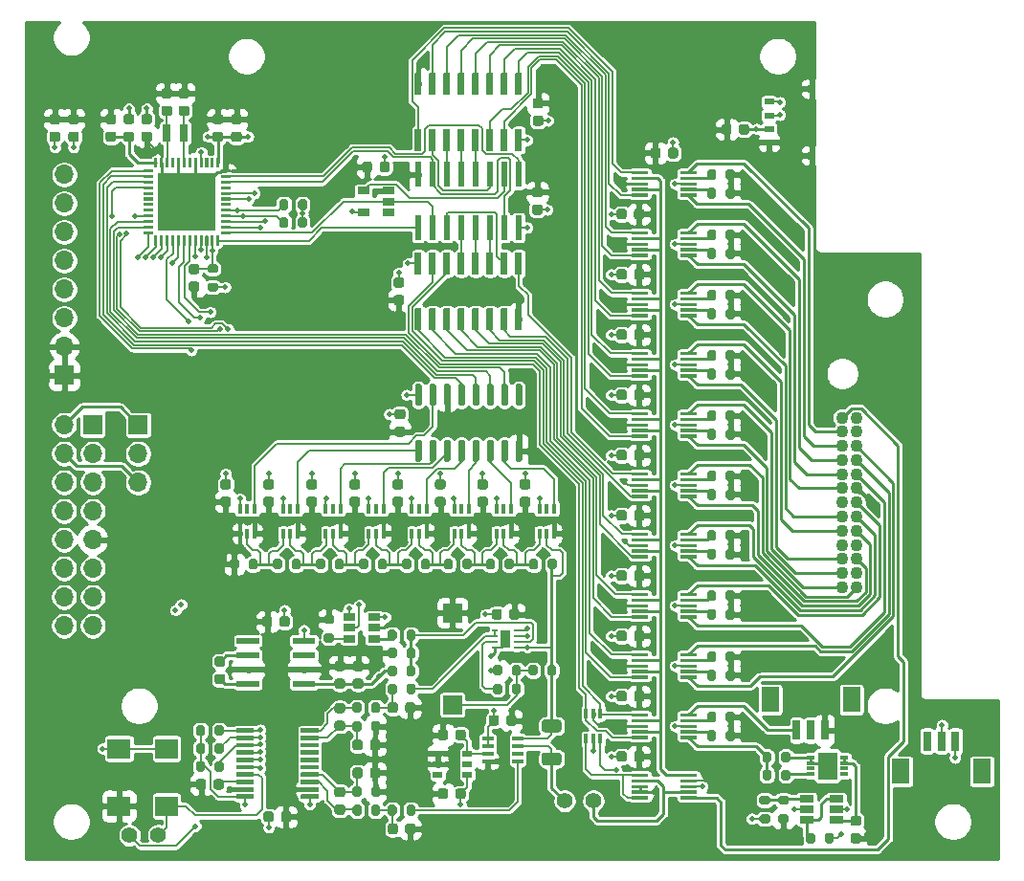
<source format=gbr>
%TF.GenerationSoftware,KiCad,Pcbnew,(5.1.10)-1*%
%TF.CreationDate,2022-12-01T07:03:53-06:00*%
%TF.ProjectId,flight_computer,666c6967-6874-45f6-936f-6d7075746572,A*%
%TF.SameCoordinates,Original*%
%TF.FileFunction,Copper,L1,Top*%
%TF.FilePolarity,Positive*%
%FSLAX46Y46*%
G04 Gerber Fmt 4.6, Leading zero omitted, Abs format (unit mm)*
G04 Created by KiCad (PCBNEW (5.1.10)-1) date 2022-12-01 07:03:53*
%MOMM*%
%LPD*%
G01*
G04 APERTURE LIST*
%TA.AperFunction,ComponentPad*%
%ADD10C,1.400000*%
%TD*%
%TA.AperFunction,SMDPad,CuDef*%
%ADD11R,2.000000X1.800000*%
%TD*%
%TA.AperFunction,ComponentPad*%
%ADD12R,1.700000X1.700000*%
%TD*%
%TA.AperFunction,SMDPad,CuDef*%
%ADD13R,0.700000X1.800000*%
%TD*%
%TA.AperFunction,SMDPad,CuDef*%
%ADD14R,1.600000X2.200000*%
%TD*%
%TA.AperFunction,SMDPad,CuDef*%
%ADD15R,0.355600X0.876300*%
%TD*%
%TA.AperFunction,SMDPad,CuDef*%
%ADD16R,1.220000X0.650000*%
%TD*%
%TA.AperFunction,SMDPad,CuDef*%
%ADD17R,0.500000X0.250000*%
%TD*%
%TA.AperFunction,SMDPad,CuDef*%
%ADD18R,0.900000X1.600000*%
%TD*%
%TA.AperFunction,ComponentPad*%
%ADD19O,1.700000X1.700000*%
%TD*%
%TA.AperFunction,ComponentPad*%
%ADD20C,1.100000*%
%TD*%
%TA.AperFunction,SMDPad,CuDef*%
%ADD21R,0.850000X0.600000*%
%TD*%
%TA.AperFunction,SMDPad,CuDef*%
%ADD22R,0.800000X0.700000*%
%TD*%
%TA.AperFunction,SMDPad,CuDef*%
%ADD23R,0.876300X0.508000*%
%TD*%
%TA.AperFunction,SMDPad,CuDef*%
%ADD24R,1.003300X0.457200*%
%TD*%
%TA.AperFunction,SMDPad,CuDef*%
%ADD25R,0.800000X1.500000*%
%TD*%
%TA.AperFunction,SMDPad,CuDef*%
%ADD26R,5.150000X5.150000*%
%TD*%
%TA.AperFunction,SMDPad,CuDef*%
%ADD27R,1.752600X2.489200*%
%TD*%
%TA.AperFunction,SMDPad,CuDef*%
%ADD28R,0.787400X0.304800*%
%TD*%
%TA.AperFunction,SMDPad,CuDef*%
%ADD29R,0.558800X2.184400*%
%TD*%
%TA.AperFunction,SMDPad,CuDef*%
%ADD30R,1.060000X0.650000*%
%TD*%
%TA.AperFunction,ViaPad*%
%ADD31C,0.508000*%
%TD*%
%TA.AperFunction,Conductor*%
%ADD32C,0.152400*%
%TD*%
%TA.AperFunction,Conductor*%
%ADD33C,0.254000*%
%TD*%
%TA.AperFunction,Conductor*%
%ADD34C,0.100000*%
%TD*%
G04 APERTURE END LIST*
D10*
%TO.P,CLK,2*%
%TO.N,Net-(TP4-Pad2)*%
X125222000Y-133350000D03*
%TO.P,CLK,1*%
%TO.N,/Curve Tracer/ADC_CLK*%
X122682000Y-133350000D03*
%TD*%
%TO.P,CURRENT,2*%
%TO.N,Net-(R24-Pad2)*%
X161163000Y-130302000D03*
%TO.P,CURRENT,1*%
%TO.N,/Perovskite Switches/PANEL_POSITIVE*%
X163703000Y-130302000D03*
%TD*%
D11*
%TO.P,X1,1*%
%TO.N,+3V3*%
X121750400Y-125679200D03*
%TO.P,X1,4*%
X125950400Y-125679200D03*
%TO.P,X1,2*%
%TO.N,GND*%
X121750400Y-130759200D03*
%TO.P,X1,3*%
%TO.N,Net-(TP4-Pad2)*%
X125950400Y-130759200D03*
%TD*%
D12*
%TO.P,V-,1*%
%TO.N,GND*%
X151257000Y-113665000D03*
%TD*%
%TO.P,V+,1*%
%TO.N,Net-(R25-Pad2)*%
X151257000Y-121793000D03*
%TD*%
D13*
%TO.P,J7,3*%
%TO.N,/Payload Controller/GAAS_TEMP*%
X195750500Y-124998500D03*
%TO.P,J7,2*%
%TO.N,+3V3*%
X194500500Y-124998500D03*
%TO.P,J7,1*%
%TO.N,Net-(J7-Pad1)*%
X193250500Y-124998500D03*
D14*
%TO.P,J7,S1*%
%TO.N,N/C*%
X190900500Y-127698500D03*
%TO.P,J7,S2*%
X198100500Y-127698500D03*
%TD*%
D13*
%TO.P,J1,3*%
%TO.N,Net-(J1-Pad3)*%
X181693500Y-124048500D03*
%TO.P,J1,2*%
%TO.N,Net-(J1-Pad2)*%
X182943500Y-124048500D03*
%TO.P,J1,1*%
%TO.N,GND*%
X184193500Y-124048500D03*
D14*
%TO.P,J1,S1*%
%TO.N,N/C*%
X186543500Y-121348500D03*
%TO.P,J1,S2*%
X179343500Y-121348500D03*
%TD*%
D15*
%TO.P,U14,6*%
%TO.N,/Payload Controller/REVERSE_BIAS*%
X164352999Y-124809250D03*
%TO.P,U14,5*%
%TO.N,+3V3*%
X163703000Y-124809250D03*
%TO.P,U14,4*%
%TO.N,Net-(U14-Pad4)*%
X163053001Y-124809250D03*
%TO.P,U14,3*%
%TO.N,Net-(U14-Pad3)*%
X163053001Y-122586750D03*
%TO.P,U14,2*%
%TO.N,GND*%
X163703000Y-122586750D03*
%TO.P,U14,1*%
%TO.N,Net-(U14-Pad1)*%
X164352999Y-122586750D03*
%TD*%
D16*
%TO.P,Q1,6*%
%TO.N,Net-(Q1-Pad3)*%
X185206000Y-130114000D03*
%TO.P,Q1,5*%
%TO.N,GND*%
X185206000Y-131064000D03*
%TO.P,Q1,4*%
%TO.N,Net-(C41-Pad2)*%
X185206000Y-132014000D03*
%TO.P,Q1,3*%
%TO.N,Net-(Q1-Pad3)*%
X182586000Y-132014000D03*
%TO.P,Q1,2*%
%TO.N,+3V3*%
X182586000Y-131064000D03*
%TO.P,Q1,1*%
%TO.N,Net-(Q1-Pad1)*%
X182586000Y-130114000D03*
%TD*%
D17*
%TO.P,U10,6*%
%TO.N,Net-(R11-Pad2)*%
X156906000Y-116201000D03*
%TO.P,U10,5*%
%TO.N,/Curve Tracer/LADDER_VOLTAGE*%
X156906000Y-116701000D03*
%TO.P,U10,4*%
%TO.N,-3V3*%
X155006000Y-116701000D03*
%TO.P,U10,2*%
%TO.N,Net-(R23-Pad2)*%
X155006000Y-115701000D03*
%TO.P,U10,1*%
X155006000Y-115201000D03*
D18*
%TO.P,U10,9*%
%TO.N,-3V3*%
X155956000Y-115951000D03*
D17*
%TO.P,U10,8*%
%TO.N,+3V3*%
X156906000Y-115201000D03*
%TO.P,U10,7*%
%TO.N,/Curve Tracer/LADDER_VOLTAGE*%
X156906000Y-115701000D03*
%TO.P,U10,3*%
%TO.N,Net-(R25-Pad1)*%
X155006000Y-116201000D03*
%TD*%
%TO.P,R30,2*%
%TO.N,Net-(Q1-Pad3)*%
%TA.AperFunction,SMDPad,CuDef*%
G36*
G01*
X183344000Y-133329000D02*
X183344000Y-133879000D01*
G75*
G02*
X183144000Y-134079000I-200000J0D01*
G01*
X182744000Y-134079000D01*
G75*
G02*
X182544000Y-133879000I0J200000D01*
G01*
X182544000Y-133329000D01*
G75*
G02*
X182744000Y-133129000I200000J0D01*
G01*
X183144000Y-133129000D01*
G75*
G02*
X183344000Y-133329000I0J-200000D01*
G01*
G37*
%TD.AperFunction*%
%TO.P,R30,1*%
%TO.N,+3V3*%
%TA.AperFunction,SMDPad,CuDef*%
G36*
G01*
X184994000Y-133329000D02*
X184994000Y-133879000D01*
G75*
G02*
X184794000Y-134079000I-200000J0D01*
G01*
X184394000Y-134079000D01*
G75*
G02*
X184194000Y-133879000I0J200000D01*
G01*
X184194000Y-133329000D01*
G75*
G02*
X184394000Y-133129000I200000J0D01*
G01*
X184794000Y-133129000D01*
G75*
G02*
X184994000Y-133329000I0J-200000D01*
G01*
G37*
%TD.AperFunction*%
%TD*%
D19*
%TO.P,J6,3*%
%TO.N,Net-(J4-Pad4)*%
X123444000Y-102108000D03*
%TO.P,J6,2*%
%TO.N,+3V3*%
X123444000Y-99568000D03*
D12*
%TO.P,J6,1*%
%TO.N,Net-(J4-Pad2)*%
X123444000Y-97028000D03*
%TD*%
D20*
%TO.P,J2,26*%
%TO.N,Net-(J2-Pad26)*%
X186987500Y-111386000D03*
%TO.P,J2,25*%
%TO.N,/Payload Controller/ALERT*%
X186987500Y-110136000D03*
%TO.P,J2,24*%
%TO.N,Net-(J2-Pad24)*%
X186987500Y-108886000D03*
%TO.P,J2,23*%
%TO.N,/Payload Controller/SCL*%
X186987500Y-107636000D03*
%TO.P,J2,22*%
%TO.N,Net-(J2-Pad22)*%
X186987500Y-106386000D03*
%TO.P,J2,21*%
%TO.N,Net-(J2-Pad21)*%
X186987500Y-105136000D03*
%TO.P,J2,20*%
%TO.N,Net-(J2-Pad20)*%
X186987500Y-103886000D03*
%TO.P,J2,19*%
%TO.N,GND*%
X186987500Y-102636000D03*
%TO.P,J2,18*%
%TO.N,Net-(J2-Pad18)*%
X186987500Y-101386000D03*
%TO.P,J2,17*%
%TO.N,Net-(J2-Pad17)*%
X186987500Y-100136000D03*
%TO.P,J2,16*%
%TO.N,Net-(J2-Pad16)*%
X186987500Y-98886000D03*
%TO.P,J2,15*%
%TO.N,/Payload Controller/SDA*%
X186987500Y-97636000D03*
%TO.P,J2,14*%
%TO.N,+3V3*%
X186987500Y-96386000D03*
%TO.P,J2,13*%
%TO.N,Net-(J2-Pad13)*%
X185737500Y-111386000D03*
%TO.P,J2,12*%
%TO.N,Net-(J2-Pad12)*%
X185737500Y-110136000D03*
%TO.P,J2,11*%
%TO.N,Net-(J2-Pad11)*%
X185737500Y-108886000D03*
%TO.P,J2,10*%
%TO.N,/Payload Controller/ALERT*%
X185737500Y-107636000D03*
%TO.P,J2,9*%
%TO.N,Net-(J2-Pad9)*%
X185737500Y-106386000D03*
%TO.P,J2,8*%
%TO.N,Net-(J2-Pad8)*%
X185737500Y-105136000D03*
%TO.P,J2,7*%
%TO.N,/Payload Controller/ALERT*%
X185737500Y-103886000D03*
%TO.P,J2,6*%
%TO.N,Net-(J2-Pad6)*%
X185737500Y-102636000D03*
%TO.P,J2,5*%
%TO.N,Net-(J2-Pad5)*%
X185737500Y-101386000D03*
%TO.P,J2,4*%
%TO.N,Net-(J2-Pad4)*%
X185737500Y-100136000D03*
%TO.P,J2,3*%
%TO.N,Net-(J2-Pad3)*%
X185737500Y-98886000D03*
%TO.P,J2,2*%
%TO.N,Net-(J2-Pad2)*%
X185737500Y-97636000D03*
%TO.P,J2,1*%
%TO.N,Net-(J2-Pad1)*%
X185737500Y-96386000D03*
%TD*%
%TO.P,R24,2*%
%TO.N,Net-(R24-Pad2)*%
%TA.AperFunction,SMDPad,CuDef*%
G36*
G01*
X159394997Y-126033100D02*
X160645003Y-126033100D01*
G75*
G02*
X160895000Y-126283097I0J-249997D01*
G01*
X160895000Y-126908103D01*
G75*
G02*
X160645003Y-127158100I-249997J0D01*
G01*
X159394997Y-127158100D01*
G75*
G02*
X159145000Y-126908103I0J249997D01*
G01*
X159145000Y-126283097D01*
G75*
G02*
X159394997Y-126033100I249997J0D01*
G01*
G37*
%TD.AperFunction*%
%TO.P,R24,1*%
%TO.N,/Curve Tracer/LADDER_VOLTAGE*%
%TA.AperFunction,SMDPad,CuDef*%
G36*
G01*
X159394997Y-123108100D02*
X160645003Y-123108100D01*
G75*
G02*
X160895000Y-123358097I0J-249997D01*
G01*
X160895000Y-123983103D01*
G75*
G02*
X160645003Y-124233100I-249997J0D01*
G01*
X159394997Y-124233100D01*
G75*
G02*
X159145000Y-123983103I0J249997D01*
G01*
X159145000Y-123358097D01*
G75*
G02*
X159394997Y-123108100I249997J0D01*
G01*
G37*
%TD.AperFunction*%
%TD*%
%TO.P,C46,1*%
%TO.N,+3V3*%
%TA.AperFunction,SMDPad,CuDef*%
G36*
G01*
X165780000Y-126615000D02*
X165780000Y-126115000D01*
G75*
G02*
X166005000Y-125890000I225000J0D01*
G01*
X166455000Y-125890000D01*
G75*
G02*
X166680000Y-126115000I0J-225000D01*
G01*
X166680000Y-126615000D01*
G75*
G02*
X166455000Y-126840000I-225000J0D01*
G01*
X166005000Y-126840000D01*
G75*
G02*
X165780000Y-126615000I0J225000D01*
G01*
G37*
%TD.AperFunction*%
%TO.P,C46,2*%
%TO.N,GND*%
%TA.AperFunction,SMDPad,CuDef*%
G36*
G01*
X167330000Y-126615000D02*
X167330000Y-126115000D01*
G75*
G02*
X167555000Y-125890000I225000J0D01*
G01*
X168005000Y-125890000D01*
G75*
G02*
X168230000Y-126115000I0J-225000D01*
G01*
X168230000Y-126615000D01*
G75*
G02*
X168005000Y-126840000I-225000J0D01*
G01*
X167555000Y-126840000D01*
G75*
G02*
X167330000Y-126615000I0J225000D01*
G01*
G37*
%TD.AperFunction*%
%TD*%
D21*
%TO.P,J5,1*%
%TO.N,GND*%
X179260500Y-72031000D03*
D22*
%TO.P,J5,S2*%
X183035500Y-73181000D03*
%TO.P,J5,S1*%
X183035500Y-67281000D03*
D21*
%TO.P,J5,2*%
%TO.N,+3V3*%
X179260500Y-70831000D03*
%TO.P,J5,3*%
%TO.N,/Payload Controller/SCL*%
X179260500Y-69631000D03*
%TO.P,J5,4*%
%TO.N,/Payload Controller/SDA*%
X179260500Y-68431000D03*
%TD*%
D19*
%TO.P,J4,16*%
%TO.N,N/C*%
X116890800Y-114795300D03*
%TO.P,J4,15*%
X119430800Y-114795300D03*
%TO.P,J4,14*%
%TO.N,Net-(J4-Pad14)*%
X116890800Y-112255300D03*
%TO.P,J4,13*%
%TO.N,Net-(J4-Pad13)*%
X119430800Y-112255300D03*
%TO.P,J4,12*%
%TO.N,Net-(J4-Pad12)*%
X116890800Y-109715300D03*
%TO.P,J4,11*%
%TO.N,PAYLOAD_RST*%
X119430800Y-109715300D03*
%TO.P,J4,10*%
%TO.N,Net-(J4-Pad10)*%
X116890800Y-107175300D03*
%TO.P,J4,9*%
%TO.N,GND*%
X119430800Y-107175300D03*
%TO.P,J4,8*%
%TO.N,TEST*%
X116890800Y-104635300D03*
%TO.P,J4,7*%
%TO.N,TCK*%
X119430800Y-104635300D03*
%TO.P,J4,6*%
%TO.N,Net-(J4-Pad6)*%
X116890800Y-102095300D03*
%TO.P,J4,5*%
%TO.N,TMS*%
X119430800Y-102095300D03*
%TO.P,J4,4*%
%TO.N,Net-(J4-Pad4)*%
X116890800Y-99555300D03*
%TO.P,J4,3*%
%TO.N,TDI*%
X119430800Y-99555300D03*
%TO.P,J4,2*%
%TO.N,Net-(J4-Pad2)*%
X116890800Y-97015300D03*
D12*
%TO.P,J4,1*%
%TO.N,TDO*%
X119430800Y-97015300D03*
%TD*%
D19*
%TO.P,J3,8*%
%TO.N,+3V3*%
X116903500Y-74866500D03*
%TO.P,J3,7*%
X116903500Y-77406500D03*
%TO.P,J3,6*%
%TO.N,FAULT*%
X116903500Y-79946500D03*
%TO.P,J3,5*%
%TO.N,PAYLOAD_RST*%
X116903500Y-82486500D03*
%TO.P,J3,4*%
%TO.N,RX_IN*%
X116903500Y-85026500D03*
%TO.P,J3,3*%
%TO.N,TX_OUT*%
X116903500Y-87566500D03*
%TO.P,J3,2*%
%TO.N,GND*%
X116903500Y-90106500D03*
D12*
%TO.P,J3,1*%
X116903500Y-92646500D03*
%TD*%
D23*
%TO.P,U31,6*%
%TO.N,Net-(C43-Pad1)*%
X152571450Y-126113499D03*
%TO.P,U31,5*%
%TO.N,N/C*%
X152571450Y-127063500D03*
%TO.P,U31,4*%
%TO.N,+3V3*%
X152571450Y-128013501D03*
%TO.P,U31,3*%
%TO.N,N/C*%
X149942550Y-128013501D03*
%TO.P,U31,2*%
%TO.N,GND*%
X149942550Y-127063500D03*
%TO.P,U31,1*%
X149942550Y-126113499D03*
%TD*%
D24*
%TO.P,U13,8*%
%TO.N,/Curve Tracer/LADDER_VOLTAGE*%
X157029150Y-124818501D03*
%TO.P,U13,7*%
%TO.N,Net-(R24-Pad2)*%
X157029150Y-125468499D03*
%TO.P,U13,6*%
%TO.N,Net-(U13-Pad6)*%
X157029150Y-126118501D03*
%TO.P,U13,5*%
%TO.N,Net-(R22-Pad2)*%
X157029150Y-126768499D03*
%TO.P,U13,4*%
%TO.N,GND*%
X154374850Y-126768499D03*
%TO.P,U13,3*%
%TO.N,Net-(C43-Pad1)*%
X154374850Y-126118501D03*
%TO.P,U13,2*%
%TO.N,+3V3*%
X154374850Y-125468499D03*
%TO.P,U13,1*%
X154374850Y-124818501D03*
%TD*%
D15*
%TO.P,U9,6*%
%TO.N,+3V3*%
X158945501Y-104425750D03*
%TO.P,U9,5*%
%TO.N,Net-(U9-Pad5)*%
X159595500Y-104425750D03*
%TO.P,U9,4*%
%TO.N,Net-(U1-Pad7)*%
X160245499Y-104425750D03*
%TO.P,U9,3*%
%TO.N,GND*%
X160245499Y-106648250D03*
%TO.P,U9,2*%
%TO.N,/Curve Tracer/LADDER_VOLTAGE*%
X159595500Y-106648250D03*
%TO.P,U9,1*%
%TO.N,Net-(R10-Pad2)*%
X158945501Y-106648250D03*
%TD*%
%TO.P,U8,6*%
%TO.N,+3V3*%
X155135501Y-104425750D03*
%TO.P,U8,5*%
%TO.N,Net-(U8-Pad5)*%
X155785500Y-104425750D03*
%TO.P,U8,4*%
%TO.N,Net-(U1-Pad6)*%
X156435499Y-104425750D03*
%TO.P,U8,3*%
%TO.N,GND*%
X156435499Y-106648250D03*
%TO.P,U8,2*%
%TO.N,Net-(R10-Pad2)*%
X155785500Y-106648250D03*
%TO.P,U8,1*%
%TO.N,Net-(R8-Pad1)*%
X155135501Y-106648250D03*
%TD*%
%TO.P,U7,6*%
%TO.N,+3V3*%
X151403501Y-104425750D03*
%TO.P,U7,5*%
%TO.N,Net-(U7-Pad5)*%
X152053500Y-104425750D03*
%TO.P,U7,4*%
%TO.N,Net-(U1-Pad5)*%
X152703499Y-104425750D03*
%TO.P,U7,3*%
%TO.N,GND*%
X152703499Y-106648250D03*
%TO.P,U7,2*%
%TO.N,Net-(R8-Pad1)*%
X152053500Y-106648250D03*
%TO.P,U7,1*%
%TO.N,Net-(R7-Pad1)*%
X151403501Y-106648250D03*
%TD*%
%TO.P,U6,6*%
%TO.N,+3V3*%
X147657001Y-104425750D03*
%TO.P,U6,5*%
%TO.N,Net-(U6-Pad5)*%
X148307000Y-104425750D03*
%TO.P,U6,4*%
%TO.N,Net-(U1-Pad4)*%
X148956999Y-104425750D03*
%TO.P,U6,3*%
%TO.N,GND*%
X148956999Y-106648250D03*
%TO.P,U6,2*%
%TO.N,Net-(R7-Pad1)*%
X148307000Y-106648250D03*
%TO.P,U6,1*%
%TO.N,Net-(R6-Pad1)*%
X147657001Y-106648250D03*
%TD*%
%TO.P,U5,6*%
%TO.N,+3V3*%
X143861501Y-104425750D03*
%TO.P,U5,5*%
%TO.N,Net-(U5-Pad5)*%
X144511500Y-104425750D03*
%TO.P,U5,4*%
%TO.N,Net-(U1-Pad3)*%
X145161499Y-104425750D03*
%TO.P,U5,3*%
%TO.N,GND*%
X145161499Y-106648250D03*
%TO.P,U5,2*%
%TO.N,Net-(R6-Pad1)*%
X144511500Y-106648250D03*
%TO.P,U5,1*%
%TO.N,Net-(R5-Pad1)*%
X143861501Y-106648250D03*
%TD*%
%TO.P,U4,6*%
%TO.N,+3V3*%
X140051501Y-104425750D03*
%TO.P,U4,5*%
%TO.N,Net-(U4-Pad5)*%
X140701500Y-104425750D03*
%TO.P,U4,4*%
%TO.N,Net-(U1-Pad2)*%
X141351499Y-104425750D03*
%TO.P,U4,3*%
%TO.N,GND*%
X141351499Y-106648250D03*
%TO.P,U4,2*%
%TO.N,Net-(R5-Pad1)*%
X140701500Y-106648250D03*
%TO.P,U4,1*%
%TO.N,Net-(R4-Pad1)*%
X140051501Y-106648250D03*
%TD*%
%TO.P,U3,6*%
%TO.N,+3V3*%
X136256001Y-104425750D03*
%TO.P,U3,5*%
%TO.N,Net-(U3-Pad5)*%
X136906000Y-104425750D03*
%TO.P,U3,4*%
%TO.N,Net-(U1-Pad1)*%
X137555999Y-104425750D03*
%TO.P,U3,3*%
%TO.N,GND*%
X137555999Y-106648250D03*
%TO.P,U3,2*%
%TO.N,Net-(R4-Pad1)*%
X136906000Y-106648250D03*
%TO.P,U3,1*%
%TO.N,Net-(R3-Pad1)*%
X136256001Y-106648250D03*
%TD*%
%TO.P,U2,6*%
%TO.N,+3V3*%
X132446001Y-104425750D03*
%TO.P,U2,5*%
%TO.N,Net-(U2-Pad5)*%
X133096000Y-104425750D03*
%TO.P,U2,4*%
%TO.N,Net-(U1-Pad15)*%
X133745999Y-104425750D03*
%TO.P,U2,3*%
%TO.N,GND*%
X133745999Y-106648250D03*
%TO.P,U2,2*%
%TO.N,Net-(R3-Pad1)*%
X133096000Y-106648250D03*
%TO.P,U2,1*%
%TO.N,GND*%
X132446001Y-106648250D03*
%TD*%
D25*
%TO.P,Y1,2*%
%TO.N,Net-(C59-Pad2)*%
X127496000Y-71183500D03*
%TO.P,Y1,1*%
%TO.N,Net-(C58-Pad2)*%
X125996000Y-71183500D03*
%TD*%
D26*
%TO.P,U34,49*%
%TO.N,GND*%
X127762000Y-77279500D03*
%TO.P,U34,36*%
%TA.AperFunction,SMDPad,CuDef*%
G36*
G01*
X130767000Y-74651700D02*
X130767000Y-74407300D01*
G75*
G02*
X130774800Y-74399500I7800J0D01*
G01*
X131619200Y-74399500D01*
G75*
G02*
X131627000Y-74407300I0J-7800D01*
G01*
X131627000Y-74651700D01*
G75*
G02*
X131619200Y-74659500I-7800J0D01*
G01*
X130774800Y-74659500D01*
G75*
G02*
X130767000Y-74651700I0J7800D01*
G01*
G37*
%TD.AperFunction*%
%TO.P,U34,35*%
%TO.N,/Payload Controller/0-9_CLOCK*%
%TA.AperFunction,SMDPad,CuDef*%
G36*
G01*
X130767000Y-75151700D02*
X130767000Y-74907300D01*
G75*
G02*
X130774800Y-74899500I7800J0D01*
G01*
X131619200Y-74899500D01*
G75*
G02*
X131627000Y-74907300I0J-7800D01*
G01*
X131627000Y-75151700D01*
G75*
G02*
X131619200Y-75159500I-7800J0D01*
G01*
X130774800Y-75159500D01*
G75*
G02*
X130767000Y-75151700I0J7800D01*
G01*
G37*
%TD.AperFunction*%
%TO.P,U34,34*%
%TO.N,/Payload Controller/RESET_PANEL_SWITCH*%
%TA.AperFunction,SMDPad,CuDef*%
G36*
G01*
X130767000Y-75651700D02*
X130767000Y-75407300D01*
G75*
G02*
X130774800Y-75399500I7800J0D01*
G01*
X131619200Y-75399500D01*
G75*
G02*
X131627000Y-75407300I0J-7800D01*
G01*
X131627000Y-75651700D01*
G75*
G02*
X131619200Y-75659500I-7800J0D01*
G01*
X130774800Y-75659500D01*
G75*
G02*
X130767000Y-75651700I0J7800D01*
G01*
G37*
%TD.AperFunction*%
%TO.P,U34,33*%
%TO.N,Net-(U34-Pad33)*%
%TA.AperFunction,SMDPad,CuDef*%
G36*
G01*
X130767000Y-76151700D02*
X130767000Y-75907300D01*
G75*
G02*
X130774800Y-75899500I7800J0D01*
G01*
X131619200Y-75899500D01*
G75*
G02*
X131627000Y-75907300I0J-7800D01*
G01*
X131627000Y-76151700D01*
G75*
G02*
X131619200Y-76159500I-7800J0D01*
G01*
X130774800Y-76159500D01*
G75*
G02*
X130767000Y-76151700I0J7800D01*
G01*
G37*
%TD.AperFunction*%
%TO.P,U34,32*%
%TO.N,/Curve Tracer/MISO*%
%TA.AperFunction,SMDPad,CuDef*%
G36*
G01*
X130767000Y-76651700D02*
X130767000Y-76407300D01*
G75*
G02*
X130774800Y-76399500I7800J0D01*
G01*
X131619200Y-76399500D01*
G75*
G02*
X131627000Y-76407300I0J-7800D01*
G01*
X131627000Y-76651700D01*
G75*
G02*
X131619200Y-76659500I-7800J0D01*
G01*
X130774800Y-76659500D01*
G75*
G02*
X130767000Y-76651700I0J7800D01*
G01*
G37*
%TD.AperFunction*%
%TO.P,U34,31*%
%TO.N,/Curve Tracer/MOSI*%
%TA.AperFunction,SMDPad,CuDef*%
G36*
G01*
X130767000Y-77151700D02*
X130767000Y-76907300D01*
G75*
G02*
X130774800Y-76899500I7800J0D01*
G01*
X131619200Y-76899500D01*
G75*
G02*
X131627000Y-76907300I0J-7800D01*
G01*
X131627000Y-77151700D01*
G75*
G02*
X131619200Y-77159500I-7800J0D01*
G01*
X130774800Y-77159500D01*
G75*
G02*
X130767000Y-77151700I0J7800D01*
G01*
G37*
%TD.AperFunction*%
%TO.P,U34,30*%
%TO.N,Net-(U34-Pad30)*%
%TA.AperFunction,SMDPad,CuDef*%
G36*
G01*
X130767000Y-77651700D02*
X130767000Y-77407300D01*
G75*
G02*
X130774800Y-77399500I7800J0D01*
G01*
X131619200Y-77399500D01*
G75*
G02*
X131627000Y-77407300I0J-7800D01*
G01*
X131627000Y-77651700D01*
G75*
G02*
X131619200Y-77659500I-7800J0D01*
G01*
X130774800Y-77659500D01*
G75*
G02*
X130767000Y-77651700I0J7800D01*
G01*
G37*
%TD.AperFunction*%
%TO.P,U34,29*%
%TO.N,/Payload Controller/SDA*%
%TA.AperFunction,SMDPad,CuDef*%
G36*
G01*
X130767000Y-78151700D02*
X130767000Y-77907300D01*
G75*
G02*
X130774800Y-77899500I7800J0D01*
G01*
X131619200Y-77899500D01*
G75*
G02*
X131627000Y-77907300I0J-7800D01*
G01*
X131627000Y-78151700D01*
G75*
G02*
X131619200Y-78159500I-7800J0D01*
G01*
X130774800Y-78159500D01*
G75*
G02*
X130767000Y-78151700I0J7800D01*
G01*
G37*
%TD.AperFunction*%
%TO.P,U34,28*%
%TO.N,/Payload Controller/SCL*%
%TA.AperFunction,SMDPad,CuDef*%
G36*
G01*
X130767000Y-78651700D02*
X130767000Y-78407300D01*
G75*
G02*
X130774800Y-78399500I7800J0D01*
G01*
X131619200Y-78399500D01*
G75*
G02*
X131627000Y-78407300I0J-7800D01*
G01*
X131627000Y-78651700D01*
G75*
G02*
X131619200Y-78659500I-7800J0D01*
G01*
X130774800Y-78659500D01*
G75*
G02*
X130767000Y-78651700I0J7800D01*
G01*
G37*
%TD.AperFunction*%
%TO.P,U34,27*%
%TO.N,FAULT*%
%TA.AperFunction,SMDPad,CuDef*%
G36*
G01*
X130767000Y-79151700D02*
X130767000Y-78907300D01*
G75*
G02*
X130774800Y-78899500I7800J0D01*
G01*
X131619200Y-78899500D01*
G75*
G02*
X131627000Y-78907300I0J-7800D01*
G01*
X131627000Y-79151700D01*
G75*
G02*
X131619200Y-79159500I-7800J0D01*
G01*
X130774800Y-79159500D01*
G75*
G02*
X130767000Y-79151700I0J7800D01*
G01*
G37*
%TD.AperFunction*%
%TO.P,U34,26*%
%TO.N,/Curve Tracer/SCLK*%
%TA.AperFunction,SMDPad,CuDef*%
G36*
G01*
X130767000Y-79651700D02*
X130767000Y-79407300D01*
G75*
G02*
X130774800Y-79399500I7800J0D01*
G01*
X131619200Y-79399500D01*
G75*
G02*
X131627000Y-79407300I0J-7800D01*
G01*
X131627000Y-79651700D01*
G75*
G02*
X131619200Y-79659500I-7800J0D01*
G01*
X130774800Y-79659500D01*
G75*
G02*
X130767000Y-79651700I0J7800D01*
G01*
G37*
%TD.AperFunction*%
%TO.P,U34,25*%
%TO.N,/Payload Controller/ENABLE_PANEL_SWITCH*%
%TA.AperFunction,SMDPad,CuDef*%
G36*
G01*
X130767000Y-80151700D02*
X130767000Y-79907300D01*
G75*
G02*
X130774800Y-79899500I7800J0D01*
G01*
X131619200Y-79899500D01*
G75*
G02*
X131627000Y-79907300I0J-7800D01*
G01*
X131627000Y-80151700D01*
G75*
G02*
X131619200Y-80159500I-7800J0D01*
G01*
X130774800Y-80159500D01*
G75*
G02*
X130767000Y-80151700I0J7800D01*
G01*
G37*
%TD.AperFunction*%
%TO.P,U34,12*%
%TO.N,TDO*%
%TA.AperFunction,SMDPad,CuDef*%
G36*
G01*
X123897000Y-80151700D02*
X123897000Y-79907300D01*
G75*
G02*
X123904800Y-79899500I7800J0D01*
G01*
X124749200Y-79899500D01*
G75*
G02*
X124757000Y-79907300I0J-7800D01*
G01*
X124757000Y-80151700D01*
G75*
G02*
X124749200Y-80159500I-7800J0D01*
G01*
X123904800Y-80159500D01*
G75*
G02*
X123897000Y-80151700I0J7800D01*
G01*
G37*
%TD.AperFunction*%
%TO.P,U34,11*%
%TO.N,/Payload Controller/~LADDER_RESET*%
%TA.AperFunction,SMDPad,CuDef*%
G36*
G01*
X123897000Y-79651700D02*
X123897000Y-79407300D01*
G75*
G02*
X123904800Y-79399500I7800J0D01*
G01*
X124749200Y-79399500D01*
G75*
G02*
X124757000Y-79407300I0J-7800D01*
G01*
X124757000Y-79651700D01*
G75*
G02*
X124749200Y-79659500I-7800J0D01*
G01*
X123904800Y-79659500D01*
G75*
G02*
X123897000Y-79651700I0J7800D01*
G01*
G37*
%TD.AperFunction*%
%TO.P,U34,10*%
%TO.N,/Payload Controller/LADDER_CLOCK*%
%TA.AperFunction,SMDPad,CuDef*%
G36*
G01*
X123897000Y-79151700D02*
X123897000Y-78907300D01*
G75*
G02*
X123904800Y-78899500I7800J0D01*
G01*
X124749200Y-78899500D01*
G75*
G02*
X124757000Y-78907300I0J-7800D01*
G01*
X124757000Y-79151700D01*
G75*
G02*
X124749200Y-79159500I-7800J0D01*
G01*
X123904800Y-79159500D01*
G75*
G02*
X123897000Y-79151700I0J7800D01*
G01*
G37*
%TD.AperFunction*%
%TO.P,U34,9*%
%TO.N,/Curve Tracer/ADC_CS*%
%TA.AperFunction,SMDPad,CuDef*%
G36*
G01*
X123897000Y-78651700D02*
X123897000Y-78407300D01*
G75*
G02*
X123904800Y-78399500I7800J0D01*
G01*
X124749200Y-78399500D01*
G75*
G02*
X124757000Y-78407300I0J-7800D01*
G01*
X124757000Y-78651700D01*
G75*
G02*
X124749200Y-78659500I-7800J0D01*
G01*
X123904800Y-78659500D01*
G75*
G02*
X123897000Y-78651700I0J7800D01*
G01*
G37*
%TD.AperFunction*%
%TO.P,U34,8*%
%TO.N,Net-(U34-Pad8)*%
%TA.AperFunction,SMDPad,CuDef*%
G36*
G01*
X123897000Y-78151700D02*
X123897000Y-77907300D01*
G75*
G02*
X123904800Y-77899500I7800J0D01*
G01*
X124749200Y-77899500D01*
G75*
G02*
X124757000Y-77907300I0J-7800D01*
G01*
X124757000Y-78151700D01*
G75*
G02*
X124749200Y-78159500I-7800J0D01*
G01*
X123904800Y-78159500D01*
G75*
G02*
X123897000Y-78151700I0J7800D01*
G01*
G37*
%TD.AperFunction*%
%TO.P,U34,7*%
%TO.N,Net-(U34-Pad7)*%
%TA.AperFunction,SMDPad,CuDef*%
G36*
G01*
X123897000Y-77651700D02*
X123897000Y-77407300D01*
G75*
G02*
X123904800Y-77399500I7800J0D01*
G01*
X124749200Y-77399500D01*
G75*
G02*
X124757000Y-77407300I0J-7800D01*
G01*
X124757000Y-77651700D01*
G75*
G02*
X124749200Y-77659500I-7800J0D01*
G01*
X123904800Y-77659500D01*
G75*
G02*
X123897000Y-77651700I0J7800D01*
G01*
G37*
%TD.AperFunction*%
%TO.P,U34,6*%
%TO.N,Net-(U34-Pad6)*%
%TA.AperFunction,SMDPad,CuDef*%
G36*
G01*
X123897000Y-77151700D02*
X123897000Y-76907300D01*
G75*
G02*
X123904800Y-76899500I7800J0D01*
G01*
X124749200Y-76899500D01*
G75*
G02*
X124757000Y-76907300I0J-7800D01*
G01*
X124757000Y-77151700D01*
G75*
G02*
X124749200Y-77159500I-7800J0D01*
G01*
X123904800Y-77159500D01*
G75*
G02*
X123897000Y-77151700I0J7800D01*
G01*
G37*
%TD.AperFunction*%
%TO.P,U34,5*%
%TO.N,Net-(U34-Pad5)*%
%TA.AperFunction,SMDPad,CuDef*%
G36*
G01*
X123897000Y-76651700D02*
X123897000Y-76407300D01*
G75*
G02*
X123904800Y-76399500I7800J0D01*
G01*
X124749200Y-76399500D01*
G75*
G02*
X124757000Y-76407300I0J-7800D01*
G01*
X124757000Y-76651700D01*
G75*
G02*
X124749200Y-76659500I-7800J0D01*
G01*
X123904800Y-76659500D01*
G75*
G02*
X123897000Y-76651700I0J7800D01*
G01*
G37*
%TD.AperFunction*%
%TO.P,U34,4*%
%TO.N,/Curve Tracer/ADC_DRDY*%
%TA.AperFunction,SMDPad,CuDef*%
G36*
G01*
X123897000Y-76151700D02*
X123897000Y-75907300D01*
G75*
G02*
X123904800Y-75899500I7800J0D01*
G01*
X124749200Y-75899500D01*
G75*
G02*
X124757000Y-75907300I0J-7800D01*
G01*
X124757000Y-76151700D01*
G75*
G02*
X124749200Y-76159500I-7800J0D01*
G01*
X123904800Y-76159500D01*
G75*
G02*
X123897000Y-76151700I0J7800D01*
G01*
G37*
%TD.AperFunction*%
%TO.P,U34,3*%
%TO.N,/Payload Controller/~LADDER_EN*%
%TA.AperFunction,SMDPad,CuDef*%
G36*
G01*
X123897000Y-75651700D02*
X123897000Y-75407300D01*
G75*
G02*
X123904800Y-75399500I7800J0D01*
G01*
X124749200Y-75399500D01*
G75*
G02*
X124757000Y-75407300I0J-7800D01*
G01*
X124757000Y-75651700D01*
G75*
G02*
X124749200Y-75659500I-7800J0D01*
G01*
X123904800Y-75659500D01*
G75*
G02*
X123897000Y-75651700I0J7800D01*
G01*
G37*
%TD.AperFunction*%
%TO.P,U34,2*%
%TO.N,/Payload Controller/LADDER_LATCH*%
%TA.AperFunction,SMDPad,CuDef*%
G36*
G01*
X123897000Y-75151700D02*
X123897000Y-74907300D01*
G75*
G02*
X123904800Y-74899500I7800J0D01*
G01*
X124749200Y-74899500D01*
G75*
G02*
X124757000Y-74907300I0J-7800D01*
G01*
X124757000Y-75151700D01*
G75*
G02*
X124749200Y-75159500I-7800J0D01*
G01*
X123904800Y-75159500D01*
G75*
G02*
X123897000Y-75151700I0J7800D01*
G01*
G37*
%TD.AperFunction*%
%TO.P,U34,1*%
%TO.N,/Payload Controller/REVERSE_BIAS*%
%TA.AperFunction,SMDPad,CuDef*%
G36*
G01*
X123897000Y-74651700D02*
X123897000Y-74407300D01*
G75*
G02*
X123904800Y-74399500I7800J0D01*
G01*
X124749200Y-74399500D01*
G75*
G02*
X124757000Y-74407300I0J-7800D01*
G01*
X124757000Y-74651700D01*
G75*
G02*
X124749200Y-74659500I-7800J0D01*
G01*
X123904800Y-74659500D01*
G75*
G02*
X123897000Y-74651700I0J7800D01*
G01*
G37*
%TD.AperFunction*%
%TO.P,U34,48*%
%TO.N,Net-(C60-Pad1)*%
%TA.AperFunction,SMDPad,CuDef*%
G36*
G01*
X125134200Y-74274500D02*
X124889800Y-74274500D01*
G75*
G02*
X124882000Y-74266700I0J7800D01*
G01*
X124882000Y-73422300D01*
G75*
G02*
X124889800Y-73414500I7800J0D01*
G01*
X125134200Y-73414500D01*
G75*
G02*
X125142000Y-73422300I0J-7800D01*
G01*
X125142000Y-74266700D01*
G75*
G02*
X125134200Y-74274500I-7800J0D01*
G01*
G37*
%TD.AperFunction*%
%TO.P,U34,47*%
%TO.N,GND*%
%TA.AperFunction,SMDPad,CuDef*%
G36*
G01*
X125634200Y-74274500D02*
X125389800Y-74274500D01*
G75*
G02*
X125382000Y-74266700I0J7800D01*
G01*
X125382000Y-73422300D01*
G75*
G02*
X125389800Y-73414500I7800J0D01*
G01*
X125634200Y-73414500D01*
G75*
G02*
X125642000Y-73422300I0J-7800D01*
G01*
X125642000Y-74266700D01*
G75*
G02*
X125634200Y-74274500I-7800J0D01*
G01*
G37*
%TD.AperFunction*%
%TO.P,U34,46*%
%TO.N,Net-(C58-Pad2)*%
%TA.AperFunction,SMDPad,CuDef*%
G36*
G01*
X126134200Y-74274500D02*
X125889800Y-74274500D01*
G75*
G02*
X125882000Y-74266700I0J7800D01*
G01*
X125882000Y-73422300D01*
G75*
G02*
X125889800Y-73414500I7800J0D01*
G01*
X126134200Y-73414500D01*
G75*
G02*
X126142000Y-73422300I0J-7800D01*
G01*
X126142000Y-74266700D01*
G75*
G02*
X126134200Y-74274500I-7800J0D01*
G01*
G37*
%TD.AperFunction*%
%TO.P,U34,45*%
%TO.N,Net-(U34-Pad45)*%
%TA.AperFunction,SMDPad,CuDef*%
G36*
G01*
X126634200Y-74274500D02*
X126389800Y-74274500D01*
G75*
G02*
X126382000Y-74266700I0J7800D01*
G01*
X126382000Y-73422300D01*
G75*
G02*
X126389800Y-73414500I7800J0D01*
G01*
X126634200Y-73414500D01*
G75*
G02*
X126642000Y-73422300I0J-7800D01*
G01*
X126642000Y-74266700D01*
G75*
G02*
X126634200Y-74274500I-7800J0D01*
G01*
G37*
%TD.AperFunction*%
%TO.P,U34,44*%
%TO.N,GND*%
%TA.AperFunction,SMDPad,CuDef*%
G36*
G01*
X127134200Y-74274500D02*
X126889800Y-74274500D01*
G75*
G02*
X126882000Y-74266700I0J7800D01*
G01*
X126882000Y-73422300D01*
G75*
G02*
X126889800Y-73414500I7800J0D01*
G01*
X127134200Y-73414500D01*
G75*
G02*
X127142000Y-73422300I0J-7800D01*
G01*
X127142000Y-74266700D01*
G75*
G02*
X127134200Y-74274500I-7800J0D01*
G01*
G37*
%TD.AperFunction*%
%TO.P,U34,43*%
%TO.N,Net-(C59-Pad2)*%
%TA.AperFunction,SMDPad,CuDef*%
G36*
G01*
X127634200Y-74274500D02*
X127389800Y-74274500D01*
G75*
G02*
X127382000Y-74266700I0J7800D01*
G01*
X127382000Y-73422300D01*
G75*
G02*
X127389800Y-73414500I7800J0D01*
G01*
X127634200Y-73414500D01*
G75*
G02*
X127642000Y-73422300I0J-7800D01*
G01*
X127642000Y-74266700D01*
G75*
G02*
X127634200Y-74274500I-7800J0D01*
G01*
G37*
%TD.AperFunction*%
%TO.P,U34,42*%
%TO.N,Net-(U34-Pad42)*%
%TA.AperFunction,SMDPad,CuDef*%
G36*
G01*
X128134200Y-74274500D02*
X127889800Y-74274500D01*
G75*
G02*
X127882000Y-74266700I0J7800D01*
G01*
X127882000Y-73422300D01*
G75*
G02*
X127889800Y-73414500I7800J0D01*
G01*
X128134200Y-73414500D01*
G75*
G02*
X128142000Y-73422300I0J-7800D01*
G01*
X128142000Y-74266700D01*
G75*
G02*
X128134200Y-74274500I-7800J0D01*
G01*
G37*
%TD.AperFunction*%
%TO.P,U34,41*%
%TO.N,GND*%
%TA.AperFunction,SMDPad,CuDef*%
G36*
G01*
X128634200Y-74274500D02*
X128389800Y-74274500D01*
G75*
G02*
X128382000Y-74266700I0J7800D01*
G01*
X128382000Y-73422300D01*
G75*
G02*
X128389800Y-73414500I7800J0D01*
G01*
X128634200Y-73414500D01*
G75*
G02*
X128642000Y-73422300I0J-7800D01*
G01*
X128642000Y-74266700D01*
G75*
G02*
X128634200Y-74274500I-7800J0D01*
G01*
G37*
%TD.AperFunction*%
%TO.P,U34,40*%
%TO.N,/Curve Tracer/ADC_SYNC*%
%TA.AperFunction,SMDPad,CuDef*%
G36*
G01*
X129134200Y-74274500D02*
X128889800Y-74274500D01*
G75*
G02*
X128882000Y-74266700I0J7800D01*
G01*
X128882000Y-73422300D01*
G75*
G02*
X128889800Y-73414500I7800J0D01*
G01*
X129134200Y-73414500D01*
G75*
G02*
X129142000Y-73422300I0J-7800D01*
G01*
X129142000Y-74266700D01*
G75*
G02*
X129134200Y-74274500I-7800J0D01*
G01*
G37*
%TD.AperFunction*%
%TO.P,U34,39*%
%TO.N,Net-(U34-Pad39)*%
%TA.AperFunction,SMDPad,CuDef*%
G36*
G01*
X129634200Y-74274500D02*
X129389800Y-74274500D01*
G75*
G02*
X129382000Y-74266700I0J7800D01*
G01*
X129382000Y-73422300D01*
G75*
G02*
X129389800Y-73414500I7800J0D01*
G01*
X129634200Y-73414500D01*
G75*
G02*
X129642000Y-73422300I0J-7800D01*
G01*
X129642000Y-74266700D01*
G75*
G02*
X129634200Y-74274500I-7800J0D01*
G01*
G37*
%TD.AperFunction*%
%TO.P,U34,38*%
%TO.N,Net-(U34-Pad38)*%
%TA.AperFunction,SMDPad,CuDef*%
G36*
G01*
X130134200Y-74274500D02*
X129889800Y-74274500D01*
G75*
G02*
X129882000Y-74266700I0J7800D01*
G01*
X129882000Y-73422300D01*
G75*
G02*
X129889800Y-73414500I7800J0D01*
G01*
X130134200Y-73414500D01*
G75*
G02*
X130142000Y-73422300I0J-7800D01*
G01*
X130142000Y-74266700D01*
G75*
G02*
X130134200Y-74274500I-7800J0D01*
G01*
G37*
%TD.AperFunction*%
%TO.P,U34,37*%
%TO.N,+3V3*%
%TA.AperFunction,SMDPad,CuDef*%
G36*
G01*
X130634200Y-74274500D02*
X130389800Y-74274500D01*
G75*
G02*
X130382000Y-74266700I0J7800D01*
G01*
X130382000Y-73422300D01*
G75*
G02*
X130389800Y-73414500I7800J0D01*
G01*
X130634200Y-73414500D01*
G75*
G02*
X130642000Y-73422300I0J-7800D01*
G01*
X130642000Y-74266700D01*
G75*
G02*
X130634200Y-74274500I-7800J0D01*
G01*
G37*
%TD.AperFunction*%
%TO.P,U34,24*%
%TO.N,/Payload Controller/10-19_CLOCK*%
%TA.AperFunction,SMDPad,CuDef*%
G36*
G01*
X130634200Y-81144500D02*
X130389800Y-81144500D01*
G75*
G02*
X130382000Y-81136700I0J7800D01*
G01*
X130382000Y-80292300D01*
G75*
G02*
X130389800Y-80284500I7800J0D01*
G01*
X130634200Y-80284500D01*
G75*
G02*
X130642000Y-80292300I0J-7800D01*
G01*
X130642000Y-81136700D01*
G75*
G02*
X130634200Y-81144500I-7800J0D01*
G01*
G37*
%TD.AperFunction*%
%TO.P,U34,23*%
%TO.N,PAYLOAD_RST*%
%TA.AperFunction,SMDPad,CuDef*%
G36*
G01*
X130134200Y-81144500D02*
X129889800Y-81144500D01*
G75*
G02*
X129882000Y-81136700I0J7800D01*
G01*
X129882000Y-80292300D01*
G75*
G02*
X129889800Y-80284500I7800J0D01*
G01*
X130134200Y-80284500D01*
G75*
G02*
X130142000Y-80292300I0J-7800D01*
G01*
X130142000Y-81136700D01*
G75*
G02*
X130134200Y-81144500I-7800J0D01*
G01*
G37*
%TD.AperFunction*%
%TO.P,U34,22*%
%TO.N,TEST*%
%TA.AperFunction,SMDPad,CuDef*%
G36*
G01*
X129634200Y-81144500D02*
X129389800Y-81144500D01*
G75*
G02*
X129382000Y-81136700I0J7800D01*
G01*
X129382000Y-80292300D01*
G75*
G02*
X129389800Y-80284500I7800J0D01*
G01*
X129634200Y-80284500D01*
G75*
G02*
X129642000Y-80292300I0J-7800D01*
G01*
X129642000Y-81136700D01*
G75*
G02*
X129634200Y-81144500I-7800J0D01*
G01*
G37*
%TD.AperFunction*%
%TO.P,U34,21*%
%TO.N,RX_IN*%
%TA.AperFunction,SMDPad,CuDef*%
G36*
G01*
X129134200Y-81144500D02*
X128889800Y-81144500D01*
G75*
G02*
X128882000Y-81136700I0J7800D01*
G01*
X128882000Y-80292300D01*
G75*
G02*
X128889800Y-80284500I7800J0D01*
G01*
X129134200Y-80284500D01*
G75*
G02*
X129142000Y-80292300I0J-7800D01*
G01*
X129142000Y-81136700D01*
G75*
G02*
X129134200Y-81144500I-7800J0D01*
G01*
G37*
%TD.AperFunction*%
%TO.P,U34,20*%
%TO.N,TX_OUT*%
%TA.AperFunction,SMDPad,CuDef*%
G36*
G01*
X128634200Y-81144500D02*
X128389800Y-81144500D01*
G75*
G02*
X128382000Y-81136700I0J7800D01*
G01*
X128382000Y-80292300D01*
G75*
G02*
X128389800Y-80284500I7800J0D01*
G01*
X128634200Y-80284500D01*
G75*
G02*
X128642000Y-80292300I0J-7800D01*
G01*
X128642000Y-81136700D01*
G75*
G02*
X128634200Y-81144500I-7800J0D01*
G01*
G37*
%TD.AperFunction*%
%TO.P,U34,19*%
%TO.N,/Curve Tracer/ADC_CLK*%
%TA.AperFunction,SMDPad,CuDef*%
G36*
G01*
X128134200Y-81144500D02*
X127889800Y-81144500D01*
G75*
G02*
X127882000Y-81136700I0J7800D01*
G01*
X127882000Y-80292300D01*
G75*
G02*
X127889800Y-80284500I7800J0D01*
G01*
X128134200Y-80284500D01*
G75*
G02*
X128142000Y-80292300I0J-7800D01*
G01*
X128142000Y-81136700D01*
G75*
G02*
X128134200Y-81144500I-7800J0D01*
G01*
G37*
%TD.AperFunction*%
%TO.P,U34,18*%
%TO.N,/Payload Controller/ENABLE_TEST_SOURCE*%
%TA.AperFunction,SMDPad,CuDef*%
G36*
G01*
X127634200Y-81144500D02*
X127389800Y-81144500D01*
G75*
G02*
X127382000Y-81136700I0J7800D01*
G01*
X127382000Y-80292300D01*
G75*
G02*
X127389800Y-80284500I7800J0D01*
G01*
X127634200Y-80284500D01*
G75*
G02*
X127642000Y-80292300I0J-7800D01*
G01*
X127642000Y-81136700D01*
G75*
G02*
X127634200Y-81144500I-7800J0D01*
G01*
G37*
%TD.AperFunction*%
%TO.P,U34,17*%
%TO.N,/Payload Controller/GAAS_TEMP*%
%TA.AperFunction,SMDPad,CuDef*%
G36*
G01*
X127134200Y-81144500D02*
X126889800Y-81144500D01*
G75*
G02*
X126882000Y-81136700I0J7800D01*
G01*
X126882000Y-80292300D01*
G75*
G02*
X126889800Y-80284500I7800J0D01*
G01*
X127134200Y-80284500D01*
G75*
G02*
X127142000Y-80292300I0J-7800D01*
G01*
X127142000Y-81136700D01*
G75*
G02*
X127134200Y-81144500I-7800J0D01*
G01*
G37*
%TD.AperFunction*%
%TO.P,U34,16*%
%TO.N,/Payload Controller/ALERT*%
%TA.AperFunction,SMDPad,CuDef*%
G36*
G01*
X126634200Y-81144500D02*
X126389800Y-81144500D01*
G75*
G02*
X126382000Y-81136700I0J7800D01*
G01*
X126382000Y-80292300D01*
G75*
G02*
X126389800Y-80284500I7800J0D01*
G01*
X126634200Y-80284500D01*
G75*
G02*
X126642000Y-80292300I0J-7800D01*
G01*
X126642000Y-81136700D01*
G75*
G02*
X126634200Y-81144500I-7800J0D01*
G01*
G37*
%TD.AperFunction*%
%TO.P,U34,15*%
%TO.N,TCK*%
%TA.AperFunction,SMDPad,CuDef*%
G36*
G01*
X126134200Y-81144500D02*
X125889800Y-81144500D01*
G75*
G02*
X125882000Y-81136700I0J7800D01*
G01*
X125882000Y-80292300D01*
G75*
G02*
X125889800Y-80284500I7800J0D01*
G01*
X126134200Y-80284500D01*
G75*
G02*
X126142000Y-80292300I0J-7800D01*
G01*
X126142000Y-81136700D01*
G75*
G02*
X126134200Y-81144500I-7800J0D01*
G01*
G37*
%TD.AperFunction*%
%TO.P,U34,14*%
%TO.N,TMS*%
%TA.AperFunction,SMDPad,CuDef*%
G36*
G01*
X125634200Y-81144500D02*
X125389800Y-81144500D01*
G75*
G02*
X125382000Y-81136700I0J7800D01*
G01*
X125382000Y-80292300D01*
G75*
G02*
X125389800Y-80284500I7800J0D01*
G01*
X125634200Y-80284500D01*
G75*
G02*
X125642000Y-80292300I0J-7800D01*
G01*
X125642000Y-81136700D01*
G75*
G02*
X125634200Y-81144500I-7800J0D01*
G01*
G37*
%TD.AperFunction*%
%TO.P,U34,13*%
%TO.N,TDI*%
%TA.AperFunction,SMDPad,CuDef*%
G36*
G01*
X125134200Y-81144500D02*
X124889800Y-81144500D01*
G75*
G02*
X124882000Y-81136700I0J7800D01*
G01*
X124882000Y-80292300D01*
G75*
G02*
X124889800Y-80284500I7800J0D01*
G01*
X125134200Y-80284500D01*
G75*
G02*
X125142000Y-80292300I0J-7800D01*
G01*
X125142000Y-81136700D01*
G75*
G02*
X125134200Y-81144500I-7800J0D01*
G01*
G37*
%TD.AperFunction*%
%TD*%
%TO.P,U33,8*%
%TO.N,+3V3*%
%TA.AperFunction,SMDPad,CuDef*%
G36*
G01*
X137126000Y-116395200D02*
X137126000Y-115887800D01*
G75*
G02*
X137167300Y-115846500I41300J0D01*
G01*
X139054700Y-115846500D01*
G75*
G02*
X139096000Y-115887800I0J-41300D01*
G01*
X139096000Y-116395200D01*
G75*
G02*
X139054700Y-116436500I-41300J0D01*
G01*
X137167300Y-116436500D01*
G75*
G02*
X137126000Y-116395200I0J41300D01*
G01*
G37*
%TD.AperFunction*%
%TO.P,U33,7*%
%TO.N,Net-(U33-Pad7)*%
%TA.AperFunction,SMDPad,CuDef*%
G36*
G01*
X137126000Y-117665200D02*
X137126000Y-117157800D01*
G75*
G02*
X137167300Y-117116500I41300J0D01*
G01*
X139054700Y-117116500D01*
G75*
G02*
X139096000Y-117157800I0J-41300D01*
G01*
X139096000Y-117665200D01*
G75*
G02*
X139054700Y-117706500I-41300J0D01*
G01*
X137167300Y-117706500D01*
G75*
G02*
X137126000Y-117665200I0J41300D01*
G01*
G37*
%TD.AperFunction*%
%TO.P,U33,6*%
%TO.N,GND*%
%TA.AperFunction,SMDPad,CuDef*%
G36*
G01*
X137126000Y-118935200D02*
X137126000Y-118427800D01*
G75*
G02*
X137167300Y-118386500I41300J0D01*
G01*
X139054700Y-118386500D01*
G75*
G02*
X139096000Y-118427800I0J-41300D01*
G01*
X139096000Y-118935200D01*
G75*
G02*
X139054700Y-118976500I-41300J0D01*
G01*
X137167300Y-118976500D01*
G75*
G02*
X137126000Y-118935200I0J41300D01*
G01*
G37*
%TD.AperFunction*%
%TO.P,U33,5*%
%TO.N,-3V3*%
%TA.AperFunction,SMDPad,CuDef*%
G36*
G01*
X137126000Y-120205200D02*
X137126000Y-119697800D01*
G75*
G02*
X137167300Y-119656500I41300J0D01*
G01*
X139054700Y-119656500D01*
G75*
G02*
X139096000Y-119697800I0J-41300D01*
G01*
X139096000Y-120205200D01*
G75*
G02*
X139054700Y-120246500I-41300J0D01*
G01*
X137167300Y-120246500D01*
G75*
G02*
X137126000Y-120205200I0J41300D01*
G01*
G37*
%TD.AperFunction*%
%TO.P,U33,4*%
%TO.N,Net-(C52-Pad2)*%
%TA.AperFunction,SMDPad,CuDef*%
G36*
G01*
X132176000Y-120205200D02*
X132176000Y-119697800D01*
G75*
G02*
X132217300Y-119656500I41300J0D01*
G01*
X134104700Y-119656500D01*
G75*
G02*
X134146000Y-119697800I0J-41300D01*
G01*
X134146000Y-120205200D01*
G75*
G02*
X134104700Y-120246500I-41300J0D01*
G01*
X132217300Y-120246500D01*
G75*
G02*
X132176000Y-120205200I0J41300D01*
G01*
G37*
%TD.AperFunction*%
%TO.P,U33,3*%
%TO.N,GND*%
%TA.AperFunction,SMDPad,CuDef*%
G36*
G01*
X132176000Y-118935200D02*
X132176000Y-118427800D01*
G75*
G02*
X132217300Y-118386500I41300J0D01*
G01*
X134104700Y-118386500D01*
G75*
G02*
X134146000Y-118427800I0J-41300D01*
G01*
X134146000Y-118935200D01*
G75*
G02*
X134104700Y-118976500I-41300J0D01*
G01*
X132217300Y-118976500D01*
G75*
G02*
X132176000Y-118935200I0J41300D01*
G01*
G37*
%TD.AperFunction*%
%TO.P,U33,2*%
%TO.N,Net-(C52-Pad1)*%
%TA.AperFunction,SMDPad,CuDef*%
G36*
G01*
X132176000Y-117665200D02*
X132176000Y-117157800D01*
G75*
G02*
X132217300Y-117116500I41300J0D01*
G01*
X134104700Y-117116500D01*
G75*
G02*
X134146000Y-117157800I0J-41300D01*
G01*
X134146000Y-117665200D01*
G75*
G02*
X134104700Y-117706500I-41300J0D01*
G01*
X132217300Y-117706500D01*
G75*
G02*
X132176000Y-117665200I0J41300D01*
G01*
G37*
%TD.AperFunction*%
%TO.P,U33,1*%
%TO.N,Net-(U33-Pad1)*%
%TA.AperFunction,SMDPad,CuDef*%
G36*
G01*
X132176000Y-116395200D02*
X132176000Y-115887800D01*
G75*
G02*
X132217300Y-115846500I41300J0D01*
G01*
X134104700Y-115846500D01*
G75*
G02*
X134146000Y-115887800I0J-41300D01*
G01*
X134146000Y-116395200D01*
G75*
G02*
X134104700Y-116436500I-41300J0D01*
G01*
X132217300Y-116436500D01*
G75*
G02*
X132176000Y-116395200I0J41300D01*
G01*
G37*
%TD.AperFunction*%
%TD*%
D27*
%TO.P,U30,9*%
%TO.N,Net-(R52-Pad2)*%
X184431199Y-127195100D03*
D28*
%TO.P,U30,8*%
%TO.N,Net-(C41-Pad2)*%
X185891699Y-126445100D03*
%TO.P,U30,7*%
X185891699Y-126945100D03*
%TO.P,U30,6*%
%TO.N,N/C*%
X185891699Y-127445100D03*
%TO.P,U30,5*%
X185891699Y-127945100D03*
%TO.P,U30,4*%
%TO.N,Net-(R51-Pad2)*%
X182970699Y-127945100D03*
%TO.P,U30,3*%
%TO.N,N/C*%
X182970699Y-127445100D03*
%TO.P,U30,2*%
%TO.N,Net-(R52-Pad2)*%
X182970699Y-126945100D03*
%TO.P,U30,1*%
X182970699Y-126445100D03*
%TD*%
%TO.P,U29,1*%
%TO.N,Net-(U14-Pad1)*%
%TA.AperFunction,SMDPad,CuDef*%
G36*
G01*
X167104500Y-122826800D02*
X167104500Y-122569200D01*
G75*
G02*
X167115700Y-122558000I11200J0D01*
G01*
X168563300Y-122558000D01*
G75*
G02*
X168574500Y-122569200I0J-11200D01*
G01*
X168574500Y-122826800D01*
G75*
G02*
X168563300Y-122838000I-11200J0D01*
G01*
X167115700Y-122838000D01*
G75*
G02*
X167104500Y-122826800I0J11200D01*
G01*
G37*
%TD.AperFunction*%
%TO.P,U29,2*%
%TO.N,Net-(U19-Pad10)*%
%TA.AperFunction,SMDPad,CuDef*%
G36*
G01*
X167104500Y-123326800D02*
X167104500Y-123069200D01*
G75*
G02*
X167115700Y-123058000I11200J0D01*
G01*
X168563300Y-123058000D01*
G75*
G02*
X168574500Y-123069200I0J-11200D01*
G01*
X168574500Y-123326800D01*
G75*
G02*
X168563300Y-123338000I-11200J0D01*
G01*
X167115700Y-123338000D01*
G75*
G02*
X167104500Y-123326800I0J11200D01*
G01*
G37*
%TD.AperFunction*%
%TO.P,U29,3*%
%TO.N,GND*%
%TA.AperFunction,SMDPad,CuDef*%
G36*
G01*
X167104500Y-123826800D02*
X167104500Y-123569200D01*
G75*
G02*
X167115700Y-123558000I11200J0D01*
G01*
X168563300Y-123558000D01*
G75*
G02*
X168574500Y-123569200I0J-11200D01*
G01*
X168574500Y-123826800D01*
G75*
G02*
X168563300Y-123838000I-11200J0D01*
G01*
X167115700Y-123838000D01*
G75*
G02*
X167104500Y-123826800I0J11200D01*
G01*
G37*
%TD.AperFunction*%
%TO.P,U29,4*%
%TO.N,Net-(U19-Pad10)*%
%TA.AperFunction,SMDPad,CuDef*%
G36*
G01*
X167104500Y-124326800D02*
X167104500Y-124069200D01*
G75*
G02*
X167115700Y-124058000I11200J0D01*
G01*
X168563300Y-124058000D01*
G75*
G02*
X168574500Y-124069200I0J-11200D01*
G01*
X168574500Y-124326800D01*
G75*
G02*
X168563300Y-124338000I-11200J0D01*
G01*
X167115700Y-124338000D01*
G75*
G02*
X167104500Y-124326800I0J11200D01*
G01*
G37*
%TD.AperFunction*%
%TO.P,U29,5*%
%TO.N,Net-(U14-Pad3)*%
%TA.AperFunction,SMDPad,CuDef*%
G36*
G01*
X167104500Y-124826800D02*
X167104500Y-124569200D01*
G75*
G02*
X167115700Y-124558000I11200J0D01*
G01*
X168563300Y-124558000D01*
G75*
G02*
X168574500Y-124569200I0J-11200D01*
G01*
X168574500Y-124826800D01*
G75*
G02*
X168563300Y-124838000I-11200J0D01*
G01*
X167115700Y-124838000D01*
G75*
G02*
X167104500Y-124826800I0J11200D01*
G01*
G37*
%TD.AperFunction*%
%TO.P,U29,6*%
%TO.N,Net-(R51-Pad1)*%
%TA.AperFunction,SMDPad,CuDef*%
G36*
G01*
X171404500Y-124826800D02*
X171404500Y-124569200D01*
G75*
G02*
X171415700Y-124558000I11200J0D01*
G01*
X172863300Y-124558000D01*
G75*
G02*
X172874500Y-124569200I0J-11200D01*
G01*
X172874500Y-124826800D01*
G75*
G02*
X172863300Y-124838000I-11200J0D01*
G01*
X171415700Y-124838000D01*
G75*
G02*
X171404500Y-124826800I0J11200D01*
G01*
G37*
%TD.AperFunction*%
%TO.P,U29,7*%
%TO.N,Net-(R50-Pad2)*%
%TA.AperFunction,SMDPad,CuDef*%
G36*
G01*
X171404500Y-124326800D02*
X171404500Y-124069200D01*
G75*
G02*
X171415700Y-124058000I11200J0D01*
G01*
X172863300Y-124058000D01*
G75*
G02*
X172874500Y-124069200I0J-11200D01*
G01*
X172874500Y-124326800D01*
G75*
G02*
X172863300Y-124338000I-11200J0D01*
G01*
X171415700Y-124338000D01*
G75*
G02*
X171404500Y-124326800I0J11200D01*
G01*
G37*
%TD.AperFunction*%
%TO.P,U29,8*%
%TO.N,+3V3*%
%TA.AperFunction,SMDPad,CuDef*%
G36*
G01*
X171404500Y-123826800D02*
X171404500Y-123569200D01*
G75*
G02*
X171415700Y-123558000I11200J0D01*
G01*
X172863300Y-123558000D01*
G75*
G02*
X172874500Y-123569200I0J-11200D01*
G01*
X172874500Y-123826800D01*
G75*
G02*
X172863300Y-123838000I-11200J0D01*
G01*
X171415700Y-123838000D01*
G75*
G02*
X171404500Y-123826800I0J11200D01*
G01*
G37*
%TD.AperFunction*%
%TO.P,U29,9*%
%TO.N,Net-(R49-Pad2)*%
%TA.AperFunction,SMDPad,CuDef*%
G36*
G01*
X171404500Y-123326800D02*
X171404500Y-123069200D01*
G75*
G02*
X171415700Y-123058000I11200J0D01*
G01*
X172863300Y-123058000D01*
G75*
G02*
X172874500Y-123069200I0J-11200D01*
G01*
X172874500Y-123326800D01*
G75*
G02*
X172863300Y-123338000I-11200J0D01*
G01*
X171415700Y-123338000D01*
G75*
G02*
X171404500Y-123326800I0J11200D01*
G01*
G37*
%TD.AperFunction*%
%TO.P,U29,10*%
%TO.N,Net-(J1-Pad3)*%
%TA.AperFunction,SMDPad,CuDef*%
G36*
G01*
X171404500Y-122826800D02*
X171404500Y-122569200D01*
G75*
G02*
X171415700Y-122558000I11200J0D01*
G01*
X172863300Y-122558000D01*
G75*
G02*
X172874500Y-122569200I0J-11200D01*
G01*
X172874500Y-122826800D01*
G75*
G02*
X172863300Y-122838000I-11200J0D01*
G01*
X171415700Y-122838000D01*
G75*
G02*
X171404500Y-122826800I0J11200D01*
G01*
G37*
%TD.AperFunction*%
%TD*%
%TO.P,U28,1*%
%TO.N,Net-(U18-Pad2)*%
%TA.AperFunction,SMDPad,CuDef*%
G36*
G01*
X167104500Y-117492800D02*
X167104500Y-117235200D01*
G75*
G02*
X167115700Y-117224000I11200J0D01*
G01*
X168563300Y-117224000D01*
G75*
G02*
X168574500Y-117235200I0J-11200D01*
G01*
X168574500Y-117492800D01*
G75*
G02*
X168563300Y-117504000I-11200J0D01*
G01*
X167115700Y-117504000D01*
G75*
G02*
X167104500Y-117492800I0J11200D01*
G01*
G37*
%TD.AperFunction*%
%TO.P,U28,2*%
%TO.N,Net-(U19-Pad10)*%
%TA.AperFunction,SMDPad,CuDef*%
G36*
G01*
X167104500Y-117992800D02*
X167104500Y-117735200D01*
G75*
G02*
X167115700Y-117724000I11200J0D01*
G01*
X168563300Y-117724000D01*
G75*
G02*
X168574500Y-117735200I0J-11200D01*
G01*
X168574500Y-117992800D01*
G75*
G02*
X168563300Y-118004000I-11200J0D01*
G01*
X167115700Y-118004000D01*
G75*
G02*
X167104500Y-117992800I0J11200D01*
G01*
G37*
%TD.AperFunction*%
%TO.P,U28,3*%
%TO.N,GND*%
%TA.AperFunction,SMDPad,CuDef*%
G36*
G01*
X167104500Y-118492800D02*
X167104500Y-118235200D01*
G75*
G02*
X167115700Y-118224000I11200J0D01*
G01*
X168563300Y-118224000D01*
G75*
G02*
X168574500Y-118235200I0J-11200D01*
G01*
X168574500Y-118492800D01*
G75*
G02*
X168563300Y-118504000I-11200J0D01*
G01*
X167115700Y-118504000D01*
G75*
G02*
X167104500Y-118492800I0J11200D01*
G01*
G37*
%TD.AperFunction*%
%TO.P,U28,4*%
%TO.N,Net-(U19-Pad10)*%
%TA.AperFunction,SMDPad,CuDef*%
G36*
G01*
X167104500Y-118992800D02*
X167104500Y-118735200D01*
G75*
G02*
X167115700Y-118724000I11200J0D01*
G01*
X168563300Y-118724000D01*
G75*
G02*
X168574500Y-118735200I0J-11200D01*
G01*
X168574500Y-118992800D01*
G75*
G02*
X168563300Y-119004000I-11200J0D01*
G01*
X167115700Y-119004000D01*
G75*
G02*
X167104500Y-118992800I0J11200D01*
G01*
G37*
%TD.AperFunction*%
%TO.P,U28,5*%
%TO.N,Net-(U18-Pad1)*%
%TA.AperFunction,SMDPad,CuDef*%
G36*
G01*
X167104500Y-119492800D02*
X167104500Y-119235200D01*
G75*
G02*
X167115700Y-119224000I11200J0D01*
G01*
X168563300Y-119224000D01*
G75*
G02*
X168574500Y-119235200I0J-11200D01*
G01*
X168574500Y-119492800D01*
G75*
G02*
X168563300Y-119504000I-11200J0D01*
G01*
X167115700Y-119504000D01*
G75*
G02*
X167104500Y-119492800I0J11200D01*
G01*
G37*
%TD.AperFunction*%
%TO.P,U28,6*%
%TO.N,Net-(J2-Pad16)*%
%TA.AperFunction,SMDPad,CuDef*%
G36*
G01*
X171404500Y-119492800D02*
X171404500Y-119235200D01*
G75*
G02*
X171415700Y-119224000I11200J0D01*
G01*
X172863300Y-119224000D01*
G75*
G02*
X172874500Y-119235200I0J-11200D01*
G01*
X172874500Y-119492800D01*
G75*
G02*
X172863300Y-119504000I-11200J0D01*
G01*
X171415700Y-119504000D01*
G75*
G02*
X171404500Y-119492800I0J11200D01*
G01*
G37*
%TD.AperFunction*%
%TO.P,U28,7*%
%TO.N,Net-(R48-Pad2)*%
%TA.AperFunction,SMDPad,CuDef*%
G36*
G01*
X171404500Y-118992800D02*
X171404500Y-118735200D01*
G75*
G02*
X171415700Y-118724000I11200J0D01*
G01*
X172863300Y-118724000D01*
G75*
G02*
X172874500Y-118735200I0J-11200D01*
G01*
X172874500Y-118992800D01*
G75*
G02*
X172863300Y-119004000I-11200J0D01*
G01*
X171415700Y-119004000D01*
G75*
G02*
X171404500Y-118992800I0J11200D01*
G01*
G37*
%TD.AperFunction*%
%TO.P,U28,8*%
%TO.N,+3V3*%
%TA.AperFunction,SMDPad,CuDef*%
G36*
G01*
X171404500Y-118492800D02*
X171404500Y-118235200D01*
G75*
G02*
X171415700Y-118224000I11200J0D01*
G01*
X172863300Y-118224000D01*
G75*
G02*
X172874500Y-118235200I0J-11200D01*
G01*
X172874500Y-118492800D01*
G75*
G02*
X172863300Y-118504000I-11200J0D01*
G01*
X171415700Y-118504000D01*
G75*
G02*
X171404500Y-118492800I0J11200D01*
G01*
G37*
%TD.AperFunction*%
%TO.P,U28,9*%
%TO.N,Net-(R47-Pad2)*%
%TA.AperFunction,SMDPad,CuDef*%
G36*
G01*
X171404500Y-117992800D02*
X171404500Y-117735200D01*
G75*
G02*
X171415700Y-117724000I11200J0D01*
G01*
X172863300Y-117724000D01*
G75*
G02*
X172874500Y-117735200I0J-11200D01*
G01*
X172874500Y-117992800D01*
G75*
G02*
X172863300Y-118004000I-11200J0D01*
G01*
X171415700Y-118004000D01*
G75*
G02*
X171404500Y-117992800I0J11200D01*
G01*
G37*
%TD.AperFunction*%
%TO.P,U28,10*%
%TO.N,Net-(J2-Pad17)*%
%TA.AperFunction,SMDPad,CuDef*%
G36*
G01*
X171404500Y-117492800D02*
X171404500Y-117235200D01*
G75*
G02*
X171415700Y-117224000I11200J0D01*
G01*
X172863300Y-117224000D01*
G75*
G02*
X172874500Y-117235200I0J-11200D01*
G01*
X172874500Y-117492800D01*
G75*
G02*
X172863300Y-117504000I-11200J0D01*
G01*
X171415700Y-117504000D01*
G75*
G02*
X171404500Y-117492800I0J11200D01*
G01*
G37*
%TD.AperFunction*%
%TD*%
%TO.P,U27,1*%
%TO.N,Net-(U18-Pad4)*%
%TA.AperFunction,SMDPad,CuDef*%
G36*
G01*
X167104500Y-112158800D02*
X167104500Y-111901200D01*
G75*
G02*
X167115700Y-111890000I11200J0D01*
G01*
X168563300Y-111890000D01*
G75*
G02*
X168574500Y-111901200I0J-11200D01*
G01*
X168574500Y-112158800D01*
G75*
G02*
X168563300Y-112170000I-11200J0D01*
G01*
X167115700Y-112170000D01*
G75*
G02*
X167104500Y-112158800I0J11200D01*
G01*
G37*
%TD.AperFunction*%
%TO.P,U27,2*%
%TO.N,Net-(U19-Pad10)*%
%TA.AperFunction,SMDPad,CuDef*%
G36*
G01*
X167104500Y-112658800D02*
X167104500Y-112401200D01*
G75*
G02*
X167115700Y-112390000I11200J0D01*
G01*
X168563300Y-112390000D01*
G75*
G02*
X168574500Y-112401200I0J-11200D01*
G01*
X168574500Y-112658800D01*
G75*
G02*
X168563300Y-112670000I-11200J0D01*
G01*
X167115700Y-112670000D01*
G75*
G02*
X167104500Y-112658800I0J11200D01*
G01*
G37*
%TD.AperFunction*%
%TO.P,U27,3*%
%TO.N,GND*%
%TA.AperFunction,SMDPad,CuDef*%
G36*
G01*
X167104500Y-113158800D02*
X167104500Y-112901200D01*
G75*
G02*
X167115700Y-112890000I11200J0D01*
G01*
X168563300Y-112890000D01*
G75*
G02*
X168574500Y-112901200I0J-11200D01*
G01*
X168574500Y-113158800D01*
G75*
G02*
X168563300Y-113170000I-11200J0D01*
G01*
X167115700Y-113170000D01*
G75*
G02*
X167104500Y-113158800I0J11200D01*
G01*
G37*
%TD.AperFunction*%
%TO.P,U27,4*%
%TO.N,Net-(U19-Pad10)*%
%TA.AperFunction,SMDPad,CuDef*%
G36*
G01*
X167104500Y-113658800D02*
X167104500Y-113401200D01*
G75*
G02*
X167115700Y-113390000I11200J0D01*
G01*
X168563300Y-113390000D01*
G75*
G02*
X168574500Y-113401200I0J-11200D01*
G01*
X168574500Y-113658800D01*
G75*
G02*
X168563300Y-113670000I-11200J0D01*
G01*
X167115700Y-113670000D01*
G75*
G02*
X167104500Y-113658800I0J11200D01*
G01*
G37*
%TD.AperFunction*%
%TO.P,U27,5*%
%TO.N,Net-(U18-Pad3)*%
%TA.AperFunction,SMDPad,CuDef*%
G36*
G01*
X167104500Y-114158800D02*
X167104500Y-113901200D01*
G75*
G02*
X167115700Y-113890000I11200J0D01*
G01*
X168563300Y-113890000D01*
G75*
G02*
X168574500Y-113901200I0J-11200D01*
G01*
X168574500Y-114158800D01*
G75*
G02*
X168563300Y-114170000I-11200J0D01*
G01*
X167115700Y-114170000D01*
G75*
G02*
X167104500Y-114158800I0J11200D01*
G01*
G37*
%TD.AperFunction*%
%TO.P,U27,6*%
%TO.N,Net-(J2-Pad18)*%
%TA.AperFunction,SMDPad,CuDef*%
G36*
G01*
X171404500Y-114158800D02*
X171404500Y-113901200D01*
G75*
G02*
X171415700Y-113890000I11200J0D01*
G01*
X172863300Y-113890000D01*
G75*
G02*
X172874500Y-113901200I0J-11200D01*
G01*
X172874500Y-114158800D01*
G75*
G02*
X172863300Y-114170000I-11200J0D01*
G01*
X171415700Y-114170000D01*
G75*
G02*
X171404500Y-114158800I0J11200D01*
G01*
G37*
%TD.AperFunction*%
%TO.P,U27,7*%
%TO.N,Net-(R46-Pad2)*%
%TA.AperFunction,SMDPad,CuDef*%
G36*
G01*
X171404500Y-113658800D02*
X171404500Y-113401200D01*
G75*
G02*
X171415700Y-113390000I11200J0D01*
G01*
X172863300Y-113390000D01*
G75*
G02*
X172874500Y-113401200I0J-11200D01*
G01*
X172874500Y-113658800D01*
G75*
G02*
X172863300Y-113670000I-11200J0D01*
G01*
X171415700Y-113670000D01*
G75*
G02*
X171404500Y-113658800I0J11200D01*
G01*
G37*
%TD.AperFunction*%
%TO.P,U27,8*%
%TO.N,+3V3*%
%TA.AperFunction,SMDPad,CuDef*%
G36*
G01*
X171404500Y-113158800D02*
X171404500Y-112901200D01*
G75*
G02*
X171415700Y-112890000I11200J0D01*
G01*
X172863300Y-112890000D01*
G75*
G02*
X172874500Y-112901200I0J-11200D01*
G01*
X172874500Y-113158800D01*
G75*
G02*
X172863300Y-113170000I-11200J0D01*
G01*
X171415700Y-113170000D01*
G75*
G02*
X171404500Y-113158800I0J11200D01*
G01*
G37*
%TD.AperFunction*%
%TO.P,U27,9*%
%TO.N,Net-(R45-Pad2)*%
%TA.AperFunction,SMDPad,CuDef*%
G36*
G01*
X171404500Y-112658800D02*
X171404500Y-112401200D01*
G75*
G02*
X171415700Y-112390000I11200J0D01*
G01*
X172863300Y-112390000D01*
G75*
G02*
X172874500Y-112401200I0J-11200D01*
G01*
X172874500Y-112658800D01*
G75*
G02*
X172863300Y-112670000I-11200J0D01*
G01*
X171415700Y-112670000D01*
G75*
G02*
X171404500Y-112658800I0J11200D01*
G01*
G37*
%TD.AperFunction*%
%TO.P,U27,10*%
%TO.N,Net-(J2-Pad20)*%
%TA.AperFunction,SMDPad,CuDef*%
G36*
G01*
X171404500Y-112158800D02*
X171404500Y-111901200D01*
G75*
G02*
X171415700Y-111890000I11200J0D01*
G01*
X172863300Y-111890000D01*
G75*
G02*
X172874500Y-111901200I0J-11200D01*
G01*
X172874500Y-112158800D01*
G75*
G02*
X172863300Y-112170000I-11200J0D01*
G01*
X171415700Y-112170000D01*
G75*
G02*
X171404500Y-112158800I0J11200D01*
G01*
G37*
%TD.AperFunction*%
%TD*%
%TO.P,U26,1*%
%TO.N,Net-(U18-Pad6)*%
%TA.AperFunction,SMDPad,CuDef*%
G36*
G01*
X167104500Y-106824800D02*
X167104500Y-106567200D01*
G75*
G02*
X167115700Y-106556000I11200J0D01*
G01*
X168563300Y-106556000D01*
G75*
G02*
X168574500Y-106567200I0J-11200D01*
G01*
X168574500Y-106824800D01*
G75*
G02*
X168563300Y-106836000I-11200J0D01*
G01*
X167115700Y-106836000D01*
G75*
G02*
X167104500Y-106824800I0J11200D01*
G01*
G37*
%TD.AperFunction*%
%TO.P,U26,2*%
%TO.N,Net-(U19-Pad10)*%
%TA.AperFunction,SMDPad,CuDef*%
G36*
G01*
X167104500Y-107324800D02*
X167104500Y-107067200D01*
G75*
G02*
X167115700Y-107056000I11200J0D01*
G01*
X168563300Y-107056000D01*
G75*
G02*
X168574500Y-107067200I0J-11200D01*
G01*
X168574500Y-107324800D01*
G75*
G02*
X168563300Y-107336000I-11200J0D01*
G01*
X167115700Y-107336000D01*
G75*
G02*
X167104500Y-107324800I0J11200D01*
G01*
G37*
%TD.AperFunction*%
%TO.P,U26,3*%
%TO.N,GND*%
%TA.AperFunction,SMDPad,CuDef*%
G36*
G01*
X167104500Y-107824800D02*
X167104500Y-107567200D01*
G75*
G02*
X167115700Y-107556000I11200J0D01*
G01*
X168563300Y-107556000D01*
G75*
G02*
X168574500Y-107567200I0J-11200D01*
G01*
X168574500Y-107824800D01*
G75*
G02*
X168563300Y-107836000I-11200J0D01*
G01*
X167115700Y-107836000D01*
G75*
G02*
X167104500Y-107824800I0J11200D01*
G01*
G37*
%TD.AperFunction*%
%TO.P,U26,4*%
%TO.N,Net-(U19-Pad10)*%
%TA.AperFunction,SMDPad,CuDef*%
G36*
G01*
X167104500Y-108324800D02*
X167104500Y-108067200D01*
G75*
G02*
X167115700Y-108056000I11200J0D01*
G01*
X168563300Y-108056000D01*
G75*
G02*
X168574500Y-108067200I0J-11200D01*
G01*
X168574500Y-108324800D01*
G75*
G02*
X168563300Y-108336000I-11200J0D01*
G01*
X167115700Y-108336000D01*
G75*
G02*
X167104500Y-108324800I0J11200D01*
G01*
G37*
%TD.AperFunction*%
%TO.P,U26,5*%
%TO.N,Net-(U18-Pad5)*%
%TA.AperFunction,SMDPad,CuDef*%
G36*
G01*
X167104500Y-108824800D02*
X167104500Y-108567200D01*
G75*
G02*
X167115700Y-108556000I11200J0D01*
G01*
X168563300Y-108556000D01*
G75*
G02*
X168574500Y-108567200I0J-11200D01*
G01*
X168574500Y-108824800D01*
G75*
G02*
X168563300Y-108836000I-11200J0D01*
G01*
X167115700Y-108836000D01*
G75*
G02*
X167104500Y-108824800I0J11200D01*
G01*
G37*
%TD.AperFunction*%
%TO.P,U26,6*%
%TO.N,Net-(J2-Pad21)*%
%TA.AperFunction,SMDPad,CuDef*%
G36*
G01*
X171404500Y-108824800D02*
X171404500Y-108567200D01*
G75*
G02*
X171415700Y-108556000I11200J0D01*
G01*
X172863300Y-108556000D01*
G75*
G02*
X172874500Y-108567200I0J-11200D01*
G01*
X172874500Y-108824800D01*
G75*
G02*
X172863300Y-108836000I-11200J0D01*
G01*
X171415700Y-108836000D01*
G75*
G02*
X171404500Y-108824800I0J11200D01*
G01*
G37*
%TD.AperFunction*%
%TO.P,U26,7*%
%TO.N,Net-(R44-Pad2)*%
%TA.AperFunction,SMDPad,CuDef*%
G36*
G01*
X171404500Y-108324800D02*
X171404500Y-108067200D01*
G75*
G02*
X171415700Y-108056000I11200J0D01*
G01*
X172863300Y-108056000D01*
G75*
G02*
X172874500Y-108067200I0J-11200D01*
G01*
X172874500Y-108324800D01*
G75*
G02*
X172863300Y-108336000I-11200J0D01*
G01*
X171415700Y-108336000D01*
G75*
G02*
X171404500Y-108324800I0J11200D01*
G01*
G37*
%TD.AperFunction*%
%TO.P,U26,8*%
%TO.N,+3V3*%
%TA.AperFunction,SMDPad,CuDef*%
G36*
G01*
X171404500Y-107824800D02*
X171404500Y-107567200D01*
G75*
G02*
X171415700Y-107556000I11200J0D01*
G01*
X172863300Y-107556000D01*
G75*
G02*
X172874500Y-107567200I0J-11200D01*
G01*
X172874500Y-107824800D01*
G75*
G02*
X172863300Y-107836000I-11200J0D01*
G01*
X171415700Y-107836000D01*
G75*
G02*
X171404500Y-107824800I0J11200D01*
G01*
G37*
%TD.AperFunction*%
%TO.P,U26,9*%
%TO.N,Net-(R43-Pad2)*%
%TA.AperFunction,SMDPad,CuDef*%
G36*
G01*
X171404500Y-107324800D02*
X171404500Y-107067200D01*
G75*
G02*
X171415700Y-107056000I11200J0D01*
G01*
X172863300Y-107056000D01*
G75*
G02*
X172874500Y-107067200I0J-11200D01*
G01*
X172874500Y-107324800D01*
G75*
G02*
X172863300Y-107336000I-11200J0D01*
G01*
X171415700Y-107336000D01*
G75*
G02*
X171404500Y-107324800I0J11200D01*
G01*
G37*
%TD.AperFunction*%
%TO.P,U26,10*%
%TO.N,Net-(J2-Pad22)*%
%TA.AperFunction,SMDPad,CuDef*%
G36*
G01*
X171404500Y-106824800D02*
X171404500Y-106567200D01*
G75*
G02*
X171415700Y-106556000I11200J0D01*
G01*
X172863300Y-106556000D01*
G75*
G02*
X172874500Y-106567200I0J-11200D01*
G01*
X172874500Y-106824800D01*
G75*
G02*
X172863300Y-106836000I-11200J0D01*
G01*
X171415700Y-106836000D01*
G75*
G02*
X171404500Y-106824800I0J11200D01*
G01*
G37*
%TD.AperFunction*%
%TD*%
%TO.P,U25,1*%
%TO.N,Net-(U18-Pad9)*%
%TA.AperFunction,SMDPad,CuDef*%
G36*
G01*
X167104500Y-101490800D02*
X167104500Y-101233200D01*
G75*
G02*
X167115700Y-101222000I11200J0D01*
G01*
X168563300Y-101222000D01*
G75*
G02*
X168574500Y-101233200I0J-11200D01*
G01*
X168574500Y-101490800D01*
G75*
G02*
X168563300Y-101502000I-11200J0D01*
G01*
X167115700Y-101502000D01*
G75*
G02*
X167104500Y-101490800I0J11200D01*
G01*
G37*
%TD.AperFunction*%
%TO.P,U25,2*%
%TO.N,Net-(U19-Pad10)*%
%TA.AperFunction,SMDPad,CuDef*%
G36*
G01*
X167104500Y-101990800D02*
X167104500Y-101733200D01*
G75*
G02*
X167115700Y-101722000I11200J0D01*
G01*
X168563300Y-101722000D01*
G75*
G02*
X168574500Y-101733200I0J-11200D01*
G01*
X168574500Y-101990800D01*
G75*
G02*
X168563300Y-102002000I-11200J0D01*
G01*
X167115700Y-102002000D01*
G75*
G02*
X167104500Y-101990800I0J11200D01*
G01*
G37*
%TD.AperFunction*%
%TO.P,U25,3*%
%TO.N,GND*%
%TA.AperFunction,SMDPad,CuDef*%
G36*
G01*
X167104500Y-102490800D02*
X167104500Y-102233200D01*
G75*
G02*
X167115700Y-102222000I11200J0D01*
G01*
X168563300Y-102222000D01*
G75*
G02*
X168574500Y-102233200I0J-11200D01*
G01*
X168574500Y-102490800D01*
G75*
G02*
X168563300Y-102502000I-11200J0D01*
G01*
X167115700Y-102502000D01*
G75*
G02*
X167104500Y-102490800I0J11200D01*
G01*
G37*
%TD.AperFunction*%
%TO.P,U25,4*%
%TO.N,Net-(U19-Pad10)*%
%TA.AperFunction,SMDPad,CuDef*%
G36*
G01*
X167104500Y-102990800D02*
X167104500Y-102733200D01*
G75*
G02*
X167115700Y-102722000I11200J0D01*
G01*
X168563300Y-102722000D01*
G75*
G02*
X168574500Y-102733200I0J-11200D01*
G01*
X168574500Y-102990800D01*
G75*
G02*
X168563300Y-103002000I-11200J0D01*
G01*
X167115700Y-103002000D01*
G75*
G02*
X167104500Y-102990800I0J11200D01*
G01*
G37*
%TD.AperFunction*%
%TO.P,U25,5*%
%TO.N,Net-(U18-Pad7)*%
%TA.AperFunction,SMDPad,CuDef*%
G36*
G01*
X167104500Y-103490800D02*
X167104500Y-103233200D01*
G75*
G02*
X167115700Y-103222000I11200J0D01*
G01*
X168563300Y-103222000D01*
G75*
G02*
X168574500Y-103233200I0J-11200D01*
G01*
X168574500Y-103490800D01*
G75*
G02*
X168563300Y-103502000I-11200J0D01*
G01*
X167115700Y-103502000D01*
G75*
G02*
X167104500Y-103490800I0J11200D01*
G01*
G37*
%TD.AperFunction*%
%TO.P,U25,6*%
%TO.N,Net-(J2-Pad24)*%
%TA.AperFunction,SMDPad,CuDef*%
G36*
G01*
X171404500Y-103490800D02*
X171404500Y-103233200D01*
G75*
G02*
X171415700Y-103222000I11200J0D01*
G01*
X172863300Y-103222000D01*
G75*
G02*
X172874500Y-103233200I0J-11200D01*
G01*
X172874500Y-103490800D01*
G75*
G02*
X172863300Y-103502000I-11200J0D01*
G01*
X171415700Y-103502000D01*
G75*
G02*
X171404500Y-103490800I0J11200D01*
G01*
G37*
%TD.AperFunction*%
%TO.P,U25,7*%
%TO.N,Net-(R42-Pad2)*%
%TA.AperFunction,SMDPad,CuDef*%
G36*
G01*
X171404500Y-102990800D02*
X171404500Y-102733200D01*
G75*
G02*
X171415700Y-102722000I11200J0D01*
G01*
X172863300Y-102722000D01*
G75*
G02*
X172874500Y-102733200I0J-11200D01*
G01*
X172874500Y-102990800D01*
G75*
G02*
X172863300Y-103002000I-11200J0D01*
G01*
X171415700Y-103002000D01*
G75*
G02*
X171404500Y-102990800I0J11200D01*
G01*
G37*
%TD.AperFunction*%
%TO.P,U25,8*%
%TO.N,+3V3*%
%TA.AperFunction,SMDPad,CuDef*%
G36*
G01*
X171404500Y-102490800D02*
X171404500Y-102233200D01*
G75*
G02*
X171415700Y-102222000I11200J0D01*
G01*
X172863300Y-102222000D01*
G75*
G02*
X172874500Y-102233200I0J-11200D01*
G01*
X172874500Y-102490800D01*
G75*
G02*
X172863300Y-102502000I-11200J0D01*
G01*
X171415700Y-102502000D01*
G75*
G02*
X171404500Y-102490800I0J11200D01*
G01*
G37*
%TD.AperFunction*%
%TO.P,U25,9*%
%TO.N,Net-(R41-Pad2)*%
%TA.AperFunction,SMDPad,CuDef*%
G36*
G01*
X171404500Y-101990800D02*
X171404500Y-101733200D01*
G75*
G02*
X171415700Y-101722000I11200J0D01*
G01*
X172863300Y-101722000D01*
G75*
G02*
X172874500Y-101733200I0J-11200D01*
G01*
X172874500Y-101990800D01*
G75*
G02*
X172863300Y-102002000I-11200J0D01*
G01*
X171415700Y-102002000D01*
G75*
G02*
X171404500Y-101990800I0J11200D01*
G01*
G37*
%TD.AperFunction*%
%TO.P,U25,10*%
%TO.N,Net-(J2-Pad26)*%
%TA.AperFunction,SMDPad,CuDef*%
G36*
G01*
X171404500Y-101490800D02*
X171404500Y-101233200D01*
G75*
G02*
X171415700Y-101222000I11200J0D01*
G01*
X172863300Y-101222000D01*
G75*
G02*
X172874500Y-101233200I0J-11200D01*
G01*
X172874500Y-101490800D01*
G75*
G02*
X172863300Y-101502000I-11200J0D01*
G01*
X171415700Y-101502000D01*
G75*
G02*
X171404500Y-101490800I0J11200D01*
G01*
G37*
%TD.AperFunction*%
%TD*%
%TO.P,U24,1*%
%TO.N,Net-(U17-Pad14)*%
%TA.AperFunction,SMDPad,CuDef*%
G36*
G01*
X167104500Y-96156800D02*
X167104500Y-95899200D01*
G75*
G02*
X167115700Y-95888000I11200J0D01*
G01*
X168563300Y-95888000D01*
G75*
G02*
X168574500Y-95899200I0J-11200D01*
G01*
X168574500Y-96156800D01*
G75*
G02*
X168563300Y-96168000I-11200J0D01*
G01*
X167115700Y-96168000D01*
G75*
G02*
X167104500Y-96156800I0J11200D01*
G01*
G37*
%TD.AperFunction*%
%TO.P,U24,2*%
%TO.N,Net-(U19-Pad10)*%
%TA.AperFunction,SMDPad,CuDef*%
G36*
G01*
X167104500Y-96656800D02*
X167104500Y-96399200D01*
G75*
G02*
X167115700Y-96388000I11200J0D01*
G01*
X168563300Y-96388000D01*
G75*
G02*
X168574500Y-96399200I0J-11200D01*
G01*
X168574500Y-96656800D01*
G75*
G02*
X168563300Y-96668000I-11200J0D01*
G01*
X167115700Y-96668000D01*
G75*
G02*
X167104500Y-96656800I0J11200D01*
G01*
G37*
%TD.AperFunction*%
%TO.P,U24,3*%
%TO.N,GND*%
%TA.AperFunction,SMDPad,CuDef*%
G36*
G01*
X167104500Y-97156800D02*
X167104500Y-96899200D01*
G75*
G02*
X167115700Y-96888000I11200J0D01*
G01*
X168563300Y-96888000D01*
G75*
G02*
X168574500Y-96899200I0J-11200D01*
G01*
X168574500Y-97156800D01*
G75*
G02*
X168563300Y-97168000I-11200J0D01*
G01*
X167115700Y-97168000D01*
G75*
G02*
X167104500Y-97156800I0J11200D01*
G01*
G37*
%TD.AperFunction*%
%TO.P,U24,4*%
%TO.N,Net-(U19-Pad10)*%
%TA.AperFunction,SMDPad,CuDef*%
G36*
G01*
X167104500Y-97656800D02*
X167104500Y-97399200D01*
G75*
G02*
X167115700Y-97388000I11200J0D01*
G01*
X168563300Y-97388000D01*
G75*
G02*
X168574500Y-97399200I0J-11200D01*
G01*
X168574500Y-97656800D01*
G75*
G02*
X168563300Y-97668000I-11200J0D01*
G01*
X167115700Y-97668000D01*
G75*
G02*
X167104500Y-97656800I0J11200D01*
G01*
G37*
%TD.AperFunction*%
%TO.P,U24,5*%
%TO.N,Net-(U17-Pad15)*%
%TA.AperFunction,SMDPad,CuDef*%
G36*
G01*
X167104500Y-98156800D02*
X167104500Y-97899200D01*
G75*
G02*
X167115700Y-97888000I11200J0D01*
G01*
X168563300Y-97888000D01*
G75*
G02*
X168574500Y-97899200I0J-11200D01*
G01*
X168574500Y-98156800D01*
G75*
G02*
X168563300Y-98168000I-11200J0D01*
G01*
X167115700Y-98168000D01*
G75*
G02*
X167104500Y-98156800I0J11200D01*
G01*
G37*
%TD.AperFunction*%
%TO.P,U24,6*%
%TO.N,Net-(J2-Pad13)*%
%TA.AperFunction,SMDPad,CuDef*%
G36*
G01*
X171404500Y-98156800D02*
X171404500Y-97899200D01*
G75*
G02*
X171415700Y-97888000I11200J0D01*
G01*
X172863300Y-97888000D01*
G75*
G02*
X172874500Y-97899200I0J-11200D01*
G01*
X172874500Y-98156800D01*
G75*
G02*
X172863300Y-98168000I-11200J0D01*
G01*
X171415700Y-98168000D01*
G75*
G02*
X171404500Y-98156800I0J11200D01*
G01*
G37*
%TD.AperFunction*%
%TO.P,U24,7*%
%TO.N,Net-(R40-Pad2)*%
%TA.AperFunction,SMDPad,CuDef*%
G36*
G01*
X171404500Y-97656800D02*
X171404500Y-97399200D01*
G75*
G02*
X171415700Y-97388000I11200J0D01*
G01*
X172863300Y-97388000D01*
G75*
G02*
X172874500Y-97399200I0J-11200D01*
G01*
X172874500Y-97656800D01*
G75*
G02*
X172863300Y-97668000I-11200J0D01*
G01*
X171415700Y-97668000D01*
G75*
G02*
X171404500Y-97656800I0J11200D01*
G01*
G37*
%TD.AperFunction*%
%TO.P,U24,8*%
%TO.N,+3V3*%
%TA.AperFunction,SMDPad,CuDef*%
G36*
G01*
X171404500Y-97156800D02*
X171404500Y-96899200D01*
G75*
G02*
X171415700Y-96888000I11200J0D01*
G01*
X172863300Y-96888000D01*
G75*
G02*
X172874500Y-96899200I0J-11200D01*
G01*
X172874500Y-97156800D01*
G75*
G02*
X172863300Y-97168000I-11200J0D01*
G01*
X171415700Y-97168000D01*
G75*
G02*
X171404500Y-97156800I0J11200D01*
G01*
G37*
%TD.AperFunction*%
%TO.P,U24,9*%
%TO.N,Net-(R39-Pad2)*%
%TA.AperFunction,SMDPad,CuDef*%
G36*
G01*
X171404500Y-96656800D02*
X171404500Y-96399200D01*
G75*
G02*
X171415700Y-96388000I11200J0D01*
G01*
X172863300Y-96388000D01*
G75*
G02*
X172874500Y-96399200I0J-11200D01*
G01*
X172874500Y-96656800D01*
G75*
G02*
X172863300Y-96668000I-11200J0D01*
G01*
X171415700Y-96668000D01*
G75*
G02*
X171404500Y-96656800I0J11200D01*
G01*
G37*
%TD.AperFunction*%
%TO.P,U24,10*%
%TO.N,Net-(J2-Pad12)*%
%TA.AperFunction,SMDPad,CuDef*%
G36*
G01*
X171404500Y-96156800D02*
X171404500Y-95899200D01*
G75*
G02*
X171415700Y-95888000I11200J0D01*
G01*
X172863300Y-95888000D01*
G75*
G02*
X172874500Y-95899200I0J-11200D01*
G01*
X172874500Y-96156800D01*
G75*
G02*
X172863300Y-96168000I-11200J0D01*
G01*
X171415700Y-96168000D01*
G75*
G02*
X171404500Y-96156800I0J11200D01*
G01*
G37*
%TD.AperFunction*%
%TD*%
%TO.P,U23,1*%
%TO.N,Net-(U17-Pad2)*%
%TA.AperFunction,SMDPad,CuDef*%
G36*
G01*
X167104500Y-90822800D02*
X167104500Y-90565200D01*
G75*
G02*
X167115700Y-90554000I11200J0D01*
G01*
X168563300Y-90554000D01*
G75*
G02*
X168574500Y-90565200I0J-11200D01*
G01*
X168574500Y-90822800D01*
G75*
G02*
X168563300Y-90834000I-11200J0D01*
G01*
X167115700Y-90834000D01*
G75*
G02*
X167104500Y-90822800I0J11200D01*
G01*
G37*
%TD.AperFunction*%
%TO.P,U23,2*%
%TO.N,Net-(U19-Pad10)*%
%TA.AperFunction,SMDPad,CuDef*%
G36*
G01*
X167104500Y-91322800D02*
X167104500Y-91065200D01*
G75*
G02*
X167115700Y-91054000I11200J0D01*
G01*
X168563300Y-91054000D01*
G75*
G02*
X168574500Y-91065200I0J-11200D01*
G01*
X168574500Y-91322800D01*
G75*
G02*
X168563300Y-91334000I-11200J0D01*
G01*
X167115700Y-91334000D01*
G75*
G02*
X167104500Y-91322800I0J11200D01*
G01*
G37*
%TD.AperFunction*%
%TO.P,U23,3*%
%TO.N,GND*%
%TA.AperFunction,SMDPad,CuDef*%
G36*
G01*
X167104500Y-91822800D02*
X167104500Y-91565200D01*
G75*
G02*
X167115700Y-91554000I11200J0D01*
G01*
X168563300Y-91554000D01*
G75*
G02*
X168574500Y-91565200I0J-11200D01*
G01*
X168574500Y-91822800D01*
G75*
G02*
X168563300Y-91834000I-11200J0D01*
G01*
X167115700Y-91834000D01*
G75*
G02*
X167104500Y-91822800I0J11200D01*
G01*
G37*
%TD.AperFunction*%
%TO.P,U23,4*%
%TO.N,Net-(U19-Pad10)*%
%TA.AperFunction,SMDPad,CuDef*%
G36*
G01*
X167104500Y-92322800D02*
X167104500Y-92065200D01*
G75*
G02*
X167115700Y-92054000I11200J0D01*
G01*
X168563300Y-92054000D01*
G75*
G02*
X168574500Y-92065200I0J-11200D01*
G01*
X168574500Y-92322800D01*
G75*
G02*
X168563300Y-92334000I-11200J0D01*
G01*
X167115700Y-92334000D01*
G75*
G02*
X167104500Y-92322800I0J11200D01*
G01*
G37*
%TD.AperFunction*%
%TO.P,U23,5*%
%TO.N,Net-(U17-Pad1)*%
%TA.AperFunction,SMDPad,CuDef*%
G36*
G01*
X167104500Y-92822800D02*
X167104500Y-92565200D01*
G75*
G02*
X167115700Y-92554000I11200J0D01*
G01*
X168563300Y-92554000D01*
G75*
G02*
X168574500Y-92565200I0J-11200D01*
G01*
X168574500Y-92822800D01*
G75*
G02*
X168563300Y-92834000I-11200J0D01*
G01*
X167115700Y-92834000D01*
G75*
G02*
X167104500Y-92822800I0J11200D01*
G01*
G37*
%TD.AperFunction*%
%TO.P,U23,6*%
%TO.N,Net-(J2-Pad11)*%
%TA.AperFunction,SMDPad,CuDef*%
G36*
G01*
X171404500Y-92822800D02*
X171404500Y-92565200D01*
G75*
G02*
X171415700Y-92554000I11200J0D01*
G01*
X172863300Y-92554000D01*
G75*
G02*
X172874500Y-92565200I0J-11200D01*
G01*
X172874500Y-92822800D01*
G75*
G02*
X172863300Y-92834000I-11200J0D01*
G01*
X171415700Y-92834000D01*
G75*
G02*
X171404500Y-92822800I0J11200D01*
G01*
G37*
%TD.AperFunction*%
%TO.P,U23,7*%
%TO.N,Net-(R38-Pad2)*%
%TA.AperFunction,SMDPad,CuDef*%
G36*
G01*
X171404500Y-92322800D02*
X171404500Y-92065200D01*
G75*
G02*
X171415700Y-92054000I11200J0D01*
G01*
X172863300Y-92054000D01*
G75*
G02*
X172874500Y-92065200I0J-11200D01*
G01*
X172874500Y-92322800D01*
G75*
G02*
X172863300Y-92334000I-11200J0D01*
G01*
X171415700Y-92334000D01*
G75*
G02*
X171404500Y-92322800I0J11200D01*
G01*
G37*
%TD.AperFunction*%
%TO.P,U23,8*%
%TO.N,+3V3*%
%TA.AperFunction,SMDPad,CuDef*%
G36*
G01*
X171404500Y-91822800D02*
X171404500Y-91565200D01*
G75*
G02*
X171415700Y-91554000I11200J0D01*
G01*
X172863300Y-91554000D01*
G75*
G02*
X172874500Y-91565200I0J-11200D01*
G01*
X172874500Y-91822800D01*
G75*
G02*
X172863300Y-91834000I-11200J0D01*
G01*
X171415700Y-91834000D01*
G75*
G02*
X171404500Y-91822800I0J11200D01*
G01*
G37*
%TD.AperFunction*%
%TO.P,U23,9*%
%TO.N,Net-(R37-Pad2)*%
%TA.AperFunction,SMDPad,CuDef*%
G36*
G01*
X171404500Y-91322800D02*
X171404500Y-91065200D01*
G75*
G02*
X171415700Y-91054000I11200J0D01*
G01*
X172863300Y-91054000D01*
G75*
G02*
X172874500Y-91065200I0J-11200D01*
G01*
X172874500Y-91322800D01*
G75*
G02*
X172863300Y-91334000I-11200J0D01*
G01*
X171415700Y-91334000D01*
G75*
G02*
X171404500Y-91322800I0J11200D01*
G01*
G37*
%TD.AperFunction*%
%TO.P,U23,10*%
%TO.N,Net-(J2-Pad9)*%
%TA.AperFunction,SMDPad,CuDef*%
G36*
G01*
X171404500Y-90822800D02*
X171404500Y-90565200D01*
G75*
G02*
X171415700Y-90554000I11200J0D01*
G01*
X172863300Y-90554000D01*
G75*
G02*
X172874500Y-90565200I0J-11200D01*
G01*
X172874500Y-90822800D01*
G75*
G02*
X172863300Y-90834000I-11200J0D01*
G01*
X171415700Y-90834000D01*
G75*
G02*
X171404500Y-90822800I0J11200D01*
G01*
G37*
%TD.AperFunction*%
%TD*%
%TO.P,U22,1*%
%TO.N,Net-(U17-Pad4)*%
%TA.AperFunction,SMDPad,CuDef*%
G36*
G01*
X167104500Y-85488800D02*
X167104500Y-85231200D01*
G75*
G02*
X167115700Y-85220000I11200J0D01*
G01*
X168563300Y-85220000D01*
G75*
G02*
X168574500Y-85231200I0J-11200D01*
G01*
X168574500Y-85488800D01*
G75*
G02*
X168563300Y-85500000I-11200J0D01*
G01*
X167115700Y-85500000D01*
G75*
G02*
X167104500Y-85488800I0J11200D01*
G01*
G37*
%TD.AperFunction*%
%TO.P,U22,2*%
%TO.N,Net-(U19-Pad10)*%
%TA.AperFunction,SMDPad,CuDef*%
G36*
G01*
X167104500Y-85988800D02*
X167104500Y-85731200D01*
G75*
G02*
X167115700Y-85720000I11200J0D01*
G01*
X168563300Y-85720000D01*
G75*
G02*
X168574500Y-85731200I0J-11200D01*
G01*
X168574500Y-85988800D01*
G75*
G02*
X168563300Y-86000000I-11200J0D01*
G01*
X167115700Y-86000000D01*
G75*
G02*
X167104500Y-85988800I0J11200D01*
G01*
G37*
%TD.AperFunction*%
%TO.P,U22,3*%
%TO.N,GND*%
%TA.AperFunction,SMDPad,CuDef*%
G36*
G01*
X167104500Y-86488800D02*
X167104500Y-86231200D01*
G75*
G02*
X167115700Y-86220000I11200J0D01*
G01*
X168563300Y-86220000D01*
G75*
G02*
X168574500Y-86231200I0J-11200D01*
G01*
X168574500Y-86488800D01*
G75*
G02*
X168563300Y-86500000I-11200J0D01*
G01*
X167115700Y-86500000D01*
G75*
G02*
X167104500Y-86488800I0J11200D01*
G01*
G37*
%TD.AperFunction*%
%TO.P,U22,4*%
%TO.N,Net-(U19-Pad10)*%
%TA.AperFunction,SMDPad,CuDef*%
G36*
G01*
X167104500Y-86988800D02*
X167104500Y-86731200D01*
G75*
G02*
X167115700Y-86720000I11200J0D01*
G01*
X168563300Y-86720000D01*
G75*
G02*
X168574500Y-86731200I0J-11200D01*
G01*
X168574500Y-86988800D01*
G75*
G02*
X168563300Y-87000000I-11200J0D01*
G01*
X167115700Y-87000000D01*
G75*
G02*
X167104500Y-86988800I0J11200D01*
G01*
G37*
%TD.AperFunction*%
%TO.P,U22,5*%
%TO.N,Net-(U17-Pad3)*%
%TA.AperFunction,SMDPad,CuDef*%
G36*
G01*
X167104500Y-87488800D02*
X167104500Y-87231200D01*
G75*
G02*
X167115700Y-87220000I11200J0D01*
G01*
X168563300Y-87220000D01*
G75*
G02*
X168574500Y-87231200I0J-11200D01*
G01*
X168574500Y-87488800D01*
G75*
G02*
X168563300Y-87500000I-11200J0D01*
G01*
X167115700Y-87500000D01*
G75*
G02*
X167104500Y-87488800I0J11200D01*
G01*
G37*
%TD.AperFunction*%
%TO.P,U22,6*%
%TO.N,Net-(J2-Pad8)*%
%TA.AperFunction,SMDPad,CuDef*%
G36*
G01*
X171404500Y-87488800D02*
X171404500Y-87231200D01*
G75*
G02*
X171415700Y-87220000I11200J0D01*
G01*
X172863300Y-87220000D01*
G75*
G02*
X172874500Y-87231200I0J-11200D01*
G01*
X172874500Y-87488800D01*
G75*
G02*
X172863300Y-87500000I-11200J0D01*
G01*
X171415700Y-87500000D01*
G75*
G02*
X171404500Y-87488800I0J11200D01*
G01*
G37*
%TD.AperFunction*%
%TO.P,U22,7*%
%TO.N,Net-(R36-Pad2)*%
%TA.AperFunction,SMDPad,CuDef*%
G36*
G01*
X171404500Y-86988800D02*
X171404500Y-86731200D01*
G75*
G02*
X171415700Y-86720000I11200J0D01*
G01*
X172863300Y-86720000D01*
G75*
G02*
X172874500Y-86731200I0J-11200D01*
G01*
X172874500Y-86988800D01*
G75*
G02*
X172863300Y-87000000I-11200J0D01*
G01*
X171415700Y-87000000D01*
G75*
G02*
X171404500Y-86988800I0J11200D01*
G01*
G37*
%TD.AperFunction*%
%TO.P,U22,8*%
%TO.N,+3V3*%
%TA.AperFunction,SMDPad,CuDef*%
G36*
G01*
X171404500Y-86488800D02*
X171404500Y-86231200D01*
G75*
G02*
X171415700Y-86220000I11200J0D01*
G01*
X172863300Y-86220000D01*
G75*
G02*
X172874500Y-86231200I0J-11200D01*
G01*
X172874500Y-86488800D01*
G75*
G02*
X172863300Y-86500000I-11200J0D01*
G01*
X171415700Y-86500000D01*
G75*
G02*
X171404500Y-86488800I0J11200D01*
G01*
G37*
%TD.AperFunction*%
%TO.P,U22,9*%
%TO.N,Net-(R35-Pad2)*%
%TA.AperFunction,SMDPad,CuDef*%
G36*
G01*
X171404500Y-85988800D02*
X171404500Y-85731200D01*
G75*
G02*
X171415700Y-85720000I11200J0D01*
G01*
X172863300Y-85720000D01*
G75*
G02*
X172874500Y-85731200I0J-11200D01*
G01*
X172874500Y-85988800D01*
G75*
G02*
X172863300Y-86000000I-11200J0D01*
G01*
X171415700Y-86000000D01*
G75*
G02*
X171404500Y-85988800I0J11200D01*
G01*
G37*
%TD.AperFunction*%
%TO.P,U22,10*%
%TO.N,Net-(J2-Pad6)*%
%TA.AperFunction,SMDPad,CuDef*%
G36*
G01*
X171404500Y-85488800D02*
X171404500Y-85231200D01*
G75*
G02*
X171415700Y-85220000I11200J0D01*
G01*
X172863300Y-85220000D01*
G75*
G02*
X172874500Y-85231200I0J-11200D01*
G01*
X172874500Y-85488800D01*
G75*
G02*
X172863300Y-85500000I-11200J0D01*
G01*
X171415700Y-85500000D01*
G75*
G02*
X171404500Y-85488800I0J11200D01*
G01*
G37*
%TD.AperFunction*%
%TD*%
%TO.P,U21,1*%
%TO.N,Net-(U17-Pad6)*%
%TA.AperFunction,SMDPad,CuDef*%
G36*
G01*
X167104500Y-80154800D02*
X167104500Y-79897200D01*
G75*
G02*
X167115700Y-79886000I11200J0D01*
G01*
X168563300Y-79886000D01*
G75*
G02*
X168574500Y-79897200I0J-11200D01*
G01*
X168574500Y-80154800D01*
G75*
G02*
X168563300Y-80166000I-11200J0D01*
G01*
X167115700Y-80166000D01*
G75*
G02*
X167104500Y-80154800I0J11200D01*
G01*
G37*
%TD.AperFunction*%
%TO.P,U21,2*%
%TO.N,Net-(U19-Pad10)*%
%TA.AperFunction,SMDPad,CuDef*%
G36*
G01*
X167104500Y-80654800D02*
X167104500Y-80397200D01*
G75*
G02*
X167115700Y-80386000I11200J0D01*
G01*
X168563300Y-80386000D01*
G75*
G02*
X168574500Y-80397200I0J-11200D01*
G01*
X168574500Y-80654800D01*
G75*
G02*
X168563300Y-80666000I-11200J0D01*
G01*
X167115700Y-80666000D01*
G75*
G02*
X167104500Y-80654800I0J11200D01*
G01*
G37*
%TD.AperFunction*%
%TO.P,U21,3*%
%TO.N,GND*%
%TA.AperFunction,SMDPad,CuDef*%
G36*
G01*
X167104500Y-81154800D02*
X167104500Y-80897200D01*
G75*
G02*
X167115700Y-80886000I11200J0D01*
G01*
X168563300Y-80886000D01*
G75*
G02*
X168574500Y-80897200I0J-11200D01*
G01*
X168574500Y-81154800D01*
G75*
G02*
X168563300Y-81166000I-11200J0D01*
G01*
X167115700Y-81166000D01*
G75*
G02*
X167104500Y-81154800I0J11200D01*
G01*
G37*
%TD.AperFunction*%
%TO.P,U21,4*%
%TO.N,Net-(U19-Pad10)*%
%TA.AperFunction,SMDPad,CuDef*%
G36*
G01*
X167104500Y-81654800D02*
X167104500Y-81397200D01*
G75*
G02*
X167115700Y-81386000I11200J0D01*
G01*
X168563300Y-81386000D01*
G75*
G02*
X168574500Y-81397200I0J-11200D01*
G01*
X168574500Y-81654800D01*
G75*
G02*
X168563300Y-81666000I-11200J0D01*
G01*
X167115700Y-81666000D01*
G75*
G02*
X167104500Y-81654800I0J11200D01*
G01*
G37*
%TD.AperFunction*%
%TO.P,U21,5*%
%TO.N,Net-(U17-Pad5)*%
%TA.AperFunction,SMDPad,CuDef*%
G36*
G01*
X167104500Y-82154800D02*
X167104500Y-81897200D01*
G75*
G02*
X167115700Y-81886000I11200J0D01*
G01*
X168563300Y-81886000D01*
G75*
G02*
X168574500Y-81897200I0J-11200D01*
G01*
X168574500Y-82154800D01*
G75*
G02*
X168563300Y-82166000I-11200J0D01*
G01*
X167115700Y-82166000D01*
G75*
G02*
X167104500Y-82154800I0J11200D01*
G01*
G37*
%TD.AperFunction*%
%TO.P,U21,6*%
%TO.N,Net-(J2-Pad5)*%
%TA.AperFunction,SMDPad,CuDef*%
G36*
G01*
X171404500Y-82154800D02*
X171404500Y-81897200D01*
G75*
G02*
X171415700Y-81886000I11200J0D01*
G01*
X172863300Y-81886000D01*
G75*
G02*
X172874500Y-81897200I0J-11200D01*
G01*
X172874500Y-82154800D01*
G75*
G02*
X172863300Y-82166000I-11200J0D01*
G01*
X171415700Y-82166000D01*
G75*
G02*
X171404500Y-82154800I0J11200D01*
G01*
G37*
%TD.AperFunction*%
%TO.P,U21,7*%
%TO.N,Net-(R34-Pad2)*%
%TA.AperFunction,SMDPad,CuDef*%
G36*
G01*
X171404500Y-81654800D02*
X171404500Y-81397200D01*
G75*
G02*
X171415700Y-81386000I11200J0D01*
G01*
X172863300Y-81386000D01*
G75*
G02*
X172874500Y-81397200I0J-11200D01*
G01*
X172874500Y-81654800D01*
G75*
G02*
X172863300Y-81666000I-11200J0D01*
G01*
X171415700Y-81666000D01*
G75*
G02*
X171404500Y-81654800I0J11200D01*
G01*
G37*
%TD.AperFunction*%
%TO.P,U21,8*%
%TO.N,+3V3*%
%TA.AperFunction,SMDPad,CuDef*%
G36*
G01*
X171404500Y-81154800D02*
X171404500Y-80897200D01*
G75*
G02*
X171415700Y-80886000I11200J0D01*
G01*
X172863300Y-80886000D01*
G75*
G02*
X172874500Y-80897200I0J-11200D01*
G01*
X172874500Y-81154800D01*
G75*
G02*
X172863300Y-81166000I-11200J0D01*
G01*
X171415700Y-81166000D01*
G75*
G02*
X171404500Y-81154800I0J11200D01*
G01*
G37*
%TD.AperFunction*%
%TO.P,U21,9*%
%TO.N,Net-(R33-Pad2)*%
%TA.AperFunction,SMDPad,CuDef*%
G36*
G01*
X171404500Y-80654800D02*
X171404500Y-80397200D01*
G75*
G02*
X171415700Y-80386000I11200J0D01*
G01*
X172863300Y-80386000D01*
G75*
G02*
X172874500Y-80397200I0J-11200D01*
G01*
X172874500Y-80654800D01*
G75*
G02*
X172863300Y-80666000I-11200J0D01*
G01*
X171415700Y-80666000D01*
G75*
G02*
X171404500Y-80654800I0J11200D01*
G01*
G37*
%TD.AperFunction*%
%TO.P,U21,10*%
%TO.N,Net-(J2-Pad4)*%
%TA.AperFunction,SMDPad,CuDef*%
G36*
G01*
X171404500Y-80154800D02*
X171404500Y-79897200D01*
G75*
G02*
X171415700Y-79886000I11200J0D01*
G01*
X172863300Y-79886000D01*
G75*
G02*
X172874500Y-79897200I0J-11200D01*
G01*
X172874500Y-80154800D01*
G75*
G02*
X172863300Y-80166000I-11200J0D01*
G01*
X171415700Y-80166000D01*
G75*
G02*
X171404500Y-80154800I0J11200D01*
G01*
G37*
%TD.AperFunction*%
%TD*%
%TO.P,U20,1*%
%TO.N,Net-(U17-Pad9)*%
%TA.AperFunction,SMDPad,CuDef*%
G36*
G01*
X167088000Y-74820800D02*
X167088000Y-74563200D01*
G75*
G02*
X167099200Y-74552000I11200J0D01*
G01*
X168546800Y-74552000D01*
G75*
G02*
X168558000Y-74563200I0J-11200D01*
G01*
X168558000Y-74820800D01*
G75*
G02*
X168546800Y-74832000I-11200J0D01*
G01*
X167099200Y-74832000D01*
G75*
G02*
X167088000Y-74820800I0J11200D01*
G01*
G37*
%TD.AperFunction*%
%TO.P,U20,2*%
%TO.N,Net-(U19-Pad10)*%
%TA.AperFunction,SMDPad,CuDef*%
G36*
G01*
X167088000Y-75320800D02*
X167088000Y-75063200D01*
G75*
G02*
X167099200Y-75052000I11200J0D01*
G01*
X168546800Y-75052000D01*
G75*
G02*
X168558000Y-75063200I0J-11200D01*
G01*
X168558000Y-75320800D01*
G75*
G02*
X168546800Y-75332000I-11200J0D01*
G01*
X167099200Y-75332000D01*
G75*
G02*
X167088000Y-75320800I0J11200D01*
G01*
G37*
%TD.AperFunction*%
%TO.P,U20,3*%
%TO.N,GND*%
%TA.AperFunction,SMDPad,CuDef*%
G36*
G01*
X167088000Y-75820800D02*
X167088000Y-75563200D01*
G75*
G02*
X167099200Y-75552000I11200J0D01*
G01*
X168546800Y-75552000D01*
G75*
G02*
X168558000Y-75563200I0J-11200D01*
G01*
X168558000Y-75820800D01*
G75*
G02*
X168546800Y-75832000I-11200J0D01*
G01*
X167099200Y-75832000D01*
G75*
G02*
X167088000Y-75820800I0J11200D01*
G01*
G37*
%TD.AperFunction*%
%TO.P,U20,4*%
%TO.N,Net-(U19-Pad10)*%
%TA.AperFunction,SMDPad,CuDef*%
G36*
G01*
X167088000Y-76320800D02*
X167088000Y-76063200D01*
G75*
G02*
X167099200Y-76052000I11200J0D01*
G01*
X168546800Y-76052000D01*
G75*
G02*
X168558000Y-76063200I0J-11200D01*
G01*
X168558000Y-76320800D01*
G75*
G02*
X168546800Y-76332000I-11200J0D01*
G01*
X167099200Y-76332000D01*
G75*
G02*
X167088000Y-76320800I0J11200D01*
G01*
G37*
%TD.AperFunction*%
%TO.P,U20,5*%
%TO.N,Net-(U17-Pad7)*%
%TA.AperFunction,SMDPad,CuDef*%
G36*
G01*
X167088000Y-76820800D02*
X167088000Y-76563200D01*
G75*
G02*
X167099200Y-76552000I11200J0D01*
G01*
X168546800Y-76552000D01*
G75*
G02*
X168558000Y-76563200I0J-11200D01*
G01*
X168558000Y-76820800D01*
G75*
G02*
X168546800Y-76832000I-11200J0D01*
G01*
X167099200Y-76832000D01*
G75*
G02*
X167088000Y-76820800I0J11200D01*
G01*
G37*
%TD.AperFunction*%
%TO.P,U20,6*%
%TO.N,Net-(J2-Pad3)*%
%TA.AperFunction,SMDPad,CuDef*%
G36*
G01*
X171388000Y-76820800D02*
X171388000Y-76563200D01*
G75*
G02*
X171399200Y-76552000I11200J0D01*
G01*
X172846800Y-76552000D01*
G75*
G02*
X172858000Y-76563200I0J-11200D01*
G01*
X172858000Y-76820800D01*
G75*
G02*
X172846800Y-76832000I-11200J0D01*
G01*
X171399200Y-76832000D01*
G75*
G02*
X171388000Y-76820800I0J11200D01*
G01*
G37*
%TD.AperFunction*%
%TO.P,U20,7*%
%TO.N,Net-(R32-Pad2)*%
%TA.AperFunction,SMDPad,CuDef*%
G36*
G01*
X171388000Y-76320800D02*
X171388000Y-76063200D01*
G75*
G02*
X171399200Y-76052000I11200J0D01*
G01*
X172846800Y-76052000D01*
G75*
G02*
X172858000Y-76063200I0J-11200D01*
G01*
X172858000Y-76320800D01*
G75*
G02*
X172846800Y-76332000I-11200J0D01*
G01*
X171399200Y-76332000D01*
G75*
G02*
X171388000Y-76320800I0J11200D01*
G01*
G37*
%TD.AperFunction*%
%TO.P,U20,8*%
%TO.N,+3V3*%
%TA.AperFunction,SMDPad,CuDef*%
G36*
G01*
X171388000Y-75820800D02*
X171388000Y-75563200D01*
G75*
G02*
X171399200Y-75552000I11200J0D01*
G01*
X172846800Y-75552000D01*
G75*
G02*
X172858000Y-75563200I0J-11200D01*
G01*
X172858000Y-75820800D01*
G75*
G02*
X172846800Y-75832000I-11200J0D01*
G01*
X171399200Y-75832000D01*
G75*
G02*
X171388000Y-75820800I0J11200D01*
G01*
G37*
%TD.AperFunction*%
%TO.P,U20,9*%
%TO.N,Net-(R31-Pad2)*%
%TA.AperFunction,SMDPad,CuDef*%
G36*
G01*
X171388000Y-75320800D02*
X171388000Y-75063200D01*
G75*
G02*
X171399200Y-75052000I11200J0D01*
G01*
X172846800Y-75052000D01*
G75*
G02*
X172858000Y-75063200I0J-11200D01*
G01*
X172858000Y-75320800D01*
G75*
G02*
X172846800Y-75332000I-11200J0D01*
G01*
X171399200Y-75332000D01*
G75*
G02*
X171388000Y-75320800I0J11200D01*
G01*
G37*
%TD.AperFunction*%
%TO.P,U20,10*%
%TO.N,Net-(J2-Pad2)*%
%TA.AperFunction,SMDPad,CuDef*%
G36*
G01*
X171388000Y-74820800D02*
X171388000Y-74563200D01*
G75*
G02*
X171399200Y-74552000I11200J0D01*
G01*
X172846800Y-74552000D01*
G75*
G02*
X172858000Y-74563200I0J-11200D01*
G01*
X172858000Y-74820800D01*
G75*
G02*
X172846800Y-74832000I-11200J0D01*
G01*
X171399200Y-74832000D01*
G75*
G02*
X171388000Y-74820800I0J11200D01*
G01*
G37*
%TD.AperFunction*%
%TD*%
%TO.P,U19,1*%
%TO.N,Net-(U14-Pad4)*%
%TA.AperFunction,SMDPad,CuDef*%
G36*
G01*
X167104500Y-128160800D02*
X167104500Y-127903200D01*
G75*
G02*
X167115700Y-127892000I11200J0D01*
G01*
X168563300Y-127892000D01*
G75*
G02*
X168574500Y-127903200I0J-11200D01*
G01*
X168574500Y-128160800D01*
G75*
G02*
X168563300Y-128172000I-11200J0D01*
G01*
X167115700Y-128172000D01*
G75*
G02*
X167104500Y-128160800I0J11200D01*
G01*
G37*
%TD.AperFunction*%
%TO.P,U19,2*%
%TO.N,/Perovskite Switches/PANEL_POSITIVE*%
%TA.AperFunction,SMDPad,CuDef*%
G36*
G01*
X167104500Y-128660800D02*
X167104500Y-128403200D01*
G75*
G02*
X167115700Y-128392000I11200J0D01*
G01*
X168563300Y-128392000D01*
G75*
G02*
X168574500Y-128403200I0J-11200D01*
G01*
X168574500Y-128660800D01*
G75*
G02*
X168563300Y-128672000I-11200J0D01*
G01*
X167115700Y-128672000D01*
G75*
G02*
X167104500Y-128660800I0J11200D01*
G01*
G37*
%TD.AperFunction*%
%TO.P,U19,3*%
%TO.N,GND*%
%TA.AperFunction,SMDPad,CuDef*%
G36*
G01*
X167104500Y-129160800D02*
X167104500Y-128903200D01*
G75*
G02*
X167115700Y-128892000I11200J0D01*
G01*
X168563300Y-128892000D01*
G75*
G02*
X168574500Y-128903200I0J-11200D01*
G01*
X168574500Y-129160800D01*
G75*
G02*
X168563300Y-129172000I-11200J0D01*
G01*
X167115700Y-129172000D01*
G75*
G02*
X167104500Y-129160800I0J11200D01*
G01*
G37*
%TD.AperFunction*%
%TO.P,U19,4*%
%TA.AperFunction,SMDPad,CuDef*%
G36*
G01*
X167104500Y-129660800D02*
X167104500Y-129403200D01*
G75*
G02*
X167115700Y-129392000I11200J0D01*
G01*
X168563300Y-129392000D01*
G75*
G02*
X168574500Y-129403200I0J-11200D01*
G01*
X168574500Y-129660800D01*
G75*
G02*
X168563300Y-129672000I-11200J0D01*
G01*
X167115700Y-129672000D01*
G75*
G02*
X167104500Y-129660800I0J11200D01*
G01*
G37*
%TD.AperFunction*%
%TO.P,U19,5*%
%TO.N,Net-(U14-Pad4)*%
%TA.AperFunction,SMDPad,CuDef*%
G36*
G01*
X167104500Y-130160800D02*
X167104500Y-129903200D01*
G75*
G02*
X167115700Y-129892000I11200J0D01*
G01*
X168563300Y-129892000D01*
G75*
G02*
X168574500Y-129903200I0J-11200D01*
G01*
X168574500Y-130160800D01*
G75*
G02*
X168563300Y-130172000I-11200J0D01*
G01*
X167115700Y-130172000D01*
G75*
G02*
X167104500Y-130160800I0J11200D01*
G01*
G37*
%TD.AperFunction*%
%TO.P,U19,6*%
%TO.N,Net-(J2-Pad1)*%
%TA.AperFunction,SMDPad,CuDef*%
G36*
G01*
X171404500Y-130160800D02*
X171404500Y-129903200D01*
G75*
G02*
X171415700Y-129892000I11200J0D01*
G01*
X172863300Y-129892000D01*
G75*
G02*
X172874500Y-129903200I0J-11200D01*
G01*
X172874500Y-130160800D01*
G75*
G02*
X172863300Y-130172000I-11200J0D01*
G01*
X171415700Y-130172000D01*
G75*
G02*
X171404500Y-130160800I0J11200D01*
G01*
G37*
%TD.AperFunction*%
%TO.P,U19,7*%
%TO.N,/Perovskite Switches/PANEL_POSITIVE*%
%TA.AperFunction,SMDPad,CuDef*%
G36*
G01*
X171404500Y-129660800D02*
X171404500Y-129403200D01*
G75*
G02*
X171415700Y-129392000I11200J0D01*
G01*
X172863300Y-129392000D01*
G75*
G02*
X172874500Y-129403200I0J-11200D01*
G01*
X172874500Y-129660800D01*
G75*
G02*
X172863300Y-129672000I-11200J0D01*
G01*
X171415700Y-129672000D01*
G75*
G02*
X171404500Y-129660800I0J11200D01*
G01*
G37*
%TD.AperFunction*%
%TO.P,U19,8*%
%TO.N,+3V3*%
%TA.AperFunction,SMDPad,CuDef*%
G36*
G01*
X171404500Y-129160800D02*
X171404500Y-128903200D01*
G75*
G02*
X171415700Y-128892000I11200J0D01*
G01*
X172863300Y-128892000D01*
G75*
G02*
X172874500Y-128903200I0J-11200D01*
G01*
X172874500Y-129160800D01*
G75*
G02*
X172863300Y-129172000I-11200J0D01*
G01*
X171415700Y-129172000D01*
G75*
G02*
X171404500Y-129160800I0J11200D01*
G01*
G37*
%TD.AperFunction*%
%TO.P,U19,9*%
%TO.N,GND*%
%TA.AperFunction,SMDPad,CuDef*%
G36*
G01*
X171404500Y-128660800D02*
X171404500Y-128403200D01*
G75*
G02*
X171415700Y-128392000I11200J0D01*
G01*
X172863300Y-128392000D01*
G75*
G02*
X172874500Y-128403200I0J-11200D01*
G01*
X172874500Y-128660800D01*
G75*
G02*
X172863300Y-128672000I-11200J0D01*
G01*
X171415700Y-128672000D01*
G75*
G02*
X171404500Y-128660800I0J11200D01*
G01*
G37*
%TD.AperFunction*%
%TO.P,U19,10*%
%TO.N,Net-(U19-Pad10)*%
%TA.AperFunction,SMDPad,CuDef*%
G36*
G01*
X171404500Y-128160800D02*
X171404500Y-127903200D01*
G75*
G02*
X171415700Y-127892000I11200J0D01*
G01*
X172863300Y-127892000D01*
G75*
G02*
X172874500Y-127903200I0J-11200D01*
G01*
X172874500Y-128160800D01*
G75*
G02*
X172863300Y-128172000I-11200J0D01*
G01*
X171415700Y-128172000D01*
G75*
G02*
X171404500Y-128160800I0J11200D01*
G01*
G37*
%TD.AperFunction*%
%TD*%
%TO.P,U18,1*%
%TO.N,Net-(U18-Pad1)*%
%TA.AperFunction,SMDPad,CuDef*%
G36*
G01*
X148479700Y-88664300D02*
X147963700Y-88664300D01*
G75*
G02*
X147921700Y-88622300I0J42000D01*
G01*
X147921700Y-86736300D01*
G75*
G02*
X147963700Y-86694300I42000J0D01*
G01*
X148479700Y-86694300D01*
G75*
G02*
X148521700Y-86736300I0J-42000D01*
G01*
X148521700Y-88622300D01*
G75*
G02*
X148479700Y-88664300I-42000J0D01*
G01*
G37*
%TD.AperFunction*%
%TO.P,U18,2*%
%TO.N,Net-(U18-Pad2)*%
%TA.AperFunction,SMDPad,CuDef*%
G36*
G01*
X149749700Y-88664300D02*
X149233700Y-88664300D01*
G75*
G02*
X149191700Y-88622300I0J42000D01*
G01*
X149191700Y-86736300D01*
G75*
G02*
X149233700Y-86694300I42000J0D01*
G01*
X149749700Y-86694300D01*
G75*
G02*
X149791700Y-86736300I0J-42000D01*
G01*
X149791700Y-88622300D01*
G75*
G02*
X149749700Y-88664300I-42000J0D01*
G01*
G37*
%TD.AperFunction*%
%TO.P,U18,3*%
%TO.N,Net-(U18-Pad3)*%
%TA.AperFunction,SMDPad,CuDef*%
G36*
G01*
X151019700Y-88664300D02*
X150503700Y-88664300D01*
G75*
G02*
X150461700Y-88622300I0J42000D01*
G01*
X150461700Y-86736300D01*
G75*
G02*
X150503700Y-86694300I42000J0D01*
G01*
X151019700Y-86694300D01*
G75*
G02*
X151061700Y-86736300I0J-42000D01*
G01*
X151061700Y-88622300D01*
G75*
G02*
X151019700Y-88664300I-42000J0D01*
G01*
G37*
%TD.AperFunction*%
%TO.P,U18,4*%
%TO.N,Net-(U18-Pad4)*%
%TA.AperFunction,SMDPad,CuDef*%
G36*
G01*
X152289700Y-88664300D02*
X151773700Y-88664300D01*
G75*
G02*
X151731700Y-88622300I0J42000D01*
G01*
X151731700Y-86736300D01*
G75*
G02*
X151773700Y-86694300I42000J0D01*
G01*
X152289700Y-86694300D01*
G75*
G02*
X152331700Y-86736300I0J-42000D01*
G01*
X152331700Y-88622300D01*
G75*
G02*
X152289700Y-88664300I-42000J0D01*
G01*
G37*
%TD.AperFunction*%
%TO.P,U18,5*%
%TO.N,Net-(U18-Pad5)*%
%TA.AperFunction,SMDPad,CuDef*%
G36*
G01*
X153559700Y-88664300D02*
X153043700Y-88664300D01*
G75*
G02*
X153001700Y-88622300I0J42000D01*
G01*
X153001700Y-86736300D01*
G75*
G02*
X153043700Y-86694300I42000J0D01*
G01*
X153559700Y-86694300D01*
G75*
G02*
X153601700Y-86736300I0J-42000D01*
G01*
X153601700Y-88622300D01*
G75*
G02*
X153559700Y-88664300I-42000J0D01*
G01*
G37*
%TD.AperFunction*%
%TO.P,U18,6*%
%TO.N,Net-(U18-Pad6)*%
%TA.AperFunction,SMDPad,CuDef*%
G36*
G01*
X154829700Y-88664300D02*
X154313700Y-88664300D01*
G75*
G02*
X154271700Y-88622300I0J42000D01*
G01*
X154271700Y-86736300D01*
G75*
G02*
X154313700Y-86694300I42000J0D01*
G01*
X154829700Y-86694300D01*
G75*
G02*
X154871700Y-86736300I0J-42000D01*
G01*
X154871700Y-88622300D01*
G75*
G02*
X154829700Y-88664300I-42000J0D01*
G01*
G37*
%TD.AperFunction*%
%TO.P,U18,7*%
%TO.N,Net-(U18-Pad7)*%
%TA.AperFunction,SMDPad,CuDef*%
G36*
G01*
X156099700Y-88664300D02*
X155583700Y-88664300D01*
G75*
G02*
X155541700Y-88622300I0J42000D01*
G01*
X155541700Y-86736300D01*
G75*
G02*
X155583700Y-86694300I42000J0D01*
G01*
X156099700Y-86694300D01*
G75*
G02*
X156141700Y-86736300I0J-42000D01*
G01*
X156141700Y-88622300D01*
G75*
G02*
X156099700Y-88664300I-42000J0D01*
G01*
G37*
%TD.AperFunction*%
%TO.P,U18,8*%
%TO.N,GND*%
%TA.AperFunction,SMDPad,CuDef*%
G36*
G01*
X157369700Y-88664300D02*
X156853700Y-88664300D01*
G75*
G02*
X156811700Y-88622300I0J42000D01*
G01*
X156811700Y-86736300D01*
G75*
G02*
X156853700Y-86694300I42000J0D01*
G01*
X157369700Y-86694300D01*
G75*
G02*
X157411700Y-86736300I0J-42000D01*
G01*
X157411700Y-88622300D01*
G75*
G02*
X157369700Y-88664300I-42000J0D01*
G01*
G37*
%TD.AperFunction*%
%TO.P,U18,9*%
%TO.N,Net-(U18-Pad9)*%
%TA.AperFunction,SMDPad,CuDef*%
G36*
G01*
X157369700Y-83714300D02*
X156853700Y-83714300D01*
G75*
G02*
X156811700Y-83672300I0J42000D01*
G01*
X156811700Y-81786300D01*
G75*
G02*
X156853700Y-81744300I42000J0D01*
G01*
X157369700Y-81744300D01*
G75*
G02*
X157411700Y-81786300I0J-42000D01*
G01*
X157411700Y-83672300D01*
G75*
G02*
X157369700Y-83714300I-42000J0D01*
G01*
G37*
%TD.AperFunction*%
%TO.P,U18,10*%
%TO.N,Net-(U16-Pad11)*%
%TA.AperFunction,SMDPad,CuDef*%
G36*
G01*
X156099700Y-83714300D02*
X155583700Y-83714300D01*
G75*
G02*
X155541700Y-83672300I0J42000D01*
G01*
X155541700Y-81786300D01*
G75*
G02*
X155583700Y-81744300I42000J0D01*
G01*
X156099700Y-81744300D01*
G75*
G02*
X156141700Y-81786300I0J-42000D01*
G01*
X156141700Y-83672300D01*
G75*
G02*
X156099700Y-83714300I-42000J0D01*
G01*
G37*
%TD.AperFunction*%
%TO.P,U18,11*%
%TO.N,Net-(U16-Pad14)*%
%TA.AperFunction,SMDPad,CuDef*%
G36*
G01*
X154829700Y-83714300D02*
X154313700Y-83714300D01*
G75*
G02*
X154271700Y-83672300I0J42000D01*
G01*
X154271700Y-81786300D01*
G75*
G02*
X154313700Y-81744300I42000J0D01*
G01*
X154829700Y-81744300D01*
G75*
G02*
X154871700Y-81786300I0J-42000D01*
G01*
X154871700Y-83672300D01*
G75*
G02*
X154829700Y-83714300I-42000J0D01*
G01*
G37*
%TD.AperFunction*%
%TO.P,U18,12*%
%TO.N,Net-(U16-Pad13)*%
%TA.AperFunction,SMDPad,CuDef*%
G36*
G01*
X153559700Y-83714300D02*
X153043700Y-83714300D01*
G75*
G02*
X153001700Y-83672300I0J42000D01*
G01*
X153001700Y-81786300D01*
G75*
G02*
X153043700Y-81744300I42000J0D01*
G01*
X153559700Y-81744300D01*
G75*
G02*
X153601700Y-81786300I0J-42000D01*
G01*
X153601700Y-83672300D01*
G75*
G02*
X153559700Y-83714300I-42000J0D01*
G01*
G37*
%TD.AperFunction*%
%TO.P,U18,13*%
%TO.N,Net-(U16-Pad12)*%
%TA.AperFunction,SMDPad,CuDef*%
G36*
G01*
X152289700Y-83714300D02*
X151773700Y-83714300D01*
G75*
G02*
X151731700Y-83672300I0J42000D01*
G01*
X151731700Y-81786300D01*
G75*
G02*
X151773700Y-81744300I42000J0D01*
G01*
X152289700Y-81744300D01*
G75*
G02*
X152331700Y-81786300I0J-42000D01*
G01*
X152331700Y-83672300D01*
G75*
G02*
X152289700Y-83714300I-42000J0D01*
G01*
G37*
%TD.AperFunction*%
%TO.P,U18,14*%
%TO.N,Net-(U14-Pad1)*%
%TA.AperFunction,SMDPad,CuDef*%
G36*
G01*
X151019700Y-83714300D02*
X150503700Y-83714300D01*
G75*
G02*
X150461700Y-83672300I0J42000D01*
G01*
X150461700Y-81786300D01*
G75*
G02*
X150503700Y-81744300I42000J0D01*
G01*
X151019700Y-81744300D01*
G75*
G02*
X151061700Y-81786300I0J-42000D01*
G01*
X151061700Y-83672300D01*
G75*
G02*
X151019700Y-83714300I-42000J0D01*
G01*
G37*
%TD.AperFunction*%
%TO.P,U18,15*%
%TO.N,Net-(U14-Pad3)*%
%TA.AperFunction,SMDPad,CuDef*%
G36*
G01*
X149749700Y-83714300D02*
X149233700Y-83714300D01*
G75*
G02*
X149191700Y-83672300I0J42000D01*
G01*
X149191700Y-81786300D01*
G75*
G02*
X149233700Y-81744300I42000J0D01*
G01*
X149749700Y-81744300D01*
G75*
G02*
X149791700Y-81786300I0J-42000D01*
G01*
X149791700Y-83672300D01*
G75*
G02*
X149749700Y-83714300I-42000J0D01*
G01*
G37*
%TD.AperFunction*%
%TO.P,U18,16*%
%TO.N,+3V3*%
%TA.AperFunction,SMDPad,CuDef*%
G36*
G01*
X148479700Y-83714300D02*
X147963700Y-83714300D01*
G75*
G02*
X147921700Y-83672300I0J42000D01*
G01*
X147921700Y-81786300D01*
G75*
G02*
X147963700Y-81744300I42000J0D01*
G01*
X148479700Y-81744300D01*
G75*
G02*
X148521700Y-81786300I0J-42000D01*
G01*
X148521700Y-83672300D01*
G75*
G02*
X148479700Y-83714300I-42000J0D01*
G01*
G37*
%TD.AperFunction*%
%TD*%
%TO.P,U17,1*%
%TO.N,Net-(U17-Pad1)*%
%TA.AperFunction,SMDPad,CuDef*%
G36*
G01*
X156853700Y-65869300D02*
X157369700Y-65869300D01*
G75*
G02*
X157411700Y-65911300I0J-42000D01*
G01*
X157411700Y-67797300D01*
G75*
G02*
X157369700Y-67839300I-42000J0D01*
G01*
X156853700Y-67839300D01*
G75*
G02*
X156811700Y-67797300I0J42000D01*
G01*
X156811700Y-65911300D01*
G75*
G02*
X156853700Y-65869300I42000J0D01*
G01*
G37*
%TD.AperFunction*%
%TO.P,U17,2*%
%TO.N,Net-(U17-Pad2)*%
%TA.AperFunction,SMDPad,CuDef*%
G36*
G01*
X155583700Y-65869300D02*
X156099700Y-65869300D01*
G75*
G02*
X156141700Y-65911300I0J-42000D01*
G01*
X156141700Y-67797300D01*
G75*
G02*
X156099700Y-67839300I-42000J0D01*
G01*
X155583700Y-67839300D01*
G75*
G02*
X155541700Y-67797300I0J42000D01*
G01*
X155541700Y-65911300D01*
G75*
G02*
X155583700Y-65869300I42000J0D01*
G01*
G37*
%TD.AperFunction*%
%TO.P,U17,3*%
%TO.N,Net-(U17-Pad3)*%
%TA.AperFunction,SMDPad,CuDef*%
G36*
G01*
X154313700Y-65869300D02*
X154829700Y-65869300D01*
G75*
G02*
X154871700Y-65911300I0J-42000D01*
G01*
X154871700Y-67797300D01*
G75*
G02*
X154829700Y-67839300I-42000J0D01*
G01*
X154313700Y-67839300D01*
G75*
G02*
X154271700Y-67797300I0J42000D01*
G01*
X154271700Y-65911300D01*
G75*
G02*
X154313700Y-65869300I42000J0D01*
G01*
G37*
%TD.AperFunction*%
%TO.P,U17,4*%
%TO.N,Net-(U17-Pad4)*%
%TA.AperFunction,SMDPad,CuDef*%
G36*
G01*
X153043700Y-65869300D02*
X153559700Y-65869300D01*
G75*
G02*
X153601700Y-65911300I0J-42000D01*
G01*
X153601700Y-67797300D01*
G75*
G02*
X153559700Y-67839300I-42000J0D01*
G01*
X153043700Y-67839300D01*
G75*
G02*
X153001700Y-67797300I0J42000D01*
G01*
X153001700Y-65911300D01*
G75*
G02*
X153043700Y-65869300I42000J0D01*
G01*
G37*
%TD.AperFunction*%
%TO.P,U17,5*%
%TO.N,Net-(U17-Pad5)*%
%TA.AperFunction,SMDPad,CuDef*%
G36*
G01*
X151773700Y-65869300D02*
X152289700Y-65869300D01*
G75*
G02*
X152331700Y-65911300I0J-42000D01*
G01*
X152331700Y-67797300D01*
G75*
G02*
X152289700Y-67839300I-42000J0D01*
G01*
X151773700Y-67839300D01*
G75*
G02*
X151731700Y-67797300I0J42000D01*
G01*
X151731700Y-65911300D01*
G75*
G02*
X151773700Y-65869300I42000J0D01*
G01*
G37*
%TD.AperFunction*%
%TO.P,U17,6*%
%TO.N,Net-(U17-Pad6)*%
%TA.AperFunction,SMDPad,CuDef*%
G36*
G01*
X150503700Y-65869300D02*
X151019700Y-65869300D01*
G75*
G02*
X151061700Y-65911300I0J-42000D01*
G01*
X151061700Y-67797300D01*
G75*
G02*
X151019700Y-67839300I-42000J0D01*
G01*
X150503700Y-67839300D01*
G75*
G02*
X150461700Y-67797300I0J42000D01*
G01*
X150461700Y-65911300D01*
G75*
G02*
X150503700Y-65869300I42000J0D01*
G01*
G37*
%TD.AperFunction*%
%TO.P,U17,7*%
%TO.N,Net-(U17-Pad7)*%
%TA.AperFunction,SMDPad,CuDef*%
G36*
G01*
X149233700Y-65869300D02*
X149749700Y-65869300D01*
G75*
G02*
X149791700Y-65911300I0J-42000D01*
G01*
X149791700Y-67797300D01*
G75*
G02*
X149749700Y-67839300I-42000J0D01*
G01*
X149233700Y-67839300D01*
G75*
G02*
X149191700Y-67797300I0J42000D01*
G01*
X149191700Y-65911300D01*
G75*
G02*
X149233700Y-65869300I42000J0D01*
G01*
G37*
%TD.AperFunction*%
%TO.P,U17,8*%
%TO.N,GND*%
%TA.AperFunction,SMDPad,CuDef*%
G36*
G01*
X147963700Y-65869300D02*
X148479700Y-65869300D01*
G75*
G02*
X148521700Y-65911300I0J-42000D01*
G01*
X148521700Y-67797300D01*
G75*
G02*
X148479700Y-67839300I-42000J0D01*
G01*
X147963700Y-67839300D01*
G75*
G02*
X147921700Y-67797300I0J42000D01*
G01*
X147921700Y-65911300D01*
G75*
G02*
X147963700Y-65869300I42000J0D01*
G01*
G37*
%TD.AperFunction*%
%TO.P,U17,9*%
%TO.N,Net-(U17-Pad9)*%
%TA.AperFunction,SMDPad,CuDef*%
G36*
G01*
X147963700Y-70819300D02*
X148479700Y-70819300D01*
G75*
G02*
X148521700Y-70861300I0J-42000D01*
G01*
X148521700Y-72747300D01*
G75*
G02*
X148479700Y-72789300I-42000J0D01*
G01*
X147963700Y-72789300D01*
G75*
G02*
X147921700Y-72747300I0J42000D01*
G01*
X147921700Y-70861300D01*
G75*
G02*
X147963700Y-70819300I42000J0D01*
G01*
G37*
%TD.AperFunction*%
%TO.P,U17,10*%
%TO.N,Net-(U16-Pad3)*%
%TA.AperFunction,SMDPad,CuDef*%
G36*
G01*
X149233700Y-70819300D02*
X149749700Y-70819300D01*
G75*
G02*
X149791700Y-70861300I0J-42000D01*
G01*
X149791700Y-72747300D01*
G75*
G02*
X149749700Y-72789300I-42000J0D01*
G01*
X149233700Y-72789300D01*
G75*
G02*
X149191700Y-72747300I0J42000D01*
G01*
X149191700Y-70861300D01*
G75*
G02*
X149233700Y-70819300I42000J0D01*
G01*
G37*
%TD.AperFunction*%
%TO.P,U17,11*%
%TO.N,Net-(U16-Pad6)*%
%TA.AperFunction,SMDPad,CuDef*%
G36*
G01*
X150503700Y-70819300D02*
X151019700Y-70819300D01*
G75*
G02*
X151061700Y-70861300I0J-42000D01*
G01*
X151061700Y-72747300D01*
G75*
G02*
X151019700Y-72789300I-42000J0D01*
G01*
X150503700Y-72789300D01*
G75*
G02*
X150461700Y-72747300I0J42000D01*
G01*
X150461700Y-70861300D01*
G75*
G02*
X150503700Y-70819300I42000J0D01*
G01*
G37*
%TD.AperFunction*%
%TO.P,U17,12*%
%TO.N,Net-(U16-Pad5)*%
%TA.AperFunction,SMDPad,CuDef*%
G36*
G01*
X151773700Y-70819300D02*
X152289700Y-70819300D01*
G75*
G02*
X152331700Y-70861300I0J-42000D01*
G01*
X152331700Y-72747300D01*
G75*
G02*
X152289700Y-72789300I-42000J0D01*
G01*
X151773700Y-72789300D01*
G75*
G02*
X151731700Y-72747300I0J42000D01*
G01*
X151731700Y-70861300D01*
G75*
G02*
X151773700Y-70819300I42000J0D01*
G01*
G37*
%TD.AperFunction*%
%TO.P,U17,13*%
%TO.N,Net-(U16-Pad4)*%
%TA.AperFunction,SMDPad,CuDef*%
G36*
G01*
X153043700Y-70819300D02*
X153559700Y-70819300D01*
G75*
G02*
X153601700Y-70861300I0J-42000D01*
G01*
X153601700Y-72747300D01*
G75*
G02*
X153559700Y-72789300I-42000J0D01*
G01*
X153043700Y-72789300D01*
G75*
G02*
X153001700Y-72747300I0J42000D01*
G01*
X153001700Y-70861300D01*
G75*
G02*
X153043700Y-70819300I42000J0D01*
G01*
G37*
%TD.AperFunction*%
%TO.P,U17,14*%
%TO.N,Net-(U17-Pad14)*%
%TA.AperFunction,SMDPad,CuDef*%
G36*
G01*
X154313700Y-70819300D02*
X154829700Y-70819300D01*
G75*
G02*
X154871700Y-70861300I0J-42000D01*
G01*
X154871700Y-72747300D01*
G75*
G02*
X154829700Y-72789300I-42000J0D01*
G01*
X154313700Y-72789300D01*
G75*
G02*
X154271700Y-72747300I0J42000D01*
G01*
X154271700Y-70861300D01*
G75*
G02*
X154313700Y-70819300I42000J0D01*
G01*
G37*
%TD.AperFunction*%
%TO.P,U17,15*%
%TO.N,Net-(U17-Pad15)*%
%TA.AperFunction,SMDPad,CuDef*%
G36*
G01*
X155583700Y-70819300D02*
X156099700Y-70819300D01*
G75*
G02*
X156141700Y-70861300I0J-42000D01*
G01*
X156141700Y-72747300D01*
G75*
G02*
X156099700Y-72789300I-42000J0D01*
G01*
X155583700Y-72789300D01*
G75*
G02*
X155541700Y-72747300I0J42000D01*
G01*
X155541700Y-70861300D01*
G75*
G02*
X155583700Y-70819300I42000J0D01*
G01*
G37*
%TD.AperFunction*%
%TO.P,U17,16*%
%TO.N,+3V3*%
%TA.AperFunction,SMDPad,CuDef*%
G36*
G01*
X156853700Y-70819300D02*
X157369700Y-70819300D01*
G75*
G02*
X157411700Y-70861300I0J-42000D01*
G01*
X157411700Y-72747300D01*
G75*
G02*
X157369700Y-72789300I-42000J0D01*
G01*
X156853700Y-72789300D01*
G75*
G02*
X156811700Y-72747300I0J42000D01*
G01*
X156811700Y-70861300D01*
G75*
G02*
X156853700Y-70819300I42000J0D01*
G01*
G37*
%TD.AperFunction*%
%TD*%
D29*
%TO.P,U16,1*%
%TO.N,/Payload Controller/0-9_CLOCK*%
X157111700Y-74841100D03*
%TO.P,U16,2*%
%TO.N,Net-(U15-Pad4)*%
X155841700Y-74841100D03*
%TO.P,U16,3*%
%TO.N,Net-(U16-Pad3)*%
X154571700Y-74841100D03*
%TO.P,U16,4*%
%TO.N,Net-(U16-Pad4)*%
X153301700Y-74841100D03*
%TO.P,U16,5*%
%TO.N,Net-(U16-Pad5)*%
X152031700Y-74841100D03*
%TO.P,U16,6*%
%TO.N,Net-(U16-Pad6)*%
X150761700Y-74841100D03*
%TO.P,U16,7*%
%TO.N,/Payload Controller/RESET_PANEL_SWITCH*%
X149491700Y-74841100D03*
%TO.P,U16,8*%
%TO.N,GND*%
X148221700Y-74841100D03*
%TO.P,U16,9*%
%TO.N,/Payload Controller/10-19_CLOCK*%
X148221700Y-79565500D03*
%TO.P,U16,10*%
%TO.N,/Payload Controller/ENABLE_PANEL_SWITCH*%
X149491700Y-79565500D03*
%TO.P,U16,11*%
%TO.N,Net-(U16-Pad11)*%
X150761700Y-79565500D03*
%TO.P,U16,12*%
%TO.N,Net-(U16-Pad12)*%
X152031700Y-79565500D03*
%TO.P,U16,13*%
%TO.N,Net-(U16-Pad13)*%
X153301700Y-79565500D03*
%TO.P,U16,14*%
%TO.N,Net-(U16-Pad14)*%
X154571700Y-79565500D03*
%TO.P,U16,15*%
%TO.N,/Payload Controller/RESET_PANEL_SWITCH*%
X155841700Y-79565500D03*
%TO.P,U16,16*%
%TO.N,+3V3*%
X157111700Y-79565500D03*
%TD*%
D30*
%TO.P,U15,1*%
%TO.N,Net-(U15-Pad1)*%
X145575200Y-78191400D03*
%TO.P,U15,2*%
%TO.N,/Payload Controller/ENABLE_PANEL_SWITCH*%
X145575200Y-77241400D03*
%TO.P,U15,3*%
%TO.N,GND*%
X145575200Y-76291400D03*
%TO.P,U15,4*%
%TO.N,Net-(U15-Pad4)*%
X143375200Y-76291400D03*
%TO.P,U15,5*%
%TO.N,+3V3*%
X143375200Y-78191400D03*
%TD*%
%TO.P,U12,20*%
%TO.N,+3V3*%
%TA.AperFunction,SMDPad,CuDef*%
G36*
G01*
X133678000Y-129740500D02*
X133678000Y-130109500D01*
G75*
G02*
X133657500Y-130130000I-20500J0D01*
G01*
X132128500Y-130130000D01*
G75*
G02*
X132108000Y-130109500I0J20500D01*
G01*
X132108000Y-129740500D01*
G75*
G02*
X132128500Y-129720000I20500J0D01*
G01*
X133657500Y-129720000D01*
G75*
G02*
X133678000Y-129740500I0J-20500D01*
G01*
G37*
%TD.AperFunction*%
%TO.P,U12,19*%
%TO.N,GND*%
%TA.AperFunction,SMDPad,CuDef*%
G36*
G01*
X133678000Y-129090500D02*
X133678000Y-129459500D01*
G75*
G02*
X133657500Y-129480000I-20500J0D01*
G01*
X132128500Y-129480000D01*
G75*
G02*
X132108000Y-129459500I0J20500D01*
G01*
X132108000Y-129090500D01*
G75*
G02*
X132128500Y-129070000I20500J0D01*
G01*
X133657500Y-129070000D01*
G75*
G02*
X133678000Y-129090500I0J-20500D01*
G01*
G37*
%TD.AperFunction*%
%TO.P,U12,18*%
%TO.N,Net-(C18-Pad1)*%
%TA.AperFunction,SMDPad,CuDef*%
G36*
G01*
X133678000Y-128440500D02*
X133678000Y-128809500D01*
G75*
G02*
X133657500Y-128830000I-20500J0D01*
G01*
X132128500Y-128830000D01*
G75*
G02*
X132108000Y-128809500I0J20500D01*
G01*
X132108000Y-128440500D01*
G75*
G02*
X132128500Y-128420000I20500J0D01*
G01*
X133657500Y-128420000D01*
G75*
G02*
X133678000Y-128440500I0J-20500D01*
G01*
G37*
%TD.AperFunction*%
%TO.P,U12,17*%
%TO.N,Net-(TP4-Pad2)*%
%TA.AperFunction,SMDPad,CuDef*%
G36*
G01*
X133678000Y-127790500D02*
X133678000Y-128159500D01*
G75*
G02*
X133657500Y-128180000I-20500J0D01*
G01*
X132128500Y-128180000D01*
G75*
G02*
X132108000Y-128159500I0J20500D01*
G01*
X132108000Y-127790500D01*
G75*
G02*
X132128500Y-127770000I20500J0D01*
G01*
X133657500Y-127770000D01*
G75*
G02*
X133678000Y-127790500I0J-20500D01*
G01*
G37*
%TD.AperFunction*%
%TO.P,U12,16*%
%TO.N,/Curve Tracer/MOSI*%
%TA.AperFunction,SMDPad,CuDef*%
G36*
G01*
X133678000Y-127140500D02*
X133678000Y-127509500D01*
G75*
G02*
X133657500Y-127530000I-20500J0D01*
G01*
X132128500Y-127530000D01*
G75*
G02*
X132108000Y-127509500I0J20500D01*
G01*
X132108000Y-127140500D01*
G75*
G02*
X132128500Y-127120000I20500J0D01*
G01*
X133657500Y-127120000D01*
G75*
G02*
X133678000Y-127140500I0J-20500D01*
G01*
G37*
%TD.AperFunction*%
%TO.P,U12,15*%
%TO.N,/Curve Tracer/MISO*%
%TA.AperFunction,SMDPad,CuDef*%
G36*
G01*
X133678000Y-126490500D02*
X133678000Y-126859500D01*
G75*
G02*
X133657500Y-126880000I-20500J0D01*
G01*
X132128500Y-126880000D01*
G75*
G02*
X132108000Y-126859500I0J20500D01*
G01*
X132108000Y-126490500D01*
G75*
G02*
X132128500Y-126470000I20500J0D01*
G01*
X133657500Y-126470000D01*
G75*
G02*
X133678000Y-126490500I0J-20500D01*
G01*
G37*
%TD.AperFunction*%
%TO.P,U12,14*%
%TO.N,/Curve Tracer/SCLK*%
%TA.AperFunction,SMDPad,CuDef*%
G36*
G01*
X133678000Y-125840500D02*
X133678000Y-126209500D01*
G75*
G02*
X133657500Y-126230000I-20500J0D01*
G01*
X132128500Y-126230000D01*
G75*
G02*
X132108000Y-126209500I0J20500D01*
G01*
X132108000Y-125840500D01*
G75*
G02*
X132128500Y-125820000I20500J0D01*
G01*
X133657500Y-125820000D01*
G75*
G02*
X133678000Y-125840500I0J-20500D01*
G01*
G37*
%TD.AperFunction*%
%TO.P,U12,13*%
%TO.N,/Curve Tracer/ADC_DRDY*%
%TA.AperFunction,SMDPad,CuDef*%
G36*
G01*
X133678000Y-125190500D02*
X133678000Y-125559500D01*
G75*
G02*
X133657500Y-125580000I-20500J0D01*
G01*
X132128500Y-125580000D01*
G75*
G02*
X132108000Y-125559500I0J20500D01*
G01*
X132108000Y-125190500D01*
G75*
G02*
X132128500Y-125170000I20500J0D01*
G01*
X133657500Y-125170000D01*
G75*
G02*
X133678000Y-125190500I0J-20500D01*
G01*
G37*
%TD.AperFunction*%
%TO.P,U12,12*%
%TO.N,/Curve Tracer/ADC_CS*%
%TA.AperFunction,SMDPad,CuDef*%
G36*
G01*
X133678000Y-124540500D02*
X133678000Y-124909500D01*
G75*
G02*
X133657500Y-124930000I-20500J0D01*
G01*
X132128500Y-124930000D01*
G75*
G02*
X132108000Y-124909500I0J20500D01*
G01*
X132108000Y-124540500D01*
G75*
G02*
X132128500Y-124520000I20500J0D01*
G01*
X133657500Y-124520000D01*
G75*
G02*
X133678000Y-124540500I0J-20500D01*
G01*
G37*
%TD.AperFunction*%
%TO.P,U12,11*%
%TO.N,/Curve Tracer/ADC_SYNC*%
%TA.AperFunction,SMDPad,CuDef*%
G36*
G01*
X133678000Y-123890500D02*
X133678000Y-124259500D01*
G75*
G02*
X133657500Y-124280000I-20500J0D01*
G01*
X132128500Y-124280000D01*
G75*
G02*
X132108000Y-124259500I0J20500D01*
G01*
X132108000Y-123890500D01*
G75*
G02*
X132128500Y-123870000I20500J0D01*
G01*
X133657500Y-123870000D01*
G75*
G02*
X133678000Y-123890500I0J-20500D01*
G01*
G37*
%TD.AperFunction*%
%TO.P,U12,10*%
%TO.N,Net-(C23-Pad1)*%
%TA.AperFunction,SMDPad,CuDef*%
G36*
G01*
X139418000Y-123890500D02*
X139418000Y-124259500D01*
G75*
G02*
X139397500Y-124280000I-20500J0D01*
G01*
X137868500Y-124280000D01*
G75*
G02*
X137848000Y-124259500I0J20500D01*
G01*
X137848000Y-123890500D01*
G75*
G02*
X137868500Y-123870000I20500J0D01*
G01*
X139397500Y-123870000D01*
G75*
G02*
X139418000Y-123890500I0J-20500D01*
G01*
G37*
%TD.AperFunction*%
%TO.P,U12,9*%
%TO.N,Net-(C23-Pad2)*%
%TA.AperFunction,SMDPad,CuDef*%
G36*
G01*
X139418000Y-124540500D02*
X139418000Y-124909500D01*
G75*
G02*
X139397500Y-124930000I-20500J0D01*
G01*
X137868500Y-124930000D01*
G75*
G02*
X137848000Y-124909500I0J20500D01*
G01*
X137848000Y-124540500D01*
G75*
G02*
X137868500Y-124520000I20500J0D01*
G01*
X139397500Y-124520000D01*
G75*
G02*
X139418000Y-124540500I0J-20500D01*
G01*
G37*
%TD.AperFunction*%
%TO.P,U12,8*%
%TO.N,Net-(U12-Pad8)*%
%TA.AperFunction,SMDPad,CuDef*%
G36*
G01*
X139418000Y-125190500D02*
X139418000Y-125559500D01*
G75*
G02*
X139397500Y-125580000I-20500J0D01*
G01*
X137868500Y-125580000D01*
G75*
G02*
X137848000Y-125559500I0J20500D01*
G01*
X137848000Y-125190500D01*
G75*
G02*
X137868500Y-125170000I20500J0D01*
G01*
X139397500Y-125170000D01*
G75*
G02*
X139418000Y-125190500I0J-20500D01*
G01*
G37*
%TD.AperFunction*%
%TO.P,U12,7*%
%TO.N,Net-(U12-Pad7)*%
%TA.AperFunction,SMDPad,CuDef*%
G36*
G01*
X139418000Y-125840500D02*
X139418000Y-126209500D01*
G75*
G02*
X139397500Y-126230000I-20500J0D01*
G01*
X137868500Y-126230000D01*
G75*
G02*
X137848000Y-126209500I0J20500D01*
G01*
X137848000Y-125840500D01*
G75*
G02*
X137868500Y-125820000I20500J0D01*
G01*
X139397500Y-125820000D01*
G75*
G02*
X139418000Y-125840500I0J-20500D01*
G01*
G37*
%TD.AperFunction*%
%TO.P,U12,6*%
%TO.N,Net-(U12-Pad6)*%
%TA.AperFunction,SMDPad,CuDef*%
G36*
G01*
X139418000Y-126490500D02*
X139418000Y-126859500D01*
G75*
G02*
X139397500Y-126880000I-20500J0D01*
G01*
X137868500Y-126880000D01*
G75*
G02*
X137848000Y-126859500I0J20500D01*
G01*
X137848000Y-126490500D01*
G75*
G02*
X137868500Y-126470000I20500J0D01*
G01*
X139397500Y-126470000D01*
G75*
G02*
X139418000Y-126490500I0J-20500D01*
G01*
G37*
%TD.AperFunction*%
%TO.P,U12,5*%
%TO.N,Net-(U12-Pad5)*%
%TA.AperFunction,SMDPad,CuDef*%
G36*
G01*
X139418000Y-127140500D02*
X139418000Y-127509500D01*
G75*
G02*
X139397500Y-127530000I-20500J0D01*
G01*
X137868500Y-127530000D01*
G75*
G02*
X137848000Y-127509500I0J20500D01*
G01*
X137848000Y-127140500D01*
G75*
G02*
X137868500Y-127120000I20500J0D01*
G01*
X139397500Y-127120000D01*
G75*
G02*
X139418000Y-127140500I0J-20500D01*
G01*
G37*
%TD.AperFunction*%
%TO.P,U12,4*%
%TO.N,Net-(C21-Pad2)*%
%TA.AperFunction,SMDPad,CuDef*%
G36*
G01*
X139418000Y-127790500D02*
X139418000Y-128159500D01*
G75*
G02*
X139397500Y-128180000I-20500J0D01*
G01*
X137868500Y-128180000D01*
G75*
G02*
X137848000Y-128159500I0J20500D01*
G01*
X137848000Y-127790500D01*
G75*
G02*
X137868500Y-127770000I20500J0D01*
G01*
X139397500Y-127770000D01*
G75*
G02*
X139418000Y-127790500I0J-20500D01*
G01*
G37*
%TD.AperFunction*%
%TO.P,U12,3*%
%TO.N,Net-(C21-Pad1)*%
%TA.AperFunction,SMDPad,CuDef*%
G36*
G01*
X139418000Y-128440500D02*
X139418000Y-128809500D01*
G75*
G02*
X139397500Y-128830000I-20500J0D01*
G01*
X137868500Y-128830000D01*
G75*
G02*
X137848000Y-128809500I0J20500D01*
G01*
X137848000Y-128440500D01*
G75*
G02*
X137868500Y-128420000I20500J0D01*
G01*
X139397500Y-128420000D01*
G75*
G02*
X139418000Y-128440500I0J-20500D01*
G01*
G37*
%TD.AperFunction*%
%TO.P,U12,2*%
%TO.N,GND*%
%TA.AperFunction,SMDPad,CuDef*%
G36*
G01*
X139418000Y-129090500D02*
X139418000Y-129459500D01*
G75*
G02*
X139397500Y-129480000I-20500J0D01*
G01*
X137868500Y-129480000D01*
G75*
G02*
X137848000Y-129459500I0J20500D01*
G01*
X137848000Y-129090500D01*
G75*
G02*
X137868500Y-129070000I20500J0D01*
G01*
X139397500Y-129070000D01*
G75*
G02*
X139418000Y-129090500I0J-20500D01*
G01*
G37*
%TD.AperFunction*%
%TO.P,U12,1*%
%TO.N,+3V3*%
%TA.AperFunction,SMDPad,CuDef*%
G36*
G01*
X139418000Y-129740500D02*
X139418000Y-130109500D01*
G75*
G02*
X139397500Y-130130000I-20500J0D01*
G01*
X137868500Y-130130000D01*
G75*
G02*
X137848000Y-130109500I0J20500D01*
G01*
X137848000Y-129740500D01*
G75*
G02*
X137868500Y-129720000I20500J0D01*
G01*
X139397500Y-129720000D01*
G75*
G02*
X139418000Y-129740500I0J-20500D01*
G01*
G37*
%TD.AperFunction*%
%TD*%
%TO.P,U11,5*%
%TO.N,/Payload Controller/SCL*%
X142092500Y-114998500D03*
%TO.P,U11,6*%
%TO.N,Net-(R12-Pad2)*%
X142092500Y-115948500D03*
%TO.P,U11,4*%
%TO.N,/Payload Controller/SDA*%
X142092500Y-114048500D03*
%TO.P,U11,3*%
%TO.N,+3V3*%
X144292500Y-114048500D03*
%TO.P,U11,2*%
%TO.N,GND*%
X144292500Y-114998500D03*
%TO.P,U11,1*%
%TO.N,Net-(R11-Pad1)*%
X144292500Y-115948500D03*
%TD*%
%TO.P,U1,16*%
%TO.N,+3V3*%
%TA.AperFunction,SMDPad,CuDef*%
G36*
G01*
X148384400Y-95337500D02*
X148084400Y-95337500D01*
G75*
G02*
X147934400Y-95187500I0J150000D01*
G01*
X147934400Y-93537500D01*
G75*
G02*
X148084400Y-93387500I150000J0D01*
G01*
X148384400Y-93387500D01*
G75*
G02*
X148534400Y-93537500I0J-150000D01*
G01*
X148534400Y-95187500D01*
G75*
G02*
X148384400Y-95337500I-150000J0D01*
G01*
G37*
%TD.AperFunction*%
%TO.P,U1,15*%
%TO.N,Net-(U1-Pad15)*%
%TA.AperFunction,SMDPad,CuDef*%
G36*
G01*
X149654400Y-95337500D02*
X149354400Y-95337500D01*
G75*
G02*
X149204400Y-95187500I0J150000D01*
G01*
X149204400Y-93537500D01*
G75*
G02*
X149354400Y-93387500I150000J0D01*
G01*
X149654400Y-93387500D01*
G75*
G02*
X149804400Y-93537500I0J-150000D01*
G01*
X149804400Y-95187500D01*
G75*
G02*
X149654400Y-95337500I-150000J0D01*
G01*
G37*
%TD.AperFunction*%
%TO.P,U1,14*%
%TO.N,GND*%
%TA.AperFunction,SMDPad,CuDef*%
G36*
G01*
X150924400Y-95337500D02*
X150624400Y-95337500D01*
G75*
G02*
X150474400Y-95187500I0J150000D01*
G01*
X150474400Y-93537500D01*
G75*
G02*
X150624400Y-93387500I150000J0D01*
G01*
X150924400Y-93387500D01*
G75*
G02*
X151074400Y-93537500I0J-150000D01*
G01*
X151074400Y-95187500D01*
G75*
G02*
X150924400Y-95337500I-150000J0D01*
G01*
G37*
%TD.AperFunction*%
%TO.P,U1,13*%
%TO.N,/Payload Controller/LADDER_LATCH*%
%TA.AperFunction,SMDPad,CuDef*%
G36*
G01*
X152194400Y-95337500D02*
X151894400Y-95337500D01*
G75*
G02*
X151744400Y-95187500I0J150000D01*
G01*
X151744400Y-93537500D01*
G75*
G02*
X151894400Y-93387500I150000J0D01*
G01*
X152194400Y-93387500D01*
G75*
G02*
X152344400Y-93537500I0J-150000D01*
G01*
X152344400Y-95187500D01*
G75*
G02*
X152194400Y-95337500I-150000J0D01*
G01*
G37*
%TD.AperFunction*%
%TO.P,U1,12*%
%TO.N,/Payload Controller/~LADDER_EN*%
%TA.AperFunction,SMDPad,CuDef*%
G36*
G01*
X153464400Y-95337500D02*
X153164400Y-95337500D01*
G75*
G02*
X153014400Y-95187500I0J150000D01*
G01*
X153014400Y-93537500D01*
G75*
G02*
X153164400Y-93387500I150000J0D01*
G01*
X153464400Y-93387500D01*
G75*
G02*
X153614400Y-93537500I0J-150000D01*
G01*
X153614400Y-95187500D01*
G75*
G02*
X153464400Y-95337500I-150000J0D01*
G01*
G37*
%TD.AperFunction*%
%TO.P,U1,11*%
%TO.N,/Payload Controller/LADDER_CLOCK*%
%TA.AperFunction,SMDPad,CuDef*%
G36*
G01*
X154734400Y-95337500D02*
X154434400Y-95337500D01*
G75*
G02*
X154284400Y-95187500I0J150000D01*
G01*
X154284400Y-93537500D01*
G75*
G02*
X154434400Y-93387500I150000J0D01*
G01*
X154734400Y-93387500D01*
G75*
G02*
X154884400Y-93537500I0J-150000D01*
G01*
X154884400Y-95187500D01*
G75*
G02*
X154734400Y-95337500I-150000J0D01*
G01*
G37*
%TD.AperFunction*%
%TO.P,U1,10*%
%TO.N,/Payload Controller/~LADDER_RESET*%
%TA.AperFunction,SMDPad,CuDef*%
G36*
G01*
X156004400Y-95337500D02*
X155704400Y-95337500D01*
G75*
G02*
X155554400Y-95187500I0J150000D01*
G01*
X155554400Y-93537500D01*
G75*
G02*
X155704400Y-93387500I150000J0D01*
G01*
X156004400Y-93387500D01*
G75*
G02*
X156154400Y-93537500I0J-150000D01*
G01*
X156154400Y-95187500D01*
G75*
G02*
X156004400Y-95337500I-150000J0D01*
G01*
G37*
%TD.AperFunction*%
%TO.P,U1,9*%
%TO.N,Net-(U1-Pad9)*%
%TA.AperFunction,SMDPad,CuDef*%
G36*
G01*
X157274400Y-95337500D02*
X156974400Y-95337500D01*
G75*
G02*
X156824400Y-95187500I0J150000D01*
G01*
X156824400Y-93537500D01*
G75*
G02*
X156974400Y-93387500I150000J0D01*
G01*
X157274400Y-93387500D01*
G75*
G02*
X157424400Y-93537500I0J-150000D01*
G01*
X157424400Y-95187500D01*
G75*
G02*
X157274400Y-95337500I-150000J0D01*
G01*
G37*
%TD.AperFunction*%
%TO.P,U1,8*%
%TO.N,GND*%
%TA.AperFunction,SMDPad,CuDef*%
G36*
G01*
X157274400Y-100287500D02*
X156974400Y-100287500D01*
G75*
G02*
X156824400Y-100137500I0J150000D01*
G01*
X156824400Y-98487500D01*
G75*
G02*
X156974400Y-98337500I150000J0D01*
G01*
X157274400Y-98337500D01*
G75*
G02*
X157424400Y-98487500I0J-150000D01*
G01*
X157424400Y-100137500D01*
G75*
G02*
X157274400Y-100287500I-150000J0D01*
G01*
G37*
%TD.AperFunction*%
%TO.P,U1,7*%
%TO.N,Net-(U1-Pad7)*%
%TA.AperFunction,SMDPad,CuDef*%
G36*
G01*
X156004400Y-100287500D02*
X155704400Y-100287500D01*
G75*
G02*
X155554400Y-100137500I0J150000D01*
G01*
X155554400Y-98487500D01*
G75*
G02*
X155704400Y-98337500I150000J0D01*
G01*
X156004400Y-98337500D01*
G75*
G02*
X156154400Y-98487500I0J-150000D01*
G01*
X156154400Y-100137500D01*
G75*
G02*
X156004400Y-100287500I-150000J0D01*
G01*
G37*
%TD.AperFunction*%
%TO.P,U1,6*%
%TO.N,Net-(U1-Pad6)*%
%TA.AperFunction,SMDPad,CuDef*%
G36*
G01*
X154734400Y-100287500D02*
X154434400Y-100287500D01*
G75*
G02*
X154284400Y-100137500I0J150000D01*
G01*
X154284400Y-98487500D01*
G75*
G02*
X154434400Y-98337500I150000J0D01*
G01*
X154734400Y-98337500D01*
G75*
G02*
X154884400Y-98487500I0J-150000D01*
G01*
X154884400Y-100137500D01*
G75*
G02*
X154734400Y-100287500I-150000J0D01*
G01*
G37*
%TD.AperFunction*%
%TO.P,U1,5*%
%TO.N,Net-(U1-Pad5)*%
%TA.AperFunction,SMDPad,CuDef*%
G36*
G01*
X153464400Y-100287500D02*
X153164400Y-100287500D01*
G75*
G02*
X153014400Y-100137500I0J150000D01*
G01*
X153014400Y-98487500D01*
G75*
G02*
X153164400Y-98337500I150000J0D01*
G01*
X153464400Y-98337500D01*
G75*
G02*
X153614400Y-98487500I0J-150000D01*
G01*
X153614400Y-100137500D01*
G75*
G02*
X153464400Y-100287500I-150000J0D01*
G01*
G37*
%TD.AperFunction*%
%TO.P,U1,4*%
%TO.N,Net-(U1-Pad4)*%
%TA.AperFunction,SMDPad,CuDef*%
G36*
G01*
X152194400Y-100287500D02*
X151894400Y-100287500D01*
G75*
G02*
X151744400Y-100137500I0J150000D01*
G01*
X151744400Y-98487500D01*
G75*
G02*
X151894400Y-98337500I150000J0D01*
G01*
X152194400Y-98337500D01*
G75*
G02*
X152344400Y-98487500I0J-150000D01*
G01*
X152344400Y-100137500D01*
G75*
G02*
X152194400Y-100287500I-150000J0D01*
G01*
G37*
%TD.AperFunction*%
%TO.P,U1,3*%
%TO.N,Net-(U1-Pad3)*%
%TA.AperFunction,SMDPad,CuDef*%
G36*
G01*
X150924400Y-100287500D02*
X150624400Y-100287500D01*
G75*
G02*
X150474400Y-100137500I0J150000D01*
G01*
X150474400Y-98487500D01*
G75*
G02*
X150624400Y-98337500I150000J0D01*
G01*
X150924400Y-98337500D01*
G75*
G02*
X151074400Y-98487500I0J-150000D01*
G01*
X151074400Y-100137500D01*
G75*
G02*
X150924400Y-100287500I-150000J0D01*
G01*
G37*
%TD.AperFunction*%
%TO.P,U1,2*%
%TO.N,Net-(U1-Pad2)*%
%TA.AperFunction,SMDPad,CuDef*%
G36*
G01*
X149654400Y-100287500D02*
X149354400Y-100287500D01*
G75*
G02*
X149204400Y-100137500I0J150000D01*
G01*
X149204400Y-98487500D01*
G75*
G02*
X149354400Y-98337500I150000J0D01*
G01*
X149654400Y-98337500D01*
G75*
G02*
X149804400Y-98487500I0J-150000D01*
G01*
X149804400Y-100137500D01*
G75*
G02*
X149654400Y-100287500I-150000J0D01*
G01*
G37*
%TD.AperFunction*%
%TO.P,U1,1*%
%TO.N,Net-(U1-Pad1)*%
%TA.AperFunction,SMDPad,CuDef*%
G36*
G01*
X148384400Y-100287500D02*
X148084400Y-100287500D01*
G75*
G02*
X147934400Y-100137500I0J150000D01*
G01*
X147934400Y-98487500D01*
G75*
G02*
X148084400Y-98337500I150000J0D01*
G01*
X148384400Y-98337500D01*
G75*
G02*
X148534400Y-98487500I0J-150000D01*
G01*
X148534400Y-100137500D01*
G75*
G02*
X148384400Y-100287500I-150000J0D01*
G01*
G37*
%TD.AperFunction*%
%TD*%
%TO.P,R57,2*%
%TO.N,+3V3*%
%TA.AperFunction,SMDPad,CuDef*%
G36*
G01*
X129773000Y-84435500D02*
X130323000Y-84435500D01*
G75*
G02*
X130523000Y-84635500I0J-200000D01*
G01*
X130523000Y-85035500D01*
G75*
G02*
X130323000Y-85235500I-200000J0D01*
G01*
X129773000Y-85235500D01*
G75*
G02*
X129573000Y-85035500I0J200000D01*
G01*
X129573000Y-84635500D01*
G75*
G02*
X129773000Y-84435500I200000J0D01*
G01*
G37*
%TD.AperFunction*%
%TO.P,R57,1*%
%TO.N,PAYLOAD_RST*%
%TA.AperFunction,SMDPad,CuDef*%
G36*
G01*
X129773000Y-82785500D02*
X130323000Y-82785500D01*
G75*
G02*
X130523000Y-82985500I0J-200000D01*
G01*
X130523000Y-83385500D01*
G75*
G02*
X130323000Y-83585500I-200000J0D01*
G01*
X129773000Y-83585500D01*
G75*
G02*
X129573000Y-83385500I0J200000D01*
G01*
X129573000Y-82985500D01*
G75*
G02*
X129773000Y-82785500I200000J0D01*
G01*
G37*
%TD.AperFunction*%
%TD*%
%TO.P,R52,2*%
%TO.N,Net-(R52-Pad2)*%
%TA.AperFunction,SMDPad,CuDef*%
G36*
G01*
X180320500Y-126703500D02*
X180320500Y-126153500D01*
G75*
G02*
X180520500Y-125953500I200000J0D01*
G01*
X180920500Y-125953500D01*
G75*
G02*
X181120500Y-126153500I0J-200000D01*
G01*
X181120500Y-126703500D01*
G75*
G02*
X180920500Y-126903500I-200000J0D01*
G01*
X180520500Y-126903500D01*
G75*
G02*
X180320500Y-126703500I0J200000D01*
G01*
G37*
%TD.AperFunction*%
%TO.P,R52,1*%
%TO.N,Net-(R51-Pad1)*%
%TA.AperFunction,SMDPad,CuDef*%
G36*
G01*
X178670500Y-126703500D02*
X178670500Y-126153500D01*
G75*
G02*
X178870500Y-125953500I200000J0D01*
G01*
X179270500Y-125953500D01*
G75*
G02*
X179470500Y-126153500I0J-200000D01*
G01*
X179470500Y-126703500D01*
G75*
G02*
X179270500Y-126903500I-200000J0D01*
G01*
X178870500Y-126903500D01*
G75*
G02*
X178670500Y-126703500I0J200000D01*
G01*
G37*
%TD.AperFunction*%
%TD*%
%TO.P,R51,2*%
%TO.N,Net-(R51-Pad2)*%
%TA.AperFunction,SMDPad,CuDef*%
G36*
G01*
X180320500Y-128291000D02*
X180320500Y-127741000D01*
G75*
G02*
X180520500Y-127541000I200000J0D01*
G01*
X180920500Y-127541000D01*
G75*
G02*
X181120500Y-127741000I0J-200000D01*
G01*
X181120500Y-128291000D01*
G75*
G02*
X180920500Y-128491000I-200000J0D01*
G01*
X180520500Y-128491000D01*
G75*
G02*
X180320500Y-128291000I0J200000D01*
G01*
G37*
%TD.AperFunction*%
%TO.P,R51,1*%
%TO.N,Net-(R51-Pad1)*%
%TA.AperFunction,SMDPad,CuDef*%
G36*
G01*
X178670500Y-128291000D02*
X178670500Y-127741000D01*
G75*
G02*
X178870500Y-127541000I200000J0D01*
G01*
X179270500Y-127541000D01*
G75*
G02*
X179470500Y-127741000I0J-200000D01*
G01*
X179470500Y-128291000D01*
G75*
G02*
X179270500Y-128491000I-200000J0D01*
G01*
X178870500Y-128491000D01*
G75*
G02*
X178670500Y-128291000I0J200000D01*
G01*
G37*
%TD.AperFunction*%
%TD*%
%TO.P,R50,1*%
%TO.N,GND*%
%TA.AperFunction,SMDPad,CuDef*%
G36*
G01*
X176231000Y-124248500D02*
X176231000Y-124798500D01*
G75*
G02*
X176031000Y-124998500I-200000J0D01*
G01*
X175631000Y-124998500D01*
G75*
G02*
X175431000Y-124798500I0J200000D01*
G01*
X175431000Y-124248500D01*
G75*
G02*
X175631000Y-124048500I200000J0D01*
G01*
X176031000Y-124048500D01*
G75*
G02*
X176231000Y-124248500I0J-200000D01*
G01*
G37*
%TD.AperFunction*%
%TO.P,R50,2*%
%TO.N,Net-(R50-Pad2)*%
%TA.AperFunction,SMDPad,CuDef*%
G36*
G01*
X174581000Y-124248500D02*
X174581000Y-124798500D01*
G75*
G02*
X174381000Y-124998500I-200000J0D01*
G01*
X173981000Y-124998500D01*
G75*
G02*
X173781000Y-124798500I0J200000D01*
G01*
X173781000Y-124248500D01*
G75*
G02*
X173981000Y-124048500I200000J0D01*
G01*
X174381000Y-124048500D01*
G75*
G02*
X174581000Y-124248500I0J-200000D01*
G01*
G37*
%TD.AperFunction*%
%TD*%
%TO.P,R49,1*%
%TO.N,GND*%
%TA.AperFunction,SMDPad,CuDef*%
G36*
G01*
X176231000Y-122597500D02*
X176231000Y-123147500D01*
G75*
G02*
X176031000Y-123347500I-200000J0D01*
G01*
X175631000Y-123347500D01*
G75*
G02*
X175431000Y-123147500I0J200000D01*
G01*
X175431000Y-122597500D01*
G75*
G02*
X175631000Y-122397500I200000J0D01*
G01*
X176031000Y-122397500D01*
G75*
G02*
X176231000Y-122597500I0J-200000D01*
G01*
G37*
%TD.AperFunction*%
%TO.P,R49,2*%
%TO.N,Net-(R49-Pad2)*%
%TA.AperFunction,SMDPad,CuDef*%
G36*
G01*
X174581000Y-122597500D02*
X174581000Y-123147500D01*
G75*
G02*
X174381000Y-123347500I-200000J0D01*
G01*
X173981000Y-123347500D01*
G75*
G02*
X173781000Y-123147500I0J200000D01*
G01*
X173781000Y-122597500D01*
G75*
G02*
X173981000Y-122397500I200000J0D01*
G01*
X174381000Y-122397500D01*
G75*
G02*
X174581000Y-122597500I0J-200000D01*
G01*
G37*
%TD.AperFunction*%
%TD*%
%TO.P,R48,1*%
%TO.N,GND*%
%TA.AperFunction,SMDPad,CuDef*%
G36*
G01*
X176231000Y-118914500D02*
X176231000Y-119464500D01*
G75*
G02*
X176031000Y-119664500I-200000J0D01*
G01*
X175631000Y-119664500D01*
G75*
G02*
X175431000Y-119464500I0J200000D01*
G01*
X175431000Y-118914500D01*
G75*
G02*
X175631000Y-118714500I200000J0D01*
G01*
X176031000Y-118714500D01*
G75*
G02*
X176231000Y-118914500I0J-200000D01*
G01*
G37*
%TD.AperFunction*%
%TO.P,R48,2*%
%TO.N,Net-(R48-Pad2)*%
%TA.AperFunction,SMDPad,CuDef*%
G36*
G01*
X174581000Y-118914500D02*
X174581000Y-119464500D01*
G75*
G02*
X174381000Y-119664500I-200000J0D01*
G01*
X173981000Y-119664500D01*
G75*
G02*
X173781000Y-119464500I0J200000D01*
G01*
X173781000Y-118914500D01*
G75*
G02*
X173981000Y-118714500I200000J0D01*
G01*
X174381000Y-118714500D01*
G75*
G02*
X174581000Y-118914500I0J-200000D01*
G01*
G37*
%TD.AperFunction*%
%TD*%
%TO.P,R47,1*%
%TO.N,GND*%
%TA.AperFunction,SMDPad,CuDef*%
G36*
G01*
X176231000Y-117263500D02*
X176231000Y-117813500D01*
G75*
G02*
X176031000Y-118013500I-200000J0D01*
G01*
X175631000Y-118013500D01*
G75*
G02*
X175431000Y-117813500I0J200000D01*
G01*
X175431000Y-117263500D01*
G75*
G02*
X175631000Y-117063500I200000J0D01*
G01*
X176031000Y-117063500D01*
G75*
G02*
X176231000Y-117263500I0J-200000D01*
G01*
G37*
%TD.AperFunction*%
%TO.P,R47,2*%
%TO.N,Net-(R47-Pad2)*%
%TA.AperFunction,SMDPad,CuDef*%
G36*
G01*
X174581000Y-117263500D02*
X174581000Y-117813500D01*
G75*
G02*
X174381000Y-118013500I-200000J0D01*
G01*
X173981000Y-118013500D01*
G75*
G02*
X173781000Y-117813500I0J200000D01*
G01*
X173781000Y-117263500D01*
G75*
G02*
X173981000Y-117063500I200000J0D01*
G01*
X174381000Y-117063500D01*
G75*
G02*
X174581000Y-117263500I0J-200000D01*
G01*
G37*
%TD.AperFunction*%
%TD*%
%TO.P,R46,1*%
%TO.N,GND*%
%TA.AperFunction,SMDPad,CuDef*%
G36*
G01*
X176231000Y-113517000D02*
X176231000Y-114067000D01*
G75*
G02*
X176031000Y-114267000I-200000J0D01*
G01*
X175631000Y-114267000D01*
G75*
G02*
X175431000Y-114067000I0J200000D01*
G01*
X175431000Y-113517000D01*
G75*
G02*
X175631000Y-113317000I200000J0D01*
G01*
X176031000Y-113317000D01*
G75*
G02*
X176231000Y-113517000I0J-200000D01*
G01*
G37*
%TD.AperFunction*%
%TO.P,R46,2*%
%TO.N,Net-(R46-Pad2)*%
%TA.AperFunction,SMDPad,CuDef*%
G36*
G01*
X174581000Y-113517000D02*
X174581000Y-114067000D01*
G75*
G02*
X174381000Y-114267000I-200000J0D01*
G01*
X173981000Y-114267000D01*
G75*
G02*
X173781000Y-114067000I0J200000D01*
G01*
X173781000Y-113517000D01*
G75*
G02*
X173981000Y-113317000I200000J0D01*
G01*
X174381000Y-113317000D01*
G75*
G02*
X174581000Y-113517000I0J-200000D01*
G01*
G37*
%TD.AperFunction*%
%TD*%
%TO.P,R45,1*%
%TO.N,GND*%
%TA.AperFunction,SMDPad,CuDef*%
G36*
G01*
X176231000Y-111866000D02*
X176231000Y-112416000D01*
G75*
G02*
X176031000Y-112616000I-200000J0D01*
G01*
X175631000Y-112616000D01*
G75*
G02*
X175431000Y-112416000I0J200000D01*
G01*
X175431000Y-111866000D01*
G75*
G02*
X175631000Y-111666000I200000J0D01*
G01*
X176031000Y-111666000D01*
G75*
G02*
X176231000Y-111866000I0J-200000D01*
G01*
G37*
%TD.AperFunction*%
%TO.P,R45,2*%
%TO.N,Net-(R45-Pad2)*%
%TA.AperFunction,SMDPad,CuDef*%
G36*
G01*
X174581000Y-111866000D02*
X174581000Y-112416000D01*
G75*
G02*
X174381000Y-112616000I-200000J0D01*
G01*
X173981000Y-112616000D01*
G75*
G02*
X173781000Y-112416000I0J200000D01*
G01*
X173781000Y-111866000D01*
G75*
G02*
X173981000Y-111666000I200000J0D01*
G01*
X174381000Y-111666000D01*
G75*
G02*
X174581000Y-111866000I0J-200000D01*
G01*
G37*
%TD.AperFunction*%
%TD*%
%TO.P,R44,1*%
%TO.N,GND*%
%TA.AperFunction,SMDPad,CuDef*%
G36*
G01*
X176231000Y-108183000D02*
X176231000Y-108733000D01*
G75*
G02*
X176031000Y-108933000I-200000J0D01*
G01*
X175631000Y-108933000D01*
G75*
G02*
X175431000Y-108733000I0J200000D01*
G01*
X175431000Y-108183000D01*
G75*
G02*
X175631000Y-107983000I200000J0D01*
G01*
X176031000Y-107983000D01*
G75*
G02*
X176231000Y-108183000I0J-200000D01*
G01*
G37*
%TD.AperFunction*%
%TO.P,R44,2*%
%TO.N,Net-(R44-Pad2)*%
%TA.AperFunction,SMDPad,CuDef*%
G36*
G01*
X174581000Y-108183000D02*
X174581000Y-108733000D01*
G75*
G02*
X174381000Y-108933000I-200000J0D01*
G01*
X173981000Y-108933000D01*
G75*
G02*
X173781000Y-108733000I0J200000D01*
G01*
X173781000Y-108183000D01*
G75*
G02*
X173981000Y-107983000I200000J0D01*
G01*
X174381000Y-107983000D01*
G75*
G02*
X174581000Y-108183000I0J-200000D01*
G01*
G37*
%TD.AperFunction*%
%TD*%
%TO.P,R43,1*%
%TO.N,GND*%
%TA.AperFunction,SMDPad,CuDef*%
G36*
G01*
X176231000Y-106532000D02*
X176231000Y-107082000D01*
G75*
G02*
X176031000Y-107282000I-200000J0D01*
G01*
X175631000Y-107282000D01*
G75*
G02*
X175431000Y-107082000I0J200000D01*
G01*
X175431000Y-106532000D01*
G75*
G02*
X175631000Y-106332000I200000J0D01*
G01*
X176031000Y-106332000D01*
G75*
G02*
X176231000Y-106532000I0J-200000D01*
G01*
G37*
%TD.AperFunction*%
%TO.P,R43,2*%
%TO.N,Net-(R43-Pad2)*%
%TA.AperFunction,SMDPad,CuDef*%
G36*
G01*
X174581000Y-106532000D02*
X174581000Y-107082000D01*
G75*
G02*
X174381000Y-107282000I-200000J0D01*
G01*
X173981000Y-107282000D01*
G75*
G02*
X173781000Y-107082000I0J200000D01*
G01*
X173781000Y-106532000D01*
G75*
G02*
X173981000Y-106332000I200000J0D01*
G01*
X174381000Y-106332000D01*
G75*
G02*
X174581000Y-106532000I0J-200000D01*
G01*
G37*
%TD.AperFunction*%
%TD*%
%TO.P,R42,1*%
%TO.N,GND*%
%TA.AperFunction,SMDPad,CuDef*%
G36*
G01*
X176231000Y-102912500D02*
X176231000Y-103462500D01*
G75*
G02*
X176031000Y-103662500I-200000J0D01*
G01*
X175631000Y-103662500D01*
G75*
G02*
X175431000Y-103462500I0J200000D01*
G01*
X175431000Y-102912500D01*
G75*
G02*
X175631000Y-102712500I200000J0D01*
G01*
X176031000Y-102712500D01*
G75*
G02*
X176231000Y-102912500I0J-200000D01*
G01*
G37*
%TD.AperFunction*%
%TO.P,R42,2*%
%TO.N,Net-(R42-Pad2)*%
%TA.AperFunction,SMDPad,CuDef*%
G36*
G01*
X174581000Y-102912500D02*
X174581000Y-103462500D01*
G75*
G02*
X174381000Y-103662500I-200000J0D01*
G01*
X173981000Y-103662500D01*
G75*
G02*
X173781000Y-103462500I0J200000D01*
G01*
X173781000Y-102912500D01*
G75*
G02*
X173981000Y-102712500I200000J0D01*
G01*
X174381000Y-102712500D01*
G75*
G02*
X174581000Y-102912500I0J-200000D01*
G01*
G37*
%TD.AperFunction*%
%TD*%
%TO.P,R41,1*%
%TO.N,GND*%
%TA.AperFunction,SMDPad,CuDef*%
G36*
G01*
X176231000Y-101261500D02*
X176231000Y-101811500D01*
G75*
G02*
X176031000Y-102011500I-200000J0D01*
G01*
X175631000Y-102011500D01*
G75*
G02*
X175431000Y-101811500I0J200000D01*
G01*
X175431000Y-101261500D01*
G75*
G02*
X175631000Y-101061500I200000J0D01*
G01*
X176031000Y-101061500D01*
G75*
G02*
X176231000Y-101261500I0J-200000D01*
G01*
G37*
%TD.AperFunction*%
%TO.P,R41,2*%
%TO.N,Net-(R41-Pad2)*%
%TA.AperFunction,SMDPad,CuDef*%
G36*
G01*
X174581000Y-101261500D02*
X174581000Y-101811500D01*
G75*
G02*
X174381000Y-102011500I-200000J0D01*
G01*
X173981000Y-102011500D01*
G75*
G02*
X173781000Y-101811500I0J200000D01*
G01*
X173781000Y-101261500D01*
G75*
G02*
X173981000Y-101061500I200000J0D01*
G01*
X174381000Y-101061500D01*
G75*
G02*
X174581000Y-101261500I0J-200000D01*
G01*
G37*
%TD.AperFunction*%
%TD*%
%TO.P,R40,1*%
%TO.N,GND*%
%TA.AperFunction,SMDPad,CuDef*%
G36*
G01*
X176231000Y-97578500D02*
X176231000Y-98128500D01*
G75*
G02*
X176031000Y-98328500I-200000J0D01*
G01*
X175631000Y-98328500D01*
G75*
G02*
X175431000Y-98128500I0J200000D01*
G01*
X175431000Y-97578500D01*
G75*
G02*
X175631000Y-97378500I200000J0D01*
G01*
X176031000Y-97378500D01*
G75*
G02*
X176231000Y-97578500I0J-200000D01*
G01*
G37*
%TD.AperFunction*%
%TO.P,R40,2*%
%TO.N,Net-(R40-Pad2)*%
%TA.AperFunction,SMDPad,CuDef*%
G36*
G01*
X174581000Y-97578500D02*
X174581000Y-98128500D01*
G75*
G02*
X174381000Y-98328500I-200000J0D01*
G01*
X173981000Y-98328500D01*
G75*
G02*
X173781000Y-98128500I0J200000D01*
G01*
X173781000Y-97578500D01*
G75*
G02*
X173981000Y-97378500I200000J0D01*
G01*
X174381000Y-97378500D01*
G75*
G02*
X174581000Y-97578500I0J-200000D01*
G01*
G37*
%TD.AperFunction*%
%TD*%
%TO.P,R39,1*%
%TO.N,GND*%
%TA.AperFunction,SMDPad,CuDef*%
G36*
G01*
X176231000Y-95927500D02*
X176231000Y-96477500D01*
G75*
G02*
X176031000Y-96677500I-200000J0D01*
G01*
X175631000Y-96677500D01*
G75*
G02*
X175431000Y-96477500I0J200000D01*
G01*
X175431000Y-95927500D01*
G75*
G02*
X175631000Y-95727500I200000J0D01*
G01*
X176031000Y-95727500D01*
G75*
G02*
X176231000Y-95927500I0J-200000D01*
G01*
G37*
%TD.AperFunction*%
%TO.P,R39,2*%
%TO.N,Net-(R39-Pad2)*%
%TA.AperFunction,SMDPad,CuDef*%
G36*
G01*
X174581000Y-95927500D02*
X174581000Y-96477500D01*
G75*
G02*
X174381000Y-96677500I-200000J0D01*
G01*
X173981000Y-96677500D01*
G75*
G02*
X173781000Y-96477500I0J200000D01*
G01*
X173781000Y-95927500D01*
G75*
G02*
X173981000Y-95727500I200000J0D01*
G01*
X174381000Y-95727500D01*
G75*
G02*
X174581000Y-95927500I0J-200000D01*
G01*
G37*
%TD.AperFunction*%
%TD*%
%TO.P,R38,1*%
%TO.N,GND*%
%TA.AperFunction,SMDPad,CuDef*%
G36*
G01*
X176231000Y-92244500D02*
X176231000Y-92794500D01*
G75*
G02*
X176031000Y-92994500I-200000J0D01*
G01*
X175631000Y-92994500D01*
G75*
G02*
X175431000Y-92794500I0J200000D01*
G01*
X175431000Y-92244500D01*
G75*
G02*
X175631000Y-92044500I200000J0D01*
G01*
X176031000Y-92044500D01*
G75*
G02*
X176231000Y-92244500I0J-200000D01*
G01*
G37*
%TD.AperFunction*%
%TO.P,R38,2*%
%TO.N,Net-(R38-Pad2)*%
%TA.AperFunction,SMDPad,CuDef*%
G36*
G01*
X174581000Y-92244500D02*
X174581000Y-92794500D01*
G75*
G02*
X174381000Y-92994500I-200000J0D01*
G01*
X173981000Y-92994500D01*
G75*
G02*
X173781000Y-92794500I0J200000D01*
G01*
X173781000Y-92244500D01*
G75*
G02*
X173981000Y-92044500I200000J0D01*
G01*
X174381000Y-92044500D01*
G75*
G02*
X174581000Y-92244500I0J-200000D01*
G01*
G37*
%TD.AperFunction*%
%TD*%
%TO.P,R37,1*%
%TO.N,GND*%
%TA.AperFunction,SMDPad,CuDef*%
G36*
G01*
X176231000Y-90593500D02*
X176231000Y-91143500D01*
G75*
G02*
X176031000Y-91343500I-200000J0D01*
G01*
X175631000Y-91343500D01*
G75*
G02*
X175431000Y-91143500I0J200000D01*
G01*
X175431000Y-90593500D01*
G75*
G02*
X175631000Y-90393500I200000J0D01*
G01*
X176031000Y-90393500D01*
G75*
G02*
X176231000Y-90593500I0J-200000D01*
G01*
G37*
%TD.AperFunction*%
%TO.P,R37,2*%
%TO.N,Net-(R37-Pad2)*%
%TA.AperFunction,SMDPad,CuDef*%
G36*
G01*
X174581000Y-90593500D02*
X174581000Y-91143500D01*
G75*
G02*
X174381000Y-91343500I-200000J0D01*
G01*
X173981000Y-91343500D01*
G75*
G02*
X173781000Y-91143500I0J200000D01*
G01*
X173781000Y-90593500D01*
G75*
G02*
X173981000Y-90393500I200000J0D01*
G01*
X174381000Y-90393500D01*
G75*
G02*
X174581000Y-90593500I0J-200000D01*
G01*
G37*
%TD.AperFunction*%
%TD*%
%TO.P,R36,1*%
%TO.N,GND*%
%TA.AperFunction,SMDPad,CuDef*%
G36*
G01*
X176231000Y-86910500D02*
X176231000Y-87460500D01*
G75*
G02*
X176031000Y-87660500I-200000J0D01*
G01*
X175631000Y-87660500D01*
G75*
G02*
X175431000Y-87460500I0J200000D01*
G01*
X175431000Y-86910500D01*
G75*
G02*
X175631000Y-86710500I200000J0D01*
G01*
X176031000Y-86710500D01*
G75*
G02*
X176231000Y-86910500I0J-200000D01*
G01*
G37*
%TD.AperFunction*%
%TO.P,R36,2*%
%TO.N,Net-(R36-Pad2)*%
%TA.AperFunction,SMDPad,CuDef*%
G36*
G01*
X174581000Y-86910500D02*
X174581000Y-87460500D01*
G75*
G02*
X174381000Y-87660500I-200000J0D01*
G01*
X173981000Y-87660500D01*
G75*
G02*
X173781000Y-87460500I0J200000D01*
G01*
X173781000Y-86910500D01*
G75*
G02*
X173981000Y-86710500I200000J0D01*
G01*
X174381000Y-86710500D01*
G75*
G02*
X174581000Y-86910500I0J-200000D01*
G01*
G37*
%TD.AperFunction*%
%TD*%
%TO.P,R35,1*%
%TO.N,GND*%
%TA.AperFunction,SMDPad,CuDef*%
G36*
G01*
X176231000Y-85259500D02*
X176231000Y-85809500D01*
G75*
G02*
X176031000Y-86009500I-200000J0D01*
G01*
X175631000Y-86009500D01*
G75*
G02*
X175431000Y-85809500I0J200000D01*
G01*
X175431000Y-85259500D01*
G75*
G02*
X175631000Y-85059500I200000J0D01*
G01*
X176031000Y-85059500D01*
G75*
G02*
X176231000Y-85259500I0J-200000D01*
G01*
G37*
%TD.AperFunction*%
%TO.P,R35,2*%
%TO.N,Net-(R35-Pad2)*%
%TA.AperFunction,SMDPad,CuDef*%
G36*
G01*
X174581000Y-85259500D02*
X174581000Y-85809500D01*
G75*
G02*
X174381000Y-86009500I-200000J0D01*
G01*
X173981000Y-86009500D01*
G75*
G02*
X173781000Y-85809500I0J200000D01*
G01*
X173781000Y-85259500D01*
G75*
G02*
X173981000Y-85059500I200000J0D01*
G01*
X174381000Y-85059500D01*
G75*
G02*
X174581000Y-85259500I0J-200000D01*
G01*
G37*
%TD.AperFunction*%
%TD*%
%TO.P,R34,1*%
%TO.N,GND*%
%TA.AperFunction,SMDPad,CuDef*%
G36*
G01*
X176231000Y-81576500D02*
X176231000Y-82126500D01*
G75*
G02*
X176031000Y-82326500I-200000J0D01*
G01*
X175631000Y-82326500D01*
G75*
G02*
X175431000Y-82126500I0J200000D01*
G01*
X175431000Y-81576500D01*
G75*
G02*
X175631000Y-81376500I200000J0D01*
G01*
X176031000Y-81376500D01*
G75*
G02*
X176231000Y-81576500I0J-200000D01*
G01*
G37*
%TD.AperFunction*%
%TO.P,R34,2*%
%TO.N,Net-(R34-Pad2)*%
%TA.AperFunction,SMDPad,CuDef*%
G36*
G01*
X174581000Y-81576500D02*
X174581000Y-82126500D01*
G75*
G02*
X174381000Y-82326500I-200000J0D01*
G01*
X173981000Y-82326500D01*
G75*
G02*
X173781000Y-82126500I0J200000D01*
G01*
X173781000Y-81576500D01*
G75*
G02*
X173981000Y-81376500I200000J0D01*
G01*
X174381000Y-81376500D01*
G75*
G02*
X174581000Y-81576500I0J-200000D01*
G01*
G37*
%TD.AperFunction*%
%TD*%
%TO.P,R33,1*%
%TO.N,GND*%
%TA.AperFunction,SMDPad,CuDef*%
G36*
G01*
X176231000Y-79925500D02*
X176231000Y-80475500D01*
G75*
G02*
X176031000Y-80675500I-200000J0D01*
G01*
X175631000Y-80675500D01*
G75*
G02*
X175431000Y-80475500I0J200000D01*
G01*
X175431000Y-79925500D01*
G75*
G02*
X175631000Y-79725500I200000J0D01*
G01*
X176031000Y-79725500D01*
G75*
G02*
X176231000Y-79925500I0J-200000D01*
G01*
G37*
%TD.AperFunction*%
%TO.P,R33,2*%
%TO.N,Net-(R33-Pad2)*%
%TA.AperFunction,SMDPad,CuDef*%
G36*
G01*
X174581000Y-79925500D02*
X174581000Y-80475500D01*
G75*
G02*
X174381000Y-80675500I-200000J0D01*
G01*
X173981000Y-80675500D01*
G75*
G02*
X173781000Y-80475500I0J200000D01*
G01*
X173781000Y-79925500D01*
G75*
G02*
X173981000Y-79725500I200000J0D01*
G01*
X174381000Y-79725500D01*
G75*
G02*
X174581000Y-79925500I0J-200000D01*
G01*
G37*
%TD.AperFunction*%
%TD*%
%TO.P,R32,1*%
%TO.N,GND*%
%TA.AperFunction,SMDPad,CuDef*%
G36*
G01*
X176231000Y-76242500D02*
X176231000Y-76792500D01*
G75*
G02*
X176031000Y-76992500I-200000J0D01*
G01*
X175631000Y-76992500D01*
G75*
G02*
X175431000Y-76792500I0J200000D01*
G01*
X175431000Y-76242500D01*
G75*
G02*
X175631000Y-76042500I200000J0D01*
G01*
X176031000Y-76042500D01*
G75*
G02*
X176231000Y-76242500I0J-200000D01*
G01*
G37*
%TD.AperFunction*%
%TO.P,R32,2*%
%TO.N,Net-(R32-Pad2)*%
%TA.AperFunction,SMDPad,CuDef*%
G36*
G01*
X174581000Y-76242500D02*
X174581000Y-76792500D01*
G75*
G02*
X174381000Y-76992500I-200000J0D01*
G01*
X173981000Y-76992500D01*
G75*
G02*
X173781000Y-76792500I0J200000D01*
G01*
X173781000Y-76242500D01*
G75*
G02*
X173981000Y-76042500I200000J0D01*
G01*
X174381000Y-76042500D01*
G75*
G02*
X174581000Y-76242500I0J-200000D01*
G01*
G37*
%TD.AperFunction*%
%TD*%
%TO.P,R31,1*%
%TO.N,GND*%
%TA.AperFunction,SMDPad,CuDef*%
G36*
G01*
X176231000Y-74591500D02*
X176231000Y-75141500D01*
G75*
G02*
X176031000Y-75341500I-200000J0D01*
G01*
X175631000Y-75341500D01*
G75*
G02*
X175431000Y-75141500I0J200000D01*
G01*
X175431000Y-74591500D01*
G75*
G02*
X175631000Y-74391500I200000J0D01*
G01*
X176031000Y-74391500D01*
G75*
G02*
X176231000Y-74591500I0J-200000D01*
G01*
G37*
%TD.AperFunction*%
%TO.P,R31,2*%
%TO.N,Net-(R31-Pad2)*%
%TA.AperFunction,SMDPad,CuDef*%
G36*
G01*
X174581000Y-74591500D02*
X174581000Y-75141500D01*
G75*
G02*
X174381000Y-75341500I-200000J0D01*
G01*
X173981000Y-75341500D01*
G75*
G02*
X173781000Y-75141500I0J200000D01*
G01*
X173781000Y-74591500D01*
G75*
G02*
X173981000Y-74391500I200000J0D01*
G01*
X174381000Y-74391500D01*
G75*
G02*
X174581000Y-74591500I0J-200000D01*
G01*
G37*
%TD.AperFunction*%
%TD*%
%TO.P,R29,2*%
%TO.N,GND*%
%TA.AperFunction,SMDPad,CuDef*%
G36*
G01*
X180255500Y-131489000D02*
X180805500Y-131489000D01*
G75*
G02*
X181005500Y-131689000I0J-200000D01*
G01*
X181005500Y-132089000D01*
G75*
G02*
X180805500Y-132289000I-200000J0D01*
G01*
X180255500Y-132289000D01*
G75*
G02*
X180055500Y-132089000I0J200000D01*
G01*
X180055500Y-131689000D01*
G75*
G02*
X180255500Y-131489000I200000J0D01*
G01*
G37*
%TD.AperFunction*%
%TO.P,R29,1*%
%TO.N,Net-(Q1-Pad1)*%
%TA.AperFunction,SMDPad,CuDef*%
G36*
G01*
X180255500Y-129839000D02*
X180805500Y-129839000D01*
G75*
G02*
X181005500Y-130039000I0J-200000D01*
G01*
X181005500Y-130439000D01*
G75*
G02*
X180805500Y-130639000I-200000J0D01*
G01*
X180255500Y-130639000D01*
G75*
G02*
X180055500Y-130439000I0J200000D01*
G01*
X180055500Y-130039000D01*
G75*
G02*
X180255500Y-129839000I200000J0D01*
G01*
G37*
%TD.AperFunction*%
%TD*%
%TO.P,R28,2*%
%TO.N,/Payload Controller/ENABLE_TEST_SOURCE*%
%TA.AperFunction,SMDPad,CuDef*%
G36*
G01*
X178604500Y-131489000D02*
X179154500Y-131489000D01*
G75*
G02*
X179354500Y-131689000I0J-200000D01*
G01*
X179354500Y-132089000D01*
G75*
G02*
X179154500Y-132289000I-200000J0D01*
G01*
X178604500Y-132289000D01*
G75*
G02*
X178404500Y-132089000I0J200000D01*
G01*
X178404500Y-131689000D01*
G75*
G02*
X178604500Y-131489000I200000J0D01*
G01*
G37*
%TD.AperFunction*%
%TO.P,R28,1*%
%TO.N,Net-(Q1-Pad1)*%
%TA.AperFunction,SMDPad,CuDef*%
G36*
G01*
X178604500Y-129839000D02*
X179154500Y-129839000D01*
G75*
G02*
X179354500Y-130039000I0J-200000D01*
G01*
X179354500Y-130439000D01*
G75*
G02*
X179154500Y-130639000I-200000J0D01*
G01*
X178604500Y-130639000D01*
G75*
G02*
X178404500Y-130439000I0J200000D01*
G01*
X178404500Y-130039000D01*
G75*
G02*
X178604500Y-129839000I200000J0D01*
G01*
G37*
%TD.AperFunction*%
%TD*%
%TO.P,R27,2*%
%TO.N,Net-(R25-Pad2)*%
%TA.AperFunction,SMDPad,CuDef*%
G36*
G01*
X156508000Y-119020000D02*
X156508000Y-118470000D01*
G75*
G02*
X156708000Y-118270000I200000J0D01*
G01*
X157108000Y-118270000D01*
G75*
G02*
X157308000Y-118470000I0J-200000D01*
G01*
X157308000Y-119020000D01*
G75*
G02*
X157108000Y-119220000I-200000J0D01*
G01*
X156708000Y-119220000D01*
G75*
G02*
X156508000Y-119020000I0J200000D01*
G01*
G37*
%TD.AperFunction*%
%TO.P,R27,1*%
%TO.N,GND*%
%TA.AperFunction,SMDPad,CuDef*%
G36*
G01*
X154858000Y-119020000D02*
X154858000Y-118470000D01*
G75*
G02*
X155058000Y-118270000I200000J0D01*
G01*
X155458000Y-118270000D01*
G75*
G02*
X155658000Y-118470000I0J-200000D01*
G01*
X155658000Y-119020000D01*
G75*
G02*
X155458000Y-119220000I-200000J0D01*
G01*
X155058000Y-119220000D01*
G75*
G02*
X154858000Y-119020000I0J200000D01*
G01*
G37*
%TD.AperFunction*%
%TD*%
%TO.P,R26,2*%
%TO.N,/Curve Tracer/LADDER_VOLTAGE*%
%TA.AperFunction,SMDPad,CuDef*%
G36*
G01*
X159619500Y-119020000D02*
X159619500Y-118470000D01*
G75*
G02*
X159819500Y-118270000I200000J0D01*
G01*
X160219500Y-118270000D01*
G75*
G02*
X160419500Y-118470000I0J-200000D01*
G01*
X160419500Y-119020000D01*
G75*
G02*
X160219500Y-119220000I-200000J0D01*
G01*
X159819500Y-119220000D01*
G75*
G02*
X159619500Y-119020000I0J200000D01*
G01*
G37*
%TD.AperFunction*%
%TO.P,R26,1*%
%TO.N,Net-(R25-Pad2)*%
%TA.AperFunction,SMDPad,CuDef*%
G36*
G01*
X157969500Y-119020000D02*
X157969500Y-118470000D01*
G75*
G02*
X158169500Y-118270000I200000J0D01*
G01*
X158569500Y-118270000D01*
G75*
G02*
X158769500Y-118470000I0J-200000D01*
G01*
X158769500Y-119020000D01*
G75*
G02*
X158569500Y-119220000I-200000J0D01*
G01*
X158169500Y-119220000D01*
G75*
G02*
X157969500Y-119020000I0J200000D01*
G01*
G37*
%TD.AperFunction*%
%TD*%
%TO.P,R25,2*%
%TO.N,Net-(R25-Pad2)*%
%TA.AperFunction,SMDPad,CuDef*%
G36*
G01*
X156508000Y-120671000D02*
X156508000Y-120121000D01*
G75*
G02*
X156708000Y-119921000I200000J0D01*
G01*
X157108000Y-119921000D01*
G75*
G02*
X157308000Y-120121000I0J-200000D01*
G01*
X157308000Y-120671000D01*
G75*
G02*
X157108000Y-120871000I-200000J0D01*
G01*
X156708000Y-120871000D01*
G75*
G02*
X156508000Y-120671000I0J200000D01*
G01*
G37*
%TD.AperFunction*%
%TO.P,R25,1*%
%TO.N,Net-(R25-Pad1)*%
%TA.AperFunction,SMDPad,CuDef*%
G36*
G01*
X154858000Y-120671000D02*
X154858000Y-120121000D01*
G75*
G02*
X155058000Y-119921000I200000J0D01*
G01*
X155458000Y-119921000D01*
G75*
G02*
X155658000Y-120121000I0J-200000D01*
G01*
X155658000Y-120671000D01*
G75*
G02*
X155458000Y-120871000I-200000J0D01*
G01*
X155058000Y-120871000D01*
G75*
G02*
X154858000Y-120671000I0J200000D01*
G01*
G37*
%TD.AperFunction*%
%TD*%
%TO.P,R23,2*%
%TO.N,Net-(R23-Pad2)*%
%TA.AperFunction,SMDPad,CuDef*%
G36*
G01*
X147173500Y-120671000D02*
X147173500Y-120121000D01*
G75*
G02*
X147373500Y-119921000I200000J0D01*
G01*
X147773500Y-119921000D01*
G75*
G02*
X147973500Y-120121000I0J-200000D01*
G01*
X147973500Y-120671000D01*
G75*
G02*
X147773500Y-120871000I-200000J0D01*
G01*
X147373500Y-120871000D01*
G75*
G02*
X147173500Y-120671000I0J200000D01*
G01*
G37*
%TD.AperFunction*%
%TO.P,R23,1*%
%TO.N,Net-(C26-Pad1)*%
%TA.AperFunction,SMDPad,CuDef*%
G36*
G01*
X145523500Y-120671000D02*
X145523500Y-120121000D01*
G75*
G02*
X145723500Y-119921000I200000J0D01*
G01*
X146123500Y-119921000D01*
G75*
G02*
X146323500Y-120121000I0J-200000D01*
G01*
X146323500Y-120671000D01*
G75*
G02*
X146123500Y-120871000I-200000J0D01*
G01*
X145723500Y-120871000D01*
G75*
G02*
X145523500Y-120671000I0J200000D01*
G01*
G37*
%TD.AperFunction*%
%TD*%
%TO.P,R22,2*%
%TO.N,Net-(R22-Pad2)*%
%TA.AperFunction,SMDPad,CuDef*%
G36*
G01*
X147173500Y-131402500D02*
X147173500Y-130852500D01*
G75*
G02*
X147373500Y-130652500I200000J0D01*
G01*
X147773500Y-130652500D01*
G75*
G02*
X147973500Y-130852500I0J-200000D01*
G01*
X147973500Y-131402500D01*
G75*
G02*
X147773500Y-131602500I-200000J0D01*
G01*
X147373500Y-131602500D01*
G75*
G02*
X147173500Y-131402500I0J200000D01*
G01*
G37*
%TD.AperFunction*%
%TO.P,R22,1*%
%TO.N,Net-(C25-Pad1)*%
%TA.AperFunction,SMDPad,CuDef*%
G36*
G01*
X145523500Y-131402500D02*
X145523500Y-130852500D01*
G75*
G02*
X145723500Y-130652500I200000J0D01*
G01*
X146123500Y-130652500D01*
G75*
G02*
X146323500Y-130852500I0J-200000D01*
G01*
X146323500Y-131402500D01*
G75*
G02*
X146123500Y-131602500I-200000J0D01*
G01*
X145723500Y-131602500D01*
G75*
G02*
X145523500Y-131402500I0J200000D01*
G01*
G37*
%TD.AperFunction*%
%TD*%
%TO.P,R21,2*%
%TO.N,GND*%
%TA.AperFunction,SMDPad,CuDef*%
G36*
G01*
X144062000Y-123973000D02*
X144062000Y-123423000D01*
G75*
G02*
X144262000Y-123223000I200000J0D01*
G01*
X144662000Y-123223000D01*
G75*
G02*
X144862000Y-123423000I0J-200000D01*
G01*
X144862000Y-123973000D01*
G75*
G02*
X144662000Y-124173000I-200000J0D01*
G01*
X144262000Y-124173000D01*
G75*
G02*
X144062000Y-123973000I0J200000D01*
G01*
G37*
%TD.AperFunction*%
%TO.P,R21,1*%
%TO.N,Net-(C23-Pad2)*%
%TA.AperFunction,SMDPad,CuDef*%
G36*
G01*
X142412000Y-123973000D02*
X142412000Y-123423000D01*
G75*
G02*
X142612000Y-123223000I200000J0D01*
G01*
X143012000Y-123223000D01*
G75*
G02*
X143212000Y-123423000I0J-200000D01*
G01*
X143212000Y-123973000D01*
G75*
G02*
X143012000Y-124173000I-200000J0D01*
G01*
X142612000Y-124173000D01*
G75*
G02*
X142412000Y-123973000I0J200000D01*
G01*
G37*
%TD.AperFunction*%
%TD*%
%TO.P,R20,2*%
%TO.N,Net-(C26-Pad1)*%
%TA.AperFunction,SMDPad,CuDef*%
G36*
G01*
X144062000Y-122322000D02*
X144062000Y-121772000D01*
G75*
G02*
X144262000Y-121572000I200000J0D01*
G01*
X144662000Y-121572000D01*
G75*
G02*
X144862000Y-121772000I0J-200000D01*
G01*
X144862000Y-122322000D01*
G75*
G02*
X144662000Y-122522000I-200000J0D01*
G01*
X144262000Y-122522000D01*
G75*
G02*
X144062000Y-122322000I0J200000D01*
G01*
G37*
%TD.AperFunction*%
%TO.P,R20,1*%
%TO.N,Net-(C23-Pad1)*%
%TA.AperFunction,SMDPad,CuDef*%
G36*
G01*
X142412000Y-122322000D02*
X142412000Y-121772000D01*
G75*
G02*
X142612000Y-121572000I200000J0D01*
G01*
X143012000Y-121572000D01*
G75*
G02*
X143212000Y-121772000I0J-200000D01*
G01*
X143212000Y-122322000D01*
G75*
G02*
X143012000Y-122522000I-200000J0D01*
G01*
X142612000Y-122522000D01*
G75*
G02*
X142412000Y-122322000I0J200000D01*
G01*
G37*
%TD.AperFunction*%
%TD*%
%TO.P,R19,2*%
%TO.N,GND*%
%TA.AperFunction,SMDPad,CuDef*%
G36*
G01*
X144062000Y-129751500D02*
X144062000Y-129201500D01*
G75*
G02*
X144262000Y-129001500I200000J0D01*
G01*
X144662000Y-129001500D01*
G75*
G02*
X144862000Y-129201500I0J-200000D01*
G01*
X144862000Y-129751500D01*
G75*
G02*
X144662000Y-129951500I-200000J0D01*
G01*
X144262000Y-129951500D01*
G75*
G02*
X144062000Y-129751500I0J200000D01*
G01*
G37*
%TD.AperFunction*%
%TO.P,R19,1*%
%TO.N,Net-(C21-Pad2)*%
%TA.AperFunction,SMDPad,CuDef*%
G36*
G01*
X142412000Y-129751500D02*
X142412000Y-129201500D01*
G75*
G02*
X142612000Y-129001500I200000J0D01*
G01*
X143012000Y-129001500D01*
G75*
G02*
X143212000Y-129201500I0J-200000D01*
G01*
X143212000Y-129751500D01*
G75*
G02*
X143012000Y-129951500I-200000J0D01*
G01*
X142612000Y-129951500D01*
G75*
G02*
X142412000Y-129751500I0J200000D01*
G01*
G37*
%TD.AperFunction*%
%TD*%
%TO.P,R18,2*%
%TO.N,Net-(C25-Pad1)*%
%TA.AperFunction,SMDPad,CuDef*%
G36*
G01*
X144062000Y-131402500D02*
X144062000Y-130852500D01*
G75*
G02*
X144262000Y-130652500I200000J0D01*
G01*
X144662000Y-130652500D01*
G75*
G02*
X144862000Y-130852500I0J-200000D01*
G01*
X144862000Y-131402500D01*
G75*
G02*
X144662000Y-131602500I-200000J0D01*
G01*
X144262000Y-131602500D01*
G75*
G02*
X144062000Y-131402500I0J200000D01*
G01*
G37*
%TD.AperFunction*%
%TO.P,R18,1*%
%TO.N,Net-(C21-Pad1)*%
%TA.AperFunction,SMDPad,CuDef*%
G36*
G01*
X142412000Y-131402500D02*
X142412000Y-130852500D01*
G75*
G02*
X142612000Y-130652500I200000J0D01*
G01*
X143012000Y-130652500D01*
G75*
G02*
X143212000Y-130852500I0J-200000D01*
G01*
X143212000Y-131402500D01*
G75*
G02*
X143012000Y-131602500I-200000J0D01*
G01*
X142612000Y-131602500D01*
G75*
G02*
X142412000Y-131402500I0J200000D01*
G01*
G37*
%TD.AperFunction*%
%TD*%
%TO.P,R17,2*%
%TO.N,/Curve Tracer/ADC_SYNC*%
%TA.AperFunction,SMDPad,CuDef*%
G36*
G01*
X130219000Y-124354000D02*
X130219000Y-123804000D01*
G75*
G02*
X130419000Y-123604000I200000J0D01*
G01*
X130819000Y-123604000D01*
G75*
G02*
X131019000Y-123804000I0J-200000D01*
G01*
X131019000Y-124354000D01*
G75*
G02*
X130819000Y-124554000I-200000J0D01*
G01*
X130419000Y-124554000D01*
G75*
G02*
X130219000Y-124354000I0J200000D01*
G01*
G37*
%TD.AperFunction*%
%TO.P,R17,1*%
%TO.N,+3V3*%
%TA.AperFunction,SMDPad,CuDef*%
G36*
G01*
X128569000Y-124354000D02*
X128569000Y-123804000D01*
G75*
G02*
X128769000Y-123604000I200000J0D01*
G01*
X129169000Y-123604000D01*
G75*
G02*
X129369000Y-123804000I0J-200000D01*
G01*
X129369000Y-124354000D01*
G75*
G02*
X129169000Y-124554000I-200000J0D01*
G01*
X128769000Y-124554000D01*
G75*
G02*
X128569000Y-124354000I0J200000D01*
G01*
G37*
%TD.AperFunction*%
%TD*%
%TO.P,R16,2*%
%TO.N,/Curve Tracer/ADC_DRDY*%
%TA.AperFunction,SMDPad,CuDef*%
G36*
G01*
X130219000Y-127529000D02*
X130219000Y-126979000D01*
G75*
G02*
X130419000Y-126779000I200000J0D01*
G01*
X130819000Y-126779000D01*
G75*
G02*
X131019000Y-126979000I0J-200000D01*
G01*
X131019000Y-127529000D01*
G75*
G02*
X130819000Y-127729000I-200000J0D01*
G01*
X130419000Y-127729000D01*
G75*
G02*
X130219000Y-127529000I0J200000D01*
G01*
G37*
%TD.AperFunction*%
%TO.P,R16,1*%
%TO.N,+3V3*%
%TA.AperFunction,SMDPad,CuDef*%
G36*
G01*
X128569000Y-127529000D02*
X128569000Y-126979000D01*
G75*
G02*
X128769000Y-126779000I200000J0D01*
G01*
X129169000Y-126779000D01*
G75*
G02*
X129369000Y-126979000I0J-200000D01*
G01*
X129369000Y-127529000D01*
G75*
G02*
X129169000Y-127729000I-200000J0D01*
G01*
X128769000Y-127729000D01*
G75*
G02*
X128569000Y-127529000I0J200000D01*
G01*
G37*
%TD.AperFunction*%
%TD*%
%TO.P,R15,2*%
%TO.N,/Curve Tracer/ADC_CS*%
%TA.AperFunction,SMDPad,CuDef*%
G36*
G01*
X130219000Y-125941500D02*
X130219000Y-125391500D01*
G75*
G02*
X130419000Y-125191500I200000J0D01*
G01*
X130819000Y-125191500D01*
G75*
G02*
X131019000Y-125391500I0J-200000D01*
G01*
X131019000Y-125941500D01*
G75*
G02*
X130819000Y-126141500I-200000J0D01*
G01*
X130419000Y-126141500D01*
G75*
G02*
X130219000Y-125941500I0J200000D01*
G01*
G37*
%TD.AperFunction*%
%TO.P,R15,1*%
%TO.N,+3V3*%
%TA.AperFunction,SMDPad,CuDef*%
G36*
G01*
X128569000Y-125941500D02*
X128569000Y-125391500D01*
G75*
G02*
X128769000Y-125191500I200000J0D01*
G01*
X129169000Y-125191500D01*
G75*
G02*
X129369000Y-125391500I0J-200000D01*
G01*
X129369000Y-125941500D01*
G75*
G02*
X129169000Y-126141500I-200000J0D01*
G01*
X128769000Y-126141500D01*
G75*
G02*
X128569000Y-125941500I0J200000D01*
G01*
G37*
%TD.AperFunction*%
%TD*%
%TO.P,R14,2*%
%TO.N,GND*%
%TA.AperFunction,SMDPad,CuDef*%
G36*
G01*
X146323500Y-116946000D02*
X146323500Y-117496000D01*
G75*
G02*
X146123500Y-117696000I-200000J0D01*
G01*
X145723500Y-117696000D01*
G75*
G02*
X145523500Y-117496000I0J200000D01*
G01*
X145523500Y-116946000D01*
G75*
G02*
X145723500Y-116746000I200000J0D01*
G01*
X146123500Y-116746000D01*
G75*
G02*
X146323500Y-116946000I0J-200000D01*
G01*
G37*
%TD.AperFunction*%
%TO.P,R14,1*%
%TO.N,Net-(R11-Pad2)*%
%TA.AperFunction,SMDPad,CuDef*%
G36*
G01*
X147973500Y-116946000D02*
X147973500Y-117496000D01*
G75*
G02*
X147773500Y-117696000I-200000J0D01*
G01*
X147373500Y-117696000D01*
G75*
G02*
X147173500Y-117496000I0J200000D01*
G01*
X147173500Y-116946000D01*
G75*
G02*
X147373500Y-116746000I200000J0D01*
G01*
X147773500Y-116746000D01*
G75*
G02*
X147973500Y-116946000I0J-200000D01*
G01*
G37*
%TD.AperFunction*%
%TD*%
%TO.P,R13,2*%
%TO.N,-3V3*%
%TA.AperFunction,SMDPad,CuDef*%
G36*
G01*
X146323500Y-118533500D02*
X146323500Y-119083500D01*
G75*
G02*
X146123500Y-119283500I-200000J0D01*
G01*
X145723500Y-119283500D01*
G75*
G02*
X145523500Y-119083500I0J200000D01*
G01*
X145523500Y-118533500D01*
G75*
G02*
X145723500Y-118333500I200000J0D01*
G01*
X146123500Y-118333500D01*
G75*
G02*
X146323500Y-118533500I0J-200000D01*
G01*
G37*
%TD.AperFunction*%
%TO.P,R13,1*%
%TO.N,Net-(R11-Pad2)*%
%TA.AperFunction,SMDPad,CuDef*%
G36*
G01*
X147973500Y-118533500D02*
X147973500Y-119083500D01*
G75*
G02*
X147773500Y-119283500I-200000J0D01*
G01*
X147373500Y-119283500D01*
G75*
G02*
X147173500Y-119083500I0J200000D01*
G01*
X147173500Y-118533500D01*
G75*
G02*
X147373500Y-118333500I200000J0D01*
G01*
X147773500Y-118333500D01*
G75*
G02*
X147973500Y-118533500I0J-200000D01*
G01*
G37*
%TD.AperFunction*%
%TD*%
%TO.P,R12,2*%
%TO.N,Net-(R12-Pad2)*%
%TA.AperFunction,SMDPad,CuDef*%
G36*
G01*
X140060000Y-115487000D02*
X140610000Y-115487000D01*
G75*
G02*
X140810000Y-115687000I0J-200000D01*
G01*
X140810000Y-116087000D01*
G75*
G02*
X140610000Y-116287000I-200000J0D01*
G01*
X140060000Y-116287000D01*
G75*
G02*
X139860000Y-116087000I0J200000D01*
G01*
X139860000Y-115687000D01*
G75*
G02*
X140060000Y-115487000I200000J0D01*
G01*
G37*
%TD.AperFunction*%
%TO.P,R12,1*%
%TO.N,GND*%
%TA.AperFunction,SMDPad,CuDef*%
G36*
G01*
X140060000Y-113837000D02*
X140610000Y-113837000D01*
G75*
G02*
X140810000Y-114037000I0J-200000D01*
G01*
X140810000Y-114437000D01*
G75*
G02*
X140610000Y-114637000I-200000J0D01*
G01*
X140060000Y-114637000D01*
G75*
G02*
X139860000Y-114437000I0J200000D01*
G01*
X139860000Y-114037000D01*
G75*
G02*
X140060000Y-113837000I200000J0D01*
G01*
G37*
%TD.AperFunction*%
%TD*%
%TO.P,R11,2*%
%TO.N,Net-(R11-Pad2)*%
%TA.AperFunction,SMDPad,CuDef*%
G36*
G01*
X147173500Y-115908500D02*
X147173500Y-115358500D01*
G75*
G02*
X147373500Y-115158500I200000J0D01*
G01*
X147773500Y-115158500D01*
G75*
G02*
X147973500Y-115358500I0J-200000D01*
G01*
X147973500Y-115908500D01*
G75*
G02*
X147773500Y-116108500I-200000J0D01*
G01*
X147373500Y-116108500D01*
G75*
G02*
X147173500Y-115908500I0J200000D01*
G01*
G37*
%TD.AperFunction*%
%TO.P,R11,1*%
%TO.N,Net-(R11-Pad1)*%
%TA.AperFunction,SMDPad,CuDef*%
G36*
G01*
X145523500Y-115908500D02*
X145523500Y-115358500D01*
G75*
G02*
X145723500Y-115158500I200000J0D01*
G01*
X146123500Y-115158500D01*
G75*
G02*
X146323500Y-115358500I0J-200000D01*
G01*
X146323500Y-115908500D01*
G75*
G02*
X146123500Y-116108500I-200000J0D01*
G01*
X145723500Y-116108500D01*
G75*
G02*
X145523500Y-115908500I0J200000D01*
G01*
G37*
%TD.AperFunction*%
%TD*%
%TO.P,R10,2*%
%TO.N,Net-(R10-Pad2)*%
%TA.AperFunction,SMDPad,CuDef*%
G36*
G01*
X158833000Y-109072000D02*
X158833000Y-109622000D01*
G75*
G02*
X158633000Y-109822000I-200000J0D01*
G01*
X158233000Y-109822000D01*
G75*
G02*
X158033000Y-109622000I0J200000D01*
G01*
X158033000Y-109072000D01*
G75*
G02*
X158233000Y-108872000I200000J0D01*
G01*
X158633000Y-108872000D01*
G75*
G02*
X158833000Y-109072000I0J-200000D01*
G01*
G37*
%TD.AperFunction*%
%TO.P,R10,1*%
%TO.N,/Curve Tracer/LADDER_VOLTAGE*%
%TA.AperFunction,SMDPad,CuDef*%
G36*
G01*
X160483000Y-109072000D02*
X160483000Y-109622000D01*
G75*
G02*
X160283000Y-109822000I-200000J0D01*
G01*
X159883000Y-109822000D01*
G75*
G02*
X159683000Y-109622000I0J200000D01*
G01*
X159683000Y-109072000D01*
G75*
G02*
X159883000Y-108872000I200000J0D01*
G01*
X160283000Y-108872000D01*
G75*
G02*
X160483000Y-109072000I0J-200000D01*
G01*
G37*
%TD.AperFunction*%
%TD*%
%TO.P,R9,2*%
%TO.N,Net-(R8-Pad1)*%
%TA.AperFunction,SMDPad,CuDef*%
G36*
G01*
X155023000Y-109072000D02*
X155023000Y-109622000D01*
G75*
G02*
X154823000Y-109822000I-200000J0D01*
G01*
X154423000Y-109822000D01*
G75*
G02*
X154223000Y-109622000I0J200000D01*
G01*
X154223000Y-109072000D01*
G75*
G02*
X154423000Y-108872000I200000J0D01*
G01*
X154823000Y-108872000D01*
G75*
G02*
X155023000Y-109072000I0J-200000D01*
G01*
G37*
%TD.AperFunction*%
%TO.P,R9,1*%
%TO.N,Net-(R10-Pad2)*%
%TA.AperFunction,SMDPad,CuDef*%
G36*
G01*
X156673000Y-109072000D02*
X156673000Y-109622000D01*
G75*
G02*
X156473000Y-109822000I-200000J0D01*
G01*
X156073000Y-109822000D01*
G75*
G02*
X155873000Y-109622000I0J200000D01*
G01*
X155873000Y-109072000D01*
G75*
G02*
X156073000Y-108872000I200000J0D01*
G01*
X156473000Y-108872000D01*
G75*
G02*
X156673000Y-109072000I0J-200000D01*
G01*
G37*
%TD.AperFunction*%
%TD*%
%TO.P,R8,2*%
%TO.N,Net-(R7-Pad1)*%
%TA.AperFunction,SMDPad,CuDef*%
G36*
G01*
X151276500Y-109072000D02*
X151276500Y-109622000D01*
G75*
G02*
X151076500Y-109822000I-200000J0D01*
G01*
X150676500Y-109822000D01*
G75*
G02*
X150476500Y-109622000I0J200000D01*
G01*
X150476500Y-109072000D01*
G75*
G02*
X150676500Y-108872000I200000J0D01*
G01*
X151076500Y-108872000D01*
G75*
G02*
X151276500Y-109072000I0J-200000D01*
G01*
G37*
%TD.AperFunction*%
%TO.P,R8,1*%
%TO.N,Net-(R8-Pad1)*%
%TA.AperFunction,SMDPad,CuDef*%
G36*
G01*
X152926500Y-109072000D02*
X152926500Y-109622000D01*
G75*
G02*
X152726500Y-109822000I-200000J0D01*
G01*
X152326500Y-109822000D01*
G75*
G02*
X152126500Y-109622000I0J200000D01*
G01*
X152126500Y-109072000D01*
G75*
G02*
X152326500Y-108872000I200000J0D01*
G01*
X152726500Y-108872000D01*
G75*
G02*
X152926500Y-109072000I0J-200000D01*
G01*
G37*
%TD.AperFunction*%
%TD*%
%TO.P,R7,2*%
%TO.N,Net-(R6-Pad1)*%
%TA.AperFunction,SMDPad,CuDef*%
G36*
G01*
X147593500Y-109072000D02*
X147593500Y-109622000D01*
G75*
G02*
X147393500Y-109822000I-200000J0D01*
G01*
X146993500Y-109822000D01*
G75*
G02*
X146793500Y-109622000I0J200000D01*
G01*
X146793500Y-109072000D01*
G75*
G02*
X146993500Y-108872000I200000J0D01*
G01*
X147393500Y-108872000D01*
G75*
G02*
X147593500Y-109072000I0J-200000D01*
G01*
G37*
%TD.AperFunction*%
%TO.P,R7,1*%
%TO.N,Net-(R7-Pad1)*%
%TA.AperFunction,SMDPad,CuDef*%
G36*
G01*
X149243500Y-109072000D02*
X149243500Y-109622000D01*
G75*
G02*
X149043500Y-109822000I-200000J0D01*
G01*
X148643500Y-109822000D01*
G75*
G02*
X148443500Y-109622000I0J200000D01*
G01*
X148443500Y-109072000D01*
G75*
G02*
X148643500Y-108872000I200000J0D01*
G01*
X149043500Y-108872000D01*
G75*
G02*
X149243500Y-109072000I0J-200000D01*
G01*
G37*
%TD.AperFunction*%
%TD*%
%TO.P,R6,2*%
%TO.N,Net-(R5-Pad1)*%
%TA.AperFunction,SMDPad,CuDef*%
G36*
G01*
X143783500Y-109072000D02*
X143783500Y-109622000D01*
G75*
G02*
X143583500Y-109822000I-200000J0D01*
G01*
X143183500Y-109822000D01*
G75*
G02*
X142983500Y-109622000I0J200000D01*
G01*
X142983500Y-109072000D01*
G75*
G02*
X143183500Y-108872000I200000J0D01*
G01*
X143583500Y-108872000D01*
G75*
G02*
X143783500Y-109072000I0J-200000D01*
G01*
G37*
%TD.AperFunction*%
%TO.P,R6,1*%
%TO.N,Net-(R6-Pad1)*%
%TA.AperFunction,SMDPad,CuDef*%
G36*
G01*
X145433500Y-109072000D02*
X145433500Y-109622000D01*
G75*
G02*
X145233500Y-109822000I-200000J0D01*
G01*
X144833500Y-109822000D01*
G75*
G02*
X144633500Y-109622000I0J200000D01*
G01*
X144633500Y-109072000D01*
G75*
G02*
X144833500Y-108872000I200000J0D01*
G01*
X145233500Y-108872000D01*
G75*
G02*
X145433500Y-109072000I0J-200000D01*
G01*
G37*
%TD.AperFunction*%
%TD*%
%TO.P,R5,2*%
%TO.N,Net-(R4-Pad1)*%
%TA.AperFunction,SMDPad,CuDef*%
G36*
G01*
X139973500Y-109072000D02*
X139973500Y-109622000D01*
G75*
G02*
X139773500Y-109822000I-200000J0D01*
G01*
X139373500Y-109822000D01*
G75*
G02*
X139173500Y-109622000I0J200000D01*
G01*
X139173500Y-109072000D01*
G75*
G02*
X139373500Y-108872000I200000J0D01*
G01*
X139773500Y-108872000D01*
G75*
G02*
X139973500Y-109072000I0J-200000D01*
G01*
G37*
%TD.AperFunction*%
%TO.P,R5,1*%
%TO.N,Net-(R5-Pad1)*%
%TA.AperFunction,SMDPad,CuDef*%
G36*
G01*
X141623500Y-109072000D02*
X141623500Y-109622000D01*
G75*
G02*
X141423500Y-109822000I-200000J0D01*
G01*
X141023500Y-109822000D01*
G75*
G02*
X140823500Y-109622000I0J200000D01*
G01*
X140823500Y-109072000D01*
G75*
G02*
X141023500Y-108872000I200000J0D01*
G01*
X141423500Y-108872000D01*
G75*
G02*
X141623500Y-109072000I0J-200000D01*
G01*
G37*
%TD.AperFunction*%
%TD*%
%TO.P,R4,2*%
%TO.N,Net-(R3-Pad1)*%
%TA.AperFunction,SMDPad,CuDef*%
G36*
G01*
X136163500Y-109072000D02*
X136163500Y-109622000D01*
G75*
G02*
X135963500Y-109822000I-200000J0D01*
G01*
X135563500Y-109822000D01*
G75*
G02*
X135363500Y-109622000I0J200000D01*
G01*
X135363500Y-109072000D01*
G75*
G02*
X135563500Y-108872000I200000J0D01*
G01*
X135963500Y-108872000D01*
G75*
G02*
X136163500Y-109072000I0J-200000D01*
G01*
G37*
%TD.AperFunction*%
%TO.P,R4,1*%
%TO.N,Net-(R4-Pad1)*%
%TA.AperFunction,SMDPad,CuDef*%
G36*
G01*
X137813500Y-109072000D02*
X137813500Y-109622000D01*
G75*
G02*
X137613500Y-109822000I-200000J0D01*
G01*
X137213500Y-109822000D01*
G75*
G02*
X137013500Y-109622000I0J200000D01*
G01*
X137013500Y-109072000D01*
G75*
G02*
X137213500Y-108872000I200000J0D01*
G01*
X137613500Y-108872000D01*
G75*
G02*
X137813500Y-109072000I0J-200000D01*
G01*
G37*
%TD.AperFunction*%
%TD*%
%TO.P,R3,2*%
%TO.N,GND*%
%TA.AperFunction,SMDPad,CuDef*%
G36*
G01*
X132353500Y-109072000D02*
X132353500Y-109622000D01*
G75*
G02*
X132153500Y-109822000I-200000J0D01*
G01*
X131753500Y-109822000D01*
G75*
G02*
X131553500Y-109622000I0J200000D01*
G01*
X131553500Y-109072000D01*
G75*
G02*
X131753500Y-108872000I200000J0D01*
G01*
X132153500Y-108872000D01*
G75*
G02*
X132353500Y-109072000I0J-200000D01*
G01*
G37*
%TD.AperFunction*%
%TO.P,R3,1*%
%TO.N,Net-(R3-Pad1)*%
%TA.AperFunction,SMDPad,CuDef*%
G36*
G01*
X134003500Y-109072000D02*
X134003500Y-109622000D01*
G75*
G02*
X133803500Y-109822000I-200000J0D01*
G01*
X133403500Y-109822000D01*
G75*
G02*
X133203500Y-109622000I0J200000D01*
G01*
X133203500Y-109072000D01*
G75*
G02*
X133403500Y-108872000I200000J0D01*
G01*
X133803500Y-108872000D01*
G75*
G02*
X134003500Y-109072000I0J-200000D01*
G01*
G37*
%TD.AperFunction*%
%TD*%
%TO.P,R2,2*%
%TO.N,+3V3*%
%TA.AperFunction,SMDPad,CuDef*%
G36*
G01*
X137585000Y-77808500D02*
X137585000Y-77258500D01*
G75*
G02*
X137785000Y-77058500I200000J0D01*
G01*
X138185000Y-77058500D01*
G75*
G02*
X138385000Y-77258500I0J-200000D01*
G01*
X138385000Y-77808500D01*
G75*
G02*
X138185000Y-78008500I-200000J0D01*
G01*
X137785000Y-78008500D01*
G75*
G02*
X137585000Y-77808500I0J200000D01*
G01*
G37*
%TD.AperFunction*%
%TO.P,R2,1*%
%TO.N,/Payload Controller/SDA*%
%TA.AperFunction,SMDPad,CuDef*%
G36*
G01*
X135935000Y-77808500D02*
X135935000Y-77258500D01*
G75*
G02*
X136135000Y-77058500I200000J0D01*
G01*
X136535000Y-77058500D01*
G75*
G02*
X136735000Y-77258500I0J-200000D01*
G01*
X136735000Y-77808500D01*
G75*
G02*
X136535000Y-78008500I-200000J0D01*
G01*
X136135000Y-78008500D01*
G75*
G02*
X135935000Y-77808500I0J200000D01*
G01*
G37*
%TD.AperFunction*%
%TD*%
%TO.P,R1,2*%
%TO.N,+3V3*%
%TA.AperFunction,SMDPad,CuDef*%
G36*
G01*
X137585500Y-79396000D02*
X137585500Y-78846000D01*
G75*
G02*
X137785500Y-78646000I200000J0D01*
G01*
X138185500Y-78646000D01*
G75*
G02*
X138385500Y-78846000I0J-200000D01*
G01*
X138385500Y-79396000D01*
G75*
G02*
X138185500Y-79596000I-200000J0D01*
G01*
X137785500Y-79596000D01*
G75*
G02*
X137585500Y-79396000I0J200000D01*
G01*
G37*
%TD.AperFunction*%
%TO.P,R1,1*%
%TO.N,/Payload Controller/SCL*%
%TA.AperFunction,SMDPad,CuDef*%
G36*
G01*
X135935500Y-79396000D02*
X135935500Y-78846000D01*
G75*
G02*
X136135500Y-78646000I200000J0D01*
G01*
X136535500Y-78646000D01*
G75*
G02*
X136735500Y-78846000I0J-200000D01*
G01*
X136735500Y-79396000D01*
G75*
G02*
X136535500Y-79596000I-200000J0D01*
G01*
X136135500Y-79596000D01*
G75*
G02*
X135935500Y-79396000I0J200000D01*
G01*
G37*
%TD.AperFunction*%
%TD*%
%TO.P,FB2,2*%
%TO.N,Net-(C60-Pad1)*%
%TA.AperFunction,SMDPad,CuDef*%
G36*
G01*
X122362250Y-71089000D02*
X122874750Y-71089000D01*
G75*
G02*
X123093500Y-71307750I0J-218750D01*
G01*
X123093500Y-71745250D01*
G75*
G02*
X122874750Y-71964000I-218750J0D01*
G01*
X122362250Y-71964000D01*
G75*
G02*
X122143500Y-71745250I0J218750D01*
G01*
X122143500Y-71307750D01*
G75*
G02*
X122362250Y-71089000I218750J0D01*
G01*
G37*
%TD.AperFunction*%
%TO.P,FB2,1*%
%TO.N,+3V3*%
%TA.AperFunction,SMDPad,CuDef*%
G36*
G01*
X122362250Y-69514000D02*
X122874750Y-69514000D01*
G75*
G02*
X123093500Y-69732750I0J-218750D01*
G01*
X123093500Y-70170250D01*
G75*
G02*
X122874750Y-70389000I-218750J0D01*
G01*
X122362250Y-70389000D01*
G75*
G02*
X122143500Y-70170250I0J218750D01*
G01*
X122143500Y-69732750D01*
G75*
G02*
X122362250Y-69514000I218750J0D01*
G01*
G37*
%TD.AperFunction*%
%TD*%
%TO.P,C62,2*%
%TO.N,+3V3*%
%TA.AperFunction,SMDPad,CuDef*%
G36*
G01*
X176601000Y-71116000D02*
X176601000Y-70616000D01*
G75*
G02*
X176826000Y-70391000I225000J0D01*
G01*
X177276000Y-70391000D01*
G75*
G02*
X177501000Y-70616000I0J-225000D01*
G01*
X177501000Y-71116000D01*
G75*
G02*
X177276000Y-71341000I-225000J0D01*
G01*
X176826000Y-71341000D01*
G75*
G02*
X176601000Y-71116000I0J225000D01*
G01*
G37*
%TD.AperFunction*%
%TO.P,C62,1*%
%TO.N,GND*%
%TA.AperFunction,SMDPad,CuDef*%
G36*
G01*
X175051000Y-71116000D02*
X175051000Y-70616000D01*
G75*
G02*
X175276000Y-70391000I225000J0D01*
G01*
X175726000Y-70391000D01*
G75*
G02*
X175951000Y-70616000I0J-225000D01*
G01*
X175951000Y-71116000D01*
G75*
G02*
X175726000Y-71341000I-225000J0D01*
G01*
X175276000Y-71341000D01*
G75*
G02*
X175051000Y-71116000I0J225000D01*
G01*
G37*
%TD.AperFunction*%
%TD*%
%TO.P,C61,2*%
%TO.N,GND*%
%TA.AperFunction,SMDPad,CuDef*%
G36*
G01*
X123956000Y-71064000D02*
X124456000Y-71064000D01*
G75*
G02*
X124681000Y-71289000I0J-225000D01*
G01*
X124681000Y-71739000D01*
G75*
G02*
X124456000Y-71964000I-225000J0D01*
G01*
X123956000Y-71964000D01*
G75*
G02*
X123731000Y-71739000I0J225000D01*
G01*
X123731000Y-71289000D01*
G75*
G02*
X123956000Y-71064000I225000J0D01*
G01*
G37*
%TD.AperFunction*%
%TO.P,C61,1*%
%TO.N,+3V3*%
%TA.AperFunction,SMDPad,CuDef*%
G36*
G01*
X123956000Y-69514000D02*
X124456000Y-69514000D01*
G75*
G02*
X124681000Y-69739000I0J-225000D01*
G01*
X124681000Y-70189000D01*
G75*
G02*
X124456000Y-70414000I-225000J0D01*
G01*
X123956000Y-70414000D01*
G75*
G02*
X123731000Y-70189000I0J225000D01*
G01*
X123731000Y-69739000D01*
G75*
G02*
X123956000Y-69514000I225000J0D01*
G01*
G37*
%TD.AperFunction*%
%TD*%
%TO.P,C60,2*%
%TO.N,GND*%
%TA.AperFunction,SMDPad,CuDef*%
G36*
G01*
X121281000Y-70414000D02*
X120781000Y-70414000D01*
G75*
G02*
X120556000Y-70189000I0J225000D01*
G01*
X120556000Y-69739000D01*
G75*
G02*
X120781000Y-69514000I225000J0D01*
G01*
X121281000Y-69514000D01*
G75*
G02*
X121506000Y-69739000I0J-225000D01*
G01*
X121506000Y-70189000D01*
G75*
G02*
X121281000Y-70414000I-225000J0D01*
G01*
G37*
%TD.AperFunction*%
%TO.P,C60,1*%
%TO.N,Net-(C60-Pad1)*%
%TA.AperFunction,SMDPad,CuDef*%
G36*
G01*
X121281000Y-71964000D02*
X120781000Y-71964000D01*
G75*
G02*
X120556000Y-71739000I0J225000D01*
G01*
X120556000Y-71289000D01*
G75*
G02*
X120781000Y-71064000I225000J0D01*
G01*
X121281000Y-71064000D01*
G75*
G02*
X121506000Y-71289000I0J-225000D01*
G01*
X121506000Y-71739000D01*
G75*
G02*
X121281000Y-71964000I-225000J0D01*
G01*
G37*
%TD.AperFunction*%
%TD*%
%TO.P,C59,2*%
%TO.N,Net-(C59-Pad2)*%
%TA.AperFunction,SMDPad,CuDef*%
G36*
G01*
X127258000Y-68778000D02*
X127758000Y-68778000D01*
G75*
G02*
X127983000Y-69003000I0J-225000D01*
G01*
X127983000Y-69453000D01*
G75*
G02*
X127758000Y-69678000I-225000J0D01*
G01*
X127258000Y-69678000D01*
G75*
G02*
X127033000Y-69453000I0J225000D01*
G01*
X127033000Y-69003000D01*
G75*
G02*
X127258000Y-68778000I225000J0D01*
G01*
G37*
%TD.AperFunction*%
%TO.P,C59,1*%
%TO.N,GND*%
%TA.AperFunction,SMDPad,CuDef*%
G36*
G01*
X127258000Y-67228000D02*
X127758000Y-67228000D01*
G75*
G02*
X127983000Y-67453000I0J-225000D01*
G01*
X127983000Y-67903000D01*
G75*
G02*
X127758000Y-68128000I-225000J0D01*
G01*
X127258000Y-68128000D01*
G75*
G02*
X127033000Y-67903000I0J225000D01*
G01*
X127033000Y-67453000D01*
G75*
G02*
X127258000Y-67228000I225000J0D01*
G01*
G37*
%TD.AperFunction*%
%TD*%
%TO.P,C58,2*%
%TO.N,Net-(C58-Pad2)*%
%TA.AperFunction,SMDPad,CuDef*%
G36*
G01*
X125734000Y-68778000D02*
X126234000Y-68778000D01*
G75*
G02*
X126459000Y-69003000I0J-225000D01*
G01*
X126459000Y-69453000D01*
G75*
G02*
X126234000Y-69678000I-225000J0D01*
G01*
X125734000Y-69678000D01*
G75*
G02*
X125509000Y-69453000I0J225000D01*
G01*
X125509000Y-69003000D01*
G75*
G02*
X125734000Y-68778000I225000J0D01*
G01*
G37*
%TD.AperFunction*%
%TO.P,C58,1*%
%TO.N,GND*%
%TA.AperFunction,SMDPad,CuDef*%
G36*
G01*
X125734000Y-67228000D02*
X126234000Y-67228000D01*
G75*
G02*
X126459000Y-67453000I0J-225000D01*
G01*
X126459000Y-67903000D01*
G75*
G02*
X126234000Y-68128000I-225000J0D01*
G01*
X125734000Y-68128000D01*
G75*
G02*
X125509000Y-67903000I0J225000D01*
G01*
X125509000Y-67453000D01*
G75*
G02*
X125734000Y-67228000I225000J0D01*
G01*
G37*
%TD.AperFunction*%
%TD*%
%TO.P,C57,2*%
%TO.N,GND*%
%TA.AperFunction,SMDPad,CuDef*%
G36*
G01*
X130742500Y-70414000D02*
X130242500Y-70414000D01*
G75*
G02*
X130017500Y-70189000I0J225000D01*
G01*
X130017500Y-69739000D01*
G75*
G02*
X130242500Y-69514000I225000J0D01*
G01*
X130742500Y-69514000D01*
G75*
G02*
X130967500Y-69739000I0J-225000D01*
G01*
X130967500Y-70189000D01*
G75*
G02*
X130742500Y-70414000I-225000J0D01*
G01*
G37*
%TD.AperFunction*%
%TO.P,C57,1*%
%TO.N,+3V3*%
%TA.AperFunction,SMDPad,CuDef*%
G36*
G01*
X130742500Y-71964000D02*
X130242500Y-71964000D01*
G75*
G02*
X130017500Y-71739000I0J225000D01*
G01*
X130017500Y-71289000D01*
G75*
G02*
X130242500Y-71064000I225000J0D01*
G01*
X130742500Y-71064000D01*
G75*
G02*
X130967500Y-71289000I0J-225000D01*
G01*
X130967500Y-71739000D01*
G75*
G02*
X130742500Y-71964000I-225000J0D01*
G01*
G37*
%TD.AperFunction*%
%TD*%
%TO.P,C56,2*%
%TO.N,GND*%
%TA.AperFunction,SMDPad,CuDef*%
G36*
G01*
X132393500Y-70414000D02*
X131893500Y-70414000D01*
G75*
G02*
X131668500Y-70189000I0J225000D01*
G01*
X131668500Y-69739000D01*
G75*
G02*
X131893500Y-69514000I225000J0D01*
G01*
X132393500Y-69514000D01*
G75*
G02*
X132618500Y-69739000I0J-225000D01*
G01*
X132618500Y-70189000D01*
G75*
G02*
X132393500Y-70414000I-225000J0D01*
G01*
G37*
%TD.AperFunction*%
%TO.P,C56,1*%
%TO.N,+3V3*%
%TA.AperFunction,SMDPad,CuDef*%
G36*
G01*
X132393500Y-71964000D02*
X131893500Y-71964000D01*
G75*
G02*
X131668500Y-71739000I0J225000D01*
G01*
X131668500Y-71289000D01*
G75*
G02*
X131893500Y-71064000I225000J0D01*
G01*
X132393500Y-71064000D01*
G75*
G02*
X132618500Y-71289000I0J-225000D01*
G01*
X132618500Y-71739000D01*
G75*
G02*
X132393500Y-71964000I-225000J0D01*
G01*
G37*
%TD.AperFunction*%
%TD*%
%TO.P,C55,2*%
%TO.N,-3V3*%
%TA.AperFunction,SMDPad,CuDef*%
G36*
G01*
X142650400Y-119476400D02*
X143150400Y-119476400D01*
G75*
G02*
X143375400Y-119701400I0J-225000D01*
G01*
X143375400Y-120151400D01*
G75*
G02*
X143150400Y-120376400I-225000J0D01*
G01*
X142650400Y-120376400D01*
G75*
G02*
X142425400Y-120151400I0J225000D01*
G01*
X142425400Y-119701400D01*
G75*
G02*
X142650400Y-119476400I225000J0D01*
G01*
G37*
%TD.AperFunction*%
%TO.P,C55,1*%
%TO.N,GND*%
%TA.AperFunction,SMDPad,CuDef*%
G36*
G01*
X142650400Y-117926400D02*
X143150400Y-117926400D01*
G75*
G02*
X143375400Y-118151400I0J-225000D01*
G01*
X143375400Y-118601400D01*
G75*
G02*
X143150400Y-118826400I-225000J0D01*
G01*
X142650400Y-118826400D01*
G75*
G02*
X142425400Y-118601400I0J225000D01*
G01*
X142425400Y-118151400D01*
G75*
G02*
X142650400Y-117926400I225000J0D01*
G01*
G37*
%TD.AperFunction*%
%TD*%
%TO.P,C54,2*%
%TO.N,-3V3*%
%TA.AperFunction,SMDPad,CuDef*%
G36*
G01*
X141037500Y-119476400D02*
X141537500Y-119476400D01*
G75*
G02*
X141762500Y-119701400I0J-225000D01*
G01*
X141762500Y-120151400D01*
G75*
G02*
X141537500Y-120376400I-225000J0D01*
G01*
X141037500Y-120376400D01*
G75*
G02*
X140812500Y-120151400I0J225000D01*
G01*
X140812500Y-119701400D01*
G75*
G02*
X141037500Y-119476400I225000J0D01*
G01*
G37*
%TD.AperFunction*%
%TO.P,C54,1*%
%TO.N,GND*%
%TA.AperFunction,SMDPad,CuDef*%
G36*
G01*
X141037500Y-117926400D02*
X141537500Y-117926400D01*
G75*
G02*
X141762500Y-118151400I0J-225000D01*
G01*
X141762500Y-118601400D01*
G75*
G02*
X141537500Y-118826400I-225000J0D01*
G01*
X141037500Y-118826400D01*
G75*
G02*
X140812500Y-118601400I0J225000D01*
G01*
X140812500Y-118151400D01*
G75*
G02*
X141037500Y-117926400I225000J0D01*
G01*
G37*
%TD.AperFunction*%
%TD*%
%TO.P,C53,2*%
%TO.N,+3V3*%
%TA.AperFunction,SMDPad,CuDef*%
G36*
G01*
X135961000Y-114677000D02*
X135961000Y-114177000D01*
G75*
G02*
X136186000Y-113952000I225000J0D01*
G01*
X136636000Y-113952000D01*
G75*
G02*
X136861000Y-114177000I0J-225000D01*
G01*
X136861000Y-114677000D01*
G75*
G02*
X136636000Y-114902000I-225000J0D01*
G01*
X136186000Y-114902000D01*
G75*
G02*
X135961000Y-114677000I0J225000D01*
G01*
G37*
%TD.AperFunction*%
%TO.P,C53,1*%
%TO.N,GND*%
%TA.AperFunction,SMDPad,CuDef*%
G36*
G01*
X134411000Y-114677000D02*
X134411000Y-114177000D01*
G75*
G02*
X134636000Y-113952000I225000J0D01*
G01*
X135086000Y-113952000D01*
G75*
G02*
X135311000Y-114177000I0J-225000D01*
G01*
X135311000Y-114677000D01*
G75*
G02*
X135086000Y-114902000I-225000J0D01*
G01*
X134636000Y-114902000D01*
G75*
G02*
X134411000Y-114677000I0J225000D01*
G01*
G37*
%TD.AperFunction*%
%TD*%
%TO.P,C52,2*%
%TO.N,Net-(C52-Pad2)*%
%TA.AperFunction,SMDPad,CuDef*%
G36*
G01*
X130433000Y-119070000D02*
X130933000Y-119070000D01*
G75*
G02*
X131158000Y-119295000I0J-225000D01*
G01*
X131158000Y-119745000D01*
G75*
G02*
X130933000Y-119970000I-225000J0D01*
G01*
X130433000Y-119970000D01*
G75*
G02*
X130208000Y-119745000I0J225000D01*
G01*
X130208000Y-119295000D01*
G75*
G02*
X130433000Y-119070000I225000J0D01*
G01*
G37*
%TD.AperFunction*%
%TO.P,C52,1*%
%TO.N,Net-(C52-Pad1)*%
%TA.AperFunction,SMDPad,CuDef*%
G36*
G01*
X130433000Y-117520000D02*
X130933000Y-117520000D01*
G75*
G02*
X131158000Y-117745000I0J-225000D01*
G01*
X131158000Y-118195000D01*
G75*
G02*
X130933000Y-118420000I-225000J0D01*
G01*
X130433000Y-118420000D01*
G75*
G02*
X130208000Y-118195000I0J225000D01*
G01*
X130208000Y-117745000D01*
G75*
G02*
X130433000Y-117520000I225000J0D01*
G01*
G37*
%TD.AperFunction*%
%TD*%
%TO.P,C50,2*%
%TO.N,PAYLOAD_RST*%
%TA.AperFunction,SMDPad,CuDef*%
G36*
G01*
X128647000Y-83685500D02*
X128147000Y-83685500D01*
G75*
G02*
X127922000Y-83460500I0J225000D01*
G01*
X127922000Y-83010500D01*
G75*
G02*
X128147000Y-82785500I225000J0D01*
G01*
X128647000Y-82785500D01*
G75*
G02*
X128872000Y-83010500I0J-225000D01*
G01*
X128872000Y-83460500D01*
G75*
G02*
X128647000Y-83685500I-225000J0D01*
G01*
G37*
%TD.AperFunction*%
%TO.P,C50,1*%
%TO.N,GND*%
%TA.AperFunction,SMDPad,CuDef*%
G36*
G01*
X128647000Y-85235500D02*
X128147000Y-85235500D01*
G75*
G02*
X127922000Y-85010500I0J225000D01*
G01*
X127922000Y-84560500D01*
G75*
G02*
X128147000Y-84335500I225000J0D01*
G01*
X128647000Y-84335500D01*
G75*
G02*
X128872000Y-84560500I0J-225000D01*
G01*
X128872000Y-85010500D01*
G75*
G02*
X128647000Y-85235500I-225000J0D01*
G01*
G37*
%TD.AperFunction*%
%TD*%
%TO.P,C45,2*%
%TO.N,+3V3*%
%TA.AperFunction,SMDPad,CuDef*%
G36*
G01*
X115828000Y-71076700D02*
X116328000Y-71076700D01*
G75*
G02*
X116553000Y-71301700I0J-225000D01*
G01*
X116553000Y-71751700D01*
G75*
G02*
X116328000Y-71976700I-225000J0D01*
G01*
X115828000Y-71976700D01*
G75*
G02*
X115603000Y-71751700I0J225000D01*
G01*
X115603000Y-71301700D01*
G75*
G02*
X115828000Y-71076700I225000J0D01*
G01*
G37*
%TD.AperFunction*%
%TO.P,C45,1*%
%TO.N,GND*%
%TA.AperFunction,SMDPad,CuDef*%
G36*
G01*
X115828000Y-69526700D02*
X116328000Y-69526700D01*
G75*
G02*
X116553000Y-69751700I0J-225000D01*
G01*
X116553000Y-70201700D01*
G75*
G02*
X116328000Y-70426700I-225000J0D01*
G01*
X115828000Y-70426700D01*
G75*
G02*
X115603000Y-70201700I0J225000D01*
G01*
X115603000Y-69751700D01*
G75*
G02*
X115828000Y-69526700I225000J0D01*
G01*
G37*
%TD.AperFunction*%
%TD*%
%TO.P,C44,2*%
%TO.N,GND*%
%TA.AperFunction,SMDPad,CuDef*%
G36*
G01*
X117979000Y-70426700D02*
X117479000Y-70426700D01*
G75*
G02*
X117254000Y-70201700I0J225000D01*
G01*
X117254000Y-69751700D01*
G75*
G02*
X117479000Y-69526700I225000J0D01*
G01*
X117979000Y-69526700D01*
G75*
G02*
X118204000Y-69751700I0J-225000D01*
G01*
X118204000Y-70201700D01*
G75*
G02*
X117979000Y-70426700I-225000J0D01*
G01*
G37*
%TD.AperFunction*%
%TO.P,C44,1*%
%TO.N,+3V3*%
%TA.AperFunction,SMDPad,CuDef*%
G36*
G01*
X117979000Y-71976700D02*
X117479000Y-71976700D01*
G75*
G02*
X117254000Y-71751700I0J225000D01*
G01*
X117254000Y-71301700D01*
G75*
G02*
X117479000Y-71076700I225000J0D01*
G01*
X117979000Y-71076700D01*
G75*
G02*
X118204000Y-71301700I0J-225000D01*
G01*
X118204000Y-71751700D01*
G75*
G02*
X117979000Y-71976700I-225000J0D01*
G01*
G37*
%TD.AperFunction*%
%TD*%
%TO.P,C43,2*%
%TO.N,GND*%
%TA.AperFunction,SMDPad,CuDef*%
G36*
G01*
X150868500Y-124210000D02*
X150868500Y-124710000D01*
G75*
G02*
X150643500Y-124935000I-225000J0D01*
G01*
X150193500Y-124935000D01*
G75*
G02*
X149968500Y-124710000I0J225000D01*
G01*
X149968500Y-124210000D01*
G75*
G02*
X150193500Y-123985000I225000J0D01*
G01*
X150643500Y-123985000D01*
G75*
G02*
X150868500Y-124210000I0J-225000D01*
G01*
G37*
%TD.AperFunction*%
%TO.P,C43,1*%
%TO.N,Net-(C43-Pad1)*%
%TA.AperFunction,SMDPad,CuDef*%
G36*
G01*
X152418500Y-124210000D02*
X152418500Y-124710000D01*
G75*
G02*
X152193500Y-124935000I-225000J0D01*
G01*
X151743500Y-124935000D01*
G75*
G02*
X151518500Y-124710000I0J225000D01*
G01*
X151518500Y-124210000D01*
G75*
G02*
X151743500Y-123985000I225000J0D01*
G01*
X152193500Y-123985000D01*
G75*
G02*
X152418500Y-124210000I0J-225000D01*
G01*
G37*
%TD.AperFunction*%
%TD*%
%TO.P,C42,2*%
%TO.N,GND*%
%TA.AperFunction,SMDPad,CuDef*%
G36*
G01*
X136088000Y-131949000D02*
X136088000Y-131449000D01*
G75*
G02*
X136313000Y-131224000I225000J0D01*
G01*
X136763000Y-131224000D01*
G75*
G02*
X136988000Y-131449000I0J-225000D01*
G01*
X136988000Y-131949000D01*
G75*
G02*
X136763000Y-132174000I-225000J0D01*
G01*
X136313000Y-132174000D01*
G75*
G02*
X136088000Y-131949000I0J225000D01*
G01*
G37*
%TD.AperFunction*%
%TO.P,C42,1*%
%TO.N,+3V3*%
%TA.AperFunction,SMDPad,CuDef*%
G36*
G01*
X134538000Y-131949000D02*
X134538000Y-131449000D01*
G75*
G02*
X134763000Y-131224000I225000J0D01*
G01*
X135213000Y-131224000D01*
G75*
G02*
X135438000Y-131449000I0J-225000D01*
G01*
X135438000Y-131949000D01*
G75*
G02*
X135213000Y-132174000I-225000J0D01*
G01*
X134763000Y-132174000D01*
G75*
G02*
X134538000Y-131949000I0J225000D01*
G01*
G37*
%TD.AperFunction*%
%TD*%
%TO.P,C41,2*%
%TO.N,Net-(C41-Pad2)*%
%TA.AperFunction,SMDPad,CuDef*%
G36*
G01*
X187194000Y-132517000D02*
X186694000Y-132517000D01*
G75*
G02*
X186469000Y-132292000I0J225000D01*
G01*
X186469000Y-131842000D01*
G75*
G02*
X186694000Y-131617000I225000J0D01*
G01*
X187194000Y-131617000D01*
G75*
G02*
X187419000Y-131842000I0J-225000D01*
G01*
X187419000Y-132292000D01*
G75*
G02*
X187194000Y-132517000I-225000J0D01*
G01*
G37*
%TD.AperFunction*%
%TO.P,C41,1*%
%TO.N,GND*%
%TA.AperFunction,SMDPad,CuDef*%
G36*
G01*
X187194000Y-134067000D02*
X186694000Y-134067000D01*
G75*
G02*
X186469000Y-133842000I0J225000D01*
G01*
X186469000Y-133392000D01*
G75*
G02*
X186694000Y-133167000I225000J0D01*
G01*
X187194000Y-133167000D01*
G75*
G02*
X187419000Y-133392000I0J-225000D01*
G01*
X187419000Y-133842000D01*
G75*
G02*
X187194000Y-134067000I-225000J0D01*
G01*
G37*
%TD.AperFunction*%
%TD*%
%TO.P,C40,2*%
%TO.N,GND*%
%TA.AperFunction,SMDPad,CuDef*%
G36*
G01*
X146257200Y-85529300D02*
X146757200Y-85529300D01*
G75*
G02*
X146982200Y-85754300I0J-225000D01*
G01*
X146982200Y-86204300D01*
G75*
G02*
X146757200Y-86429300I-225000J0D01*
G01*
X146257200Y-86429300D01*
G75*
G02*
X146032200Y-86204300I0J225000D01*
G01*
X146032200Y-85754300D01*
G75*
G02*
X146257200Y-85529300I225000J0D01*
G01*
G37*
%TD.AperFunction*%
%TO.P,C40,1*%
%TO.N,+3V3*%
%TA.AperFunction,SMDPad,CuDef*%
G36*
G01*
X146257200Y-83979300D02*
X146757200Y-83979300D01*
G75*
G02*
X146982200Y-84204300I0J-225000D01*
G01*
X146982200Y-84654300D01*
G75*
G02*
X146757200Y-84879300I-225000J0D01*
G01*
X146257200Y-84879300D01*
G75*
G02*
X146032200Y-84654300I0J225000D01*
G01*
X146032200Y-84204300D01*
G75*
G02*
X146257200Y-83979300I225000J0D01*
G01*
G37*
%TD.AperFunction*%
%TD*%
%TO.P,C39,2*%
%TO.N,GND*%
%TA.AperFunction,SMDPad,CuDef*%
G36*
G01*
X159012700Y-76878300D02*
X158512700Y-76878300D01*
G75*
G02*
X158287700Y-76653300I0J225000D01*
G01*
X158287700Y-76203300D01*
G75*
G02*
X158512700Y-75978300I225000J0D01*
G01*
X159012700Y-75978300D01*
G75*
G02*
X159237700Y-76203300I0J-225000D01*
G01*
X159237700Y-76653300D01*
G75*
G02*
X159012700Y-76878300I-225000J0D01*
G01*
G37*
%TD.AperFunction*%
%TO.P,C39,1*%
%TO.N,+3V3*%
%TA.AperFunction,SMDPad,CuDef*%
G36*
G01*
X159012700Y-78428300D02*
X158512700Y-78428300D01*
G75*
G02*
X158287700Y-78203300I0J225000D01*
G01*
X158287700Y-77753300D01*
G75*
G02*
X158512700Y-77528300I225000J0D01*
G01*
X159012700Y-77528300D01*
G75*
G02*
X159237700Y-77753300I0J-225000D01*
G01*
X159237700Y-78203300D01*
G75*
G02*
X159012700Y-78428300I-225000J0D01*
G01*
G37*
%TD.AperFunction*%
%TD*%
%TO.P,C38,1*%
%TO.N,+3V3*%
%TA.AperFunction,SMDPad,CuDef*%
G36*
G01*
X145700200Y-73943400D02*
X145700200Y-74443400D01*
G75*
G02*
X145475200Y-74668400I-225000J0D01*
G01*
X145025200Y-74668400D01*
G75*
G02*
X144800200Y-74443400I0J225000D01*
G01*
X144800200Y-73943400D01*
G75*
G02*
X145025200Y-73718400I225000J0D01*
G01*
X145475200Y-73718400D01*
G75*
G02*
X145700200Y-73943400I0J-225000D01*
G01*
G37*
%TD.AperFunction*%
%TO.P,C38,2*%
%TO.N,GND*%
%TA.AperFunction,SMDPad,CuDef*%
G36*
G01*
X144150200Y-73943400D02*
X144150200Y-74443400D01*
G75*
G02*
X143925200Y-74668400I-225000J0D01*
G01*
X143475200Y-74668400D01*
G75*
G02*
X143250200Y-74443400I0J225000D01*
G01*
X143250200Y-73943400D01*
G75*
G02*
X143475200Y-73718400I225000J0D01*
G01*
X143925200Y-73718400D01*
G75*
G02*
X144150200Y-73943400I0J-225000D01*
G01*
G37*
%TD.AperFunction*%
%TD*%
%TO.P,C37,2*%
%TO.N,GND*%
%TA.AperFunction,SMDPad,CuDef*%
G36*
G01*
X159076200Y-69004300D02*
X158576200Y-69004300D01*
G75*
G02*
X158351200Y-68779300I0J225000D01*
G01*
X158351200Y-68329300D01*
G75*
G02*
X158576200Y-68104300I225000J0D01*
G01*
X159076200Y-68104300D01*
G75*
G02*
X159301200Y-68329300I0J-225000D01*
G01*
X159301200Y-68779300D01*
G75*
G02*
X159076200Y-69004300I-225000J0D01*
G01*
G37*
%TD.AperFunction*%
%TO.P,C37,1*%
%TO.N,+3V3*%
%TA.AperFunction,SMDPad,CuDef*%
G36*
G01*
X159076200Y-70554300D02*
X158576200Y-70554300D01*
G75*
G02*
X158351200Y-70329300I0J225000D01*
G01*
X158351200Y-69879300D01*
G75*
G02*
X158576200Y-69654300I225000J0D01*
G01*
X159076200Y-69654300D01*
G75*
G02*
X159301200Y-69879300I0J-225000D01*
G01*
X159301200Y-70329300D01*
G75*
G02*
X159076200Y-70554300I-225000J0D01*
G01*
G37*
%TD.AperFunction*%
%TD*%
%TO.P,C36,1*%
%TO.N,+3V3*%
%TA.AperFunction,SMDPad,CuDef*%
G36*
G01*
X165780000Y-121281000D02*
X165780000Y-120781000D01*
G75*
G02*
X166005000Y-120556000I225000J0D01*
G01*
X166455000Y-120556000D01*
G75*
G02*
X166680000Y-120781000I0J-225000D01*
G01*
X166680000Y-121281000D01*
G75*
G02*
X166455000Y-121506000I-225000J0D01*
G01*
X166005000Y-121506000D01*
G75*
G02*
X165780000Y-121281000I0J225000D01*
G01*
G37*
%TD.AperFunction*%
%TO.P,C36,2*%
%TO.N,GND*%
%TA.AperFunction,SMDPad,CuDef*%
G36*
G01*
X167330000Y-121281000D02*
X167330000Y-120781000D01*
G75*
G02*
X167555000Y-120556000I225000J0D01*
G01*
X168005000Y-120556000D01*
G75*
G02*
X168230000Y-120781000I0J-225000D01*
G01*
X168230000Y-121281000D01*
G75*
G02*
X168005000Y-121506000I-225000J0D01*
G01*
X167555000Y-121506000D01*
G75*
G02*
X167330000Y-121281000I0J225000D01*
G01*
G37*
%TD.AperFunction*%
%TD*%
%TO.P,C35,1*%
%TO.N,+3V3*%
%TA.AperFunction,SMDPad,CuDef*%
G36*
G01*
X165780000Y-105279000D02*
X165780000Y-104779000D01*
G75*
G02*
X166005000Y-104554000I225000J0D01*
G01*
X166455000Y-104554000D01*
G75*
G02*
X166680000Y-104779000I0J-225000D01*
G01*
X166680000Y-105279000D01*
G75*
G02*
X166455000Y-105504000I-225000J0D01*
G01*
X166005000Y-105504000D01*
G75*
G02*
X165780000Y-105279000I0J225000D01*
G01*
G37*
%TD.AperFunction*%
%TO.P,C35,2*%
%TO.N,GND*%
%TA.AperFunction,SMDPad,CuDef*%
G36*
G01*
X167330000Y-105279000D02*
X167330000Y-104779000D01*
G75*
G02*
X167555000Y-104554000I225000J0D01*
G01*
X168005000Y-104554000D01*
G75*
G02*
X168230000Y-104779000I0J-225000D01*
G01*
X168230000Y-105279000D01*
G75*
G02*
X168005000Y-105504000I-225000J0D01*
G01*
X167555000Y-105504000D01*
G75*
G02*
X167330000Y-105279000I0J225000D01*
G01*
G37*
%TD.AperFunction*%
%TD*%
%TO.P,C34,1*%
%TO.N,+3V3*%
%TA.AperFunction,SMDPad,CuDef*%
G36*
G01*
X165767000Y-78609000D02*
X165767000Y-78109000D01*
G75*
G02*
X165992000Y-77884000I225000J0D01*
G01*
X166442000Y-77884000D01*
G75*
G02*
X166667000Y-78109000I0J-225000D01*
G01*
X166667000Y-78609000D01*
G75*
G02*
X166442000Y-78834000I-225000J0D01*
G01*
X165992000Y-78834000D01*
G75*
G02*
X165767000Y-78609000I0J225000D01*
G01*
G37*
%TD.AperFunction*%
%TO.P,C34,2*%
%TO.N,GND*%
%TA.AperFunction,SMDPad,CuDef*%
G36*
G01*
X167317000Y-78609000D02*
X167317000Y-78109000D01*
G75*
G02*
X167542000Y-77884000I225000J0D01*
G01*
X167992000Y-77884000D01*
G75*
G02*
X168217000Y-78109000I0J-225000D01*
G01*
X168217000Y-78609000D01*
G75*
G02*
X167992000Y-78834000I-225000J0D01*
G01*
X167542000Y-78834000D01*
G75*
G02*
X167317000Y-78609000I0J225000D01*
G01*
G37*
%TD.AperFunction*%
%TD*%
%TO.P,C33,1*%
%TO.N,+3V3*%
%TA.AperFunction,SMDPad,CuDef*%
G36*
G01*
X165780000Y-110613000D02*
X165780000Y-110113000D01*
G75*
G02*
X166005000Y-109888000I225000J0D01*
G01*
X166455000Y-109888000D01*
G75*
G02*
X166680000Y-110113000I0J-225000D01*
G01*
X166680000Y-110613000D01*
G75*
G02*
X166455000Y-110838000I-225000J0D01*
G01*
X166005000Y-110838000D01*
G75*
G02*
X165780000Y-110613000I0J225000D01*
G01*
G37*
%TD.AperFunction*%
%TO.P,C33,2*%
%TO.N,GND*%
%TA.AperFunction,SMDPad,CuDef*%
G36*
G01*
X167330000Y-110613000D02*
X167330000Y-110113000D01*
G75*
G02*
X167555000Y-109888000I225000J0D01*
G01*
X168005000Y-109888000D01*
G75*
G02*
X168230000Y-110113000I0J-225000D01*
G01*
X168230000Y-110613000D01*
G75*
G02*
X168005000Y-110838000I-225000J0D01*
G01*
X167555000Y-110838000D01*
G75*
G02*
X167330000Y-110613000I0J225000D01*
G01*
G37*
%TD.AperFunction*%
%TD*%
%TO.P,C32,1*%
%TO.N,+3V3*%
%TA.AperFunction,SMDPad,CuDef*%
G36*
G01*
X165780000Y-115947000D02*
X165780000Y-115447000D01*
G75*
G02*
X166005000Y-115222000I225000J0D01*
G01*
X166455000Y-115222000D01*
G75*
G02*
X166680000Y-115447000I0J-225000D01*
G01*
X166680000Y-115947000D01*
G75*
G02*
X166455000Y-116172000I-225000J0D01*
G01*
X166005000Y-116172000D01*
G75*
G02*
X165780000Y-115947000I0J225000D01*
G01*
G37*
%TD.AperFunction*%
%TO.P,C32,2*%
%TO.N,GND*%
%TA.AperFunction,SMDPad,CuDef*%
G36*
G01*
X167330000Y-115947000D02*
X167330000Y-115447000D01*
G75*
G02*
X167555000Y-115222000I225000J0D01*
G01*
X168005000Y-115222000D01*
G75*
G02*
X168230000Y-115447000I0J-225000D01*
G01*
X168230000Y-115947000D01*
G75*
G02*
X168005000Y-116172000I-225000J0D01*
G01*
X167555000Y-116172000D01*
G75*
G02*
X167330000Y-115947000I0J225000D01*
G01*
G37*
%TD.AperFunction*%
%TD*%
%TO.P,C31,1*%
%TO.N,+3V3*%
%TA.AperFunction,SMDPad,CuDef*%
G36*
G01*
X165780000Y-94611000D02*
X165780000Y-94111000D01*
G75*
G02*
X166005000Y-93886000I225000J0D01*
G01*
X166455000Y-93886000D01*
G75*
G02*
X166680000Y-94111000I0J-225000D01*
G01*
X166680000Y-94611000D01*
G75*
G02*
X166455000Y-94836000I-225000J0D01*
G01*
X166005000Y-94836000D01*
G75*
G02*
X165780000Y-94611000I0J225000D01*
G01*
G37*
%TD.AperFunction*%
%TO.P,C31,2*%
%TO.N,GND*%
%TA.AperFunction,SMDPad,CuDef*%
G36*
G01*
X167330000Y-94611000D02*
X167330000Y-94111000D01*
G75*
G02*
X167555000Y-93886000I225000J0D01*
G01*
X168005000Y-93886000D01*
G75*
G02*
X168230000Y-94111000I0J-225000D01*
G01*
X168230000Y-94611000D01*
G75*
G02*
X168005000Y-94836000I-225000J0D01*
G01*
X167555000Y-94836000D01*
G75*
G02*
X167330000Y-94611000I0J225000D01*
G01*
G37*
%TD.AperFunction*%
%TD*%
%TO.P,C30,1*%
%TO.N,+3V3*%
%TA.AperFunction,SMDPad,CuDef*%
G36*
G01*
X171214500Y-72711500D02*
X171214500Y-73211500D01*
G75*
G02*
X170989500Y-73436500I-225000J0D01*
G01*
X170539500Y-73436500D01*
G75*
G02*
X170314500Y-73211500I0J225000D01*
G01*
X170314500Y-72711500D01*
G75*
G02*
X170539500Y-72486500I225000J0D01*
G01*
X170989500Y-72486500D01*
G75*
G02*
X171214500Y-72711500I0J-225000D01*
G01*
G37*
%TD.AperFunction*%
%TO.P,C30,2*%
%TO.N,GND*%
%TA.AperFunction,SMDPad,CuDef*%
G36*
G01*
X169664500Y-72711500D02*
X169664500Y-73211500D01*
G75*
G02*
X169439500Y-73436500I-225000J0D01*
G01*
X168989500Y-73436500D01*
G75*
G02*
X168764500Y-73211500I0J225000D01*
G01*
X168764500Y-72711500D01*
G75*
G02*
X168989500Y-72486500I225000J0D01*
G01*
X169439500Y-72486500D01*
G75*
G02*
X169664500Y-72711500I0J-225000D01*
G01*
G37*
%TD.AperFunction*%
%TD*%
%TO.P,C29,1*%
%TO.N,+3V3*%
%TA.AperFunction,SMDPad,CuDef*%
G36*
G01*
X165780000Y-89277000D02*
X165780000Y-88777000D01*
G75*
G02*
X166005000Y-88552000I225000J0D01*
G01*
X166455000Y-88552000D01*
G75*
G02*
X166680000Y-88777000I0J-225000D01*
G01*
X166680000Y-89277000D01*
G75*
G02*
X166455000Y-89502000I-225000J0D01*
G01*
X166005000Y-89502000D01*
G75*
G02*
X165780000Y-89277000I0J225000D01*
G01*
G37*
%TD.AperFunction*%
%TO.P,C29,2*%
%TO.N,GND*%
%TA.AperFunction,SMDPad,CuDef*%
G36*
G01*
X167330000Y-89277000D02*
X167330000Y-88777000D01*
G75*
G02*
X167555000Y-88552000I225000J0D01*
G01*
X168005000Y-88552000D01*
G75*
G02*
X168230000Y-88777000I0J-225000D01*
G01*
X168230000Y-89277000D01*
G75*
G02*
X168005000Y-89502000I-225000J0D01*
G01*
X167555000Y-89502000D01*
G75*
G02*
X167330000Y-89277000I0J225000D01*
G01*
G37*
%TD.AperFunction*%
%TD*%
%TO.P,C28,1*%
%TO.N,+3V3*%
%TA.AperFunction,SMDPad,CuDef*%
G36*
G01*
X165780000Y-83943000D02*
X165780000Y-83443000D01*
G75*
G02*
X166005000Y-83218000I225000J0D01*
G01*
X166455000Y-83218000D01*
G75*
G02*
X166680000Y-83443000I0J-225000D01*
G01*
X166680000Y-83943000D01*
G75*
G02*
X166455000Y-84168000I-225000J0D01*
G01*
X166005000Y-84168000D01*
G75*
G02*
X165780000Y-83943000I0J225000D01*
G01*
G37*
%TD.AperFunction*%
%TO.P,C28,2*%
%TO.N,GND*%
%TA.AperFunction,SMDPad,CuDef*%
G36*
G01*
X167330000Y-83943000D02*
X167330000Y-83443000D01*
G75*
G02*
X167555000Y-83218000I225000J0D01*
G01*
X168005000Y-83218000D01*
G75*
G02*
X168230000Y-83443000I0J-225000D01*
G01*
X168230000Y-83943000D01*
G75*
G02*
X168005000Y-84168000I-225000J0D01*
G01*
X167555000Y-84168000D01*
G75*
G02*
X167330000Y-83943000I0J225000D01*
G01*
G37*
%TD.AperFunction*%
%TD*%
%TO.P,C27,1*%
%TO.N,+3V3*%
%TA.AperFunction,SMDPad,CuDef*%
G36*
G01*
X165780000Y-99945000D02*
X165780000Y-99445000D01*
G75*
G02*
X166005000Y-99220000I225000J0D01*
G01*
X166455000Y-99220000D01*
G75*
G02*
X166680000Y-99445000I0J-225000D01*
G01*
X166680000Y-99945000D01*
G75*
G02*
X166455000Y-100170000I-225000J0D01*
G01*
X166005000Y-100170000D01*
G75*
G02*
X165780000Y-99945000I0J225000D01*
G01*
G37*
%TD.AperFunction*%
%TO.P,C27,2*%
%TO.N,GND*%
%TA.AperFunction,SMDPad,CuDef*%
G36*
G01*
X167330000Y-99945000D02*
X167330000Y-99445000D01*
G75*
G02*
X167555000Y-99220000I225000J0D01*
G01*
X168005000Y-99220000D01*
G75*
G02*
X168230000Y-99445000I0J-225000D01*
G01*
X168230000Y-99945000D01*
G75*
G02*
X168005000Y-100170000I-225000J0D01*
G01*
X167555000Y-100170000D01*
G75*
G02*
X167330000Y-99945000I0J225000D01*
G01*
G37*
%TD.AperFunction*%
%TD*%
%TO.P,C26,2*%
%TO.N,GND*%
%TA.AperFunction,SMDPad,CuDef*%
G36*
G01*
X147073500Y-122297000D02*
X147073500Y-121797000D01*
G75*
G02*
X147298500Y-121572000I225000J0D01*
G01*
X147748500Y-121572000D01*
G75*
G02*
X147973500Y-121797000I0J-225000D01*
G01*
X147973500Y-122297000D01*
G75*
G02*
X147748500Y-122522000I-225000J0D01*
G01*
X147298500Y-122522000D01*
G75*
G02*
X147073500Y-122297000I0J225000D01*
G01*
G37*
%TD.AperFunction*%
%TO.P,C26,1*%
%TO.N,Net-(C26-Pad1)*%
%TA.AperFunction,SMDPad,CuDef*%
G36*
G01*
X145523500Y-122297000D02*
X145523500Y-121797000D01*
G75*
G02*
X145748500Y-121572000I225000J0D01*
G01*
X146198500Y-121572000D01*
G75*
G02*
X146423500Y-121797000I0J-225000D01*
G01*
X146423500Y-122297000D01*
G75*
G02*
X146198500Y-122522000I-225000J0D01*
G01*
X145748500Y-122522000D01*
G75*
G02*
X145523500Y-122297000I0J225000D01*
G01*
G37*
%TD.AperFunction*%
%TD*%
%TO.P,C25,2*%
%TO.N,GND*%
%TA.AperFunction,SMDPad,CuDef*%
G36*
G01*
X147073500Y-133028500D02*
X147073500Y-132528500D01*
G75*
G02*
X147298500Y-132303500I225000J0D01*
G01*
X147748500Y-132303500D01*
G75*
G02*
X147973500Y-132528500I0J-225000D01*
G01*
X147973500Y-133028500D01*
G75*
G02*
X147748500Y-133253500I-225000J0D01*
G01*
X147298500Y-133253500D01*
G75*
G02*
X147073500Y-133028500I0J225000D01*
G01*
G37*
%TD.AperFunction*%
%TO.P,C25,1*%
%TO.N,Net-(C25-Pad1)*%
%TA.AperFunction,SMDPad,CuDef*%
G36*
G01*
X145523500Y-133028500D02*
X145523500Y-132528500D01*
G75*
G02*
X145748500Y-132303500I225000J0D01*
G01*
X146198500Y-132303500D01*
G75*
G02*
X146423500Y-132528500I0J-225000D01*
G01*
X146423500Y-133028500D01*
G75*
G02*
X146198500Y-133253500I-225000J0D01*
G01*
X145748500Y-133253500D01*
G75*
G02*
X145523500Y-133028500I0J225000D01*
G01*
G37*
%TD.AperFunction*%
%TD*%
%TO.P,C24,2*%
%TO.N,GND*%
%TA.AperFunction,SMDPad,CuDef*%
G36*
G01*
X143962000Y-125599000D02*
X143962000Y-125099000D01*
G75*
G02*
X144187000Y-124874000I225000J0D01*
G01*
X144637000Y-124874000D01*
G75*
G02*
X144862000Y-125099000I0J-225000D01*
G01*
X144862000Y-125599000D01*
G75*
G02*
X144637000Y-125824000I-225000J0D01*
G01*
X144187000Y-125824000D01*
G75*
G02*
X143962000Y-125599000I0J225000D01*
G01*
G37*
%TD.AperFunction*%
%TO.P,C24,1*%
%TO.N,Net-(C23-Pad2)*%
%TA.AperFunction,SMDPad,CuDef*%
G36*
G01*
X142412000Y-125599000D02*
X142412000Y-125099000D01*
G75*
G02*
X142637000Y-124874000I225000J0D01*
G01*
X143087000Y-124874000D01*
G75*
G02*
X143312000Y-125099000I0J-225000D01*
G01*
X143312000Y-125599000D01*
G75*
G02*
X143087000Y-125824000I-225000J0D01*
G01*
X142637000Y-125824000D01*
G75*
G02*
X142412000Y-125599000I0J225000D01*
G01*
G37*
%TD.AperFunction*%
%TD*%
%TO.P,C23,2*%
%TO.N,Net-(C23-Pad2)*%
%TA.AperFunction,SMDPad,CuDef*%
G36*
G01*
X141037500Y-123197500D02*
X141537500Y-123197500D01*
G75*
G02*
X141762500Y-123422500I0J-225000D01*
G01*
X141762500Y-123872500D01*
G75*
G02*
X141537500Y-124097500I-225000J0D01*
G01*
X141037500Y-124097500D01*
G75*
G02*
X140812500Y-123872500I0J225000D01*
G01*
X140812500Y-123422500D01*
G75*
G02*
X141037500Y-123197500I225000J0D01*
G01*
G37*
%TD.AperFunction*%
%TO.P,C23,1*%
%TO.N,Net-(C23-Pad1)*%
%TA.AperFunction,SMDPad,CuDef*%
G36*
G01*
X141037500Y-121647500D02*
X141537500Y-121647500D01*
G75*
G02*
X141762500Y-121872500I0J-225000D01*
G01*
X141762500Y-122322500D01*
G75*
G02*
X141537500Y-122547500I-225000J0D01*
G01*
X141037500Y-122547500D01*
G75*
G02*
X140812500Y-122322500I0J225000D01*
G01*
X140812500Y-121872500D01*
G75*
G02*
X141037500Y-121647500I225000J0D01*
G01*
G37*
%TD.AperFunction*%
%TD*%
%TO.P,C22,2*%
%TO.N,GND*%
%TA.AperFunction,SMDPad,CuDef*%
G36*
G01*
X143962000Y-128075500D02*
X143962000Y-127575500D01*
G75*
G02*
X144187000Y-127350500I225000J0D01*
G01*
X144637000Y-127350500D01*
G75*
G02*
X144862000Y-127575500I0J-225000D01*
G01*
X144862000Y-128075500D01*
G75*
G02*
X144637000Y-128300500I-225000J0D01*
G01*
X144187000Y-128300500D01*
G75*
G02*
X143962000Y-128075500I0J225000D01*
G01*
G37*
%TD.AperFunction*%
%TO.P,C22,1*%
%TO.N,Net-(C21-Pad2)*%
%TA.AperFunction,SMDPad,CuDef*%
G36*
G01*
X142412000Y-128075500D02*
X142412000Y-127575500D01*
G75*
G02*
X142637000Y-127350500I225000J0D01*
G01*
X143087000Y-127350500D01*
G75*
G02*
X143312000Y-127575500I0J-225000D01*
G01*
X143312000Y-128075500D01*
G75*
G02*
X143087000Y-128300500I-225000J0D01*
G01*
X142637000Y-128300500D01*
G75*
G02*
X142412000Y-128075500I0J225000D01*
G01*
G37*
%TD.AperFunction*%
%TD*%
%TO.P,C21,2*%
%TO.N,Net-(C21-Pad2)*%
%TA.AperFunction,SMDPad,CuDef*%
G36*
G01*
X141537500Y-129977000D02*
X141037500Y-129977000D01*
G75*
G02*
X140812500Y-129752000I0J225000D01*
G01*
X140812500Y-129302000D01*
G75*
G02*
X141037500Y-129077000I225000J0D01*
G01*
X141537500Y-129077000D01*
G75*
G02*
X141762500Y-129302000I0J-225000D01*
G01*
X141762500Y-129752000D01*
G75*
G02*
X141537500Y-129977000I-225000J0D01*
G01*
G37*
%TD.AperFunction*%
%TO.P,C21,1*%
%TO.N,Net-(C21-Pad1)*%
%TA.AperFunction,SMDPad,CuDef*%
G36*
G01*
X141537500Y-131527000D02*
X141037500Y-131527000D01*
G75*
G02*
X140812500Y-131302000I0J225000D01*
G01*
X140812500Y-130852000D01*
G75*
G02*
X141037500Y-130627000I225000J0D01*
G01*
X141537500Y-130627000D01*
G75*
G02*
X141762500Y-130852000I0J-225000D01*
G01*
X141762500Y-131302000D01*
G75*
G02*
X141537500Y-131527000I-225000J0D01*
G01*
G37*
%TD.AperFunction*%
%TD*%
%TO.P,C20,2*%
%TO.N,GND*%
%TA.AperFunction,SMDPad,CuDef*%
G36*
G01*
X150868500Y-129417000D02*
X150868500Y-129917000D01*
G75*
G02*
X150643500Y-130142000I-225000J0D01*
G01*
X150193500Y-130142000D01*
G75*
G02*
X149968500Y-129917000I0J225000D01*
G01*
X149968500Y-129417000D01*
G75*
G02*
X150193500Y-129192000I225000J0D01*
G01*
X150643500Y-129192000D01*
G75*
G02*
X150868500Y-129417000I0J-225000D01*
G01*
G37*
%TD.AperFunction*%
%TO.P,C20,1*%
%TO.N,+3V3*%
%TA.AperFunction,SMDPad,CuDef*%
G36*
G01*
X152418500Y-129417000D02*
X152418500Y-129917000D01*
G75*
G02*
X152193500Y-130142000I-225000J0D01*
G01*
X151743500Y-130142000D01*
G75*
G02*
X151518500Y-129917000I0J225000D01*
G01*
X151518500Y-129417000D01*
G75*
G02*
X151743500Y-129192000I225000J0D01*
G01*
X152193500Y-129192000D01*
G75*
G02*
X152418500Y-129417000I0J-225000D01*
G01*
G37*
%TD.AperFunction*%
%TD*%
%TO.P,C18,2*%
%TO.N,GND*%
%TA.AperFunction,SMDPad,CuDef*%
G36*
G01*
X129469000Y-128591500D02*
X129469000Y-129091500D01*
G75*
G02*
X129244000Y-129316500I-225000J0D01*
G01*
X128794000Y-129316500D01*
G75*
G02*
X128569000Y-129091500I0J225000D01*
G01*
X128569000Y-128591500D01*
G75*
G02*
X128794000Y-128366500I225000J0D01*
G01*
X129244000Y-128366500D01*
G75*
G02*
X129469000Y-128591500I0J-225000D01*
G01*
G37*
%TD.AperFunction*%
%TO.P,C18,1*%
%TO.N,Net-(C18-Pad1)*%
%TA.AperFunction,SMDPad,CuDef*%
G36*
G01*
X131019000Y-128591500D02*
X131019000Y-129091500D01*
G75*
G02*
X130794000Y-129316500I-225000J0D01*
G01*
X130344000Y-129316500D01*
G75*
G02*
X130119000Y-129091500I0J225000D01*
G01*
X130119000Y-128591500D01*
G75*
G02*
X130344000Y-128366500I225000J0D01*
G01*
X130794000Y-128366500D01*
G75*
G02*
X131019000Y-128591500I0J-225000D01*
G01*
G37*
%TD.AperFunction*%
%TD*%
%TO.P,C16,2*%
%TO.N,GND*%
%TA.AperFunction,SMDPad,CuDef*%
G36*
G01*
X156014000Y-123440000D02*
X156014000Y-122940000D01*
G75*
G02*
X156239000Y-122715000I225000J0D01*
G01*
X156689000Y-122715000D01*
G75*
G02*
X156914000Y-122940000I0J-225000D01*
G01*
X156914000Y-123440000D01*
G75*
G02*
X156689000Y-123665000I-225000J0D01*
G01*
X156239000Y-123665000D01*
G75*
G02*
X156014000Y-123440000I0J225000D01*
G01*
G37*
%TD.AperFunction*%
%TO.P,C16,1*%
%TO.N,+3V3*%
%TA.AperFunction,SMDPad,CuDef*%
G36*
G01*
X154464000Y-123440000D02*
X154464000Y-122940000D01*
G75*
G02*
X154689000Y-122715000I225000J0D01*
G01*
X155139000Y-122715000D01*
G75*
G02*
X155364000Y-122940000I0J-225000D01*
G01*
X155364000Y-123440000D01*
G75*
G02*
X155139000Y-123665000I-225000J0D01*
G01*
X154689000Y-123665000D01*
G75*
G02*
X154464000Y-123440000I0J225000D01*
G01*
G37*
%TD.AperFunction*%
%TD*%
%TO.P,C11,2*%
%TO.N,GND*%
%TA.AperFunction,SMDPad,CuDef*%
G36*
G01*
X156281000Y-114042000D02*
X156281000Y-113542000D01*
G75*
G02*
X156506000Y-113317000I225000J0D01*
G01*
X156956000Y-113317000D01*
G75*
G02*
X157181000Y-113542000I0J-225000D01*
G01*
X157181000Y-114042000D01*
G75*
G02*
X156956000Y-114267000I-225000J0D01*
G01*
X156506000Y-114267000D01*
G75*
G02*
X156281000Y-114042000I0J225000D01*
G01*
G37*
%TD.AperFunction*%
%TO.P,C11,1*%
%TO.N,+3V3*%
%TA.AperFunction,SMDPad,CuDef*%
G36*
G01*
X154731000Y-114042000D02*
X154731000Y-113542000D01*
G75*
G02*
X154956000Y-113317000I225000J0D01*
G01*
X155406000Y-113317000D01*
G75*
G02*
X155631000Y-113542000I0J-225000D01*
G01*
X155631000Y-114042000D01*
G75*
G02*
X155406000Y-114267000I-225000J0D01*
G01*
X154956000Y-114267000D01*
G75*
G02*
X154731000Y-114042000I0J225000D01*
G01*
G37*
%TD.AperFunction*%
%TD*%
%TO.P,C10,2*%
%TO.N,GND*%
%TA.AperFunction,SMDPad,CuDef*%
G36*
G01*
X146358800Y-97175200D02*
X146858800Y-97175200D01*
G75*
G02*
X147083800Y-97400200I0J-225000D01*
G01*
X147083800Y-97850200D01*
G75*
G02*
X146858800Y-98075200I-225000J0D01*
G01*
X146358800Y-98075200D01*
G75*
G02*
X146133800Y-97850200I0J225000D01*
G01*
X146133800Y-97400200D01*
G75*
G02*
X146358800Y-97175200I225000J0D01*
G01*
G37*
%TD.AperFunction*%
%TO.P,C10,1*%
%TO.N,+3V3*%
%TA.AperFunction,SMDPad,CuDef*%
G36*
G01*
X146358800Y-95625200D02*
X146858800Y-95625200D01*
G75*
G02*
X147083800Y-95850200I0J-225000D01*
G01*
X147083800Y-96300200D01*
G75*
G02*
X146858800Y-96525200I-225000J0D01*
G01*
X146358800Y-96525200D01*
G75*
G02*
X146133800Y-96300200I0J225000D01*
G01*
X146133800Y-95850200D01*
G75*
G02*
X146358800Y-95625200I225000J0D01*
G01*
G37*
%TD.AperFunction*%
%TD*%
%TO.P,C8,2*%
%TO.N,GND*%
%TA.AperFunction,SMDPad,CuDef*%
G36*
G01*
X130941000Y-103385500D02*
X131441000Y-103385500D01*
G75*
G02*
X131666000Y-103610500I0J-225000D01*
G01*
X131666000Y-104060500D01*
G75*
G02*
X131441000Y-104285500I-225000J0D01*
G01*
X130941000Y-104285500D01*
G75*
G02*
X130716000Y-104060500I0J225000D01*
G01*
X130716000Y-103610500D01*
G75*
G02*
X130941000Y-103385500I225000J0D01*
G01*
G37*
%TD.AperFunction*%
%TO.P,C8,1*%
%TO.N,+3V3*%
%TA.AperFunction,SMDPad,CuDef*%
G36*
G01*
X130941000Y-101835500D02*
X131441000Y-101835500D01*
G75*
G02*
X131666000Y-102060500I0J-225000D01*
G01*
X131666000Y-102510500D01*
G75*
G02*
X131441000Y-102735500I-225000J0D01*
G01*
X130941000Y-102735500D01*
G75*
G02*
X130716000Y-102510500I0J225000D01*
G01*
X130716000Y-102060500D01*
G75*
G02*
X130941000Y-101835500I225000J0D01*
G01*
G37*
%TD.AperFunction*%
%TD*%
%TO.P,C7,2*%
%TO.N,GND*%
%TA.AperFunction,SMDPad,CuDef*%
G36*
G01*
X138561000Y-103385500D02*
X139061000Y-103385500D01*
G75*
G02*
X139286000Y-103610500I0J-225000D01*
G01*
X139286000Y-104060500D01*
G75*
G02*
X139061000Y-104285500I-225000J0D01*
G01*
X138561000Y-104285500D01*
G75*
G02*
X138336000Y-104060500I0J225000D01*
G01*
X138336000Y-103610500D01*
G75*
G02*
X138561000Y-103385500I225000J0D01*
G01*
G37*
%TD.AperFunction*%
%TO.P,C7,1*%
%TO.N,+3V3*%
%TA.AperFunction,SMDPad,CuDef*%
G36*
G01*
X138561000Y-101835500D02*
X139061000Y-101835500D01*
G75*
G02*
X139286000Y-102060500I0J-225000D01*
G01*
X139286000Y-102510500D01*
G75*
G02*
X139061000Y-102735500I-225000J0D01*
G01*
X138561000Y-102735500D01*
G75*
G02*
X138336000Y-102510500I0J225000D01*
G01*
X138336000Y-102060500D01*
G75*
G02*
X138561000Y-101835500I225000J0D01*
G01*
G37*
%TD.AperFunction*%
%TD*%
%TO.P,C6,2*%
%TO.N,GND*%
%TA.AperFunction,SMDPad,CuDef*%
G36*
G01*
X146181000Y-103385500D02*
X146681000Y-103385500D01*
G75*
G02*
X146906000Y-103610500I0J-225000D01*
G01*
X146906000Y-104060500D01*
G75*
G02*
X146681000Y-104285500I-225000J0D01*
G01*
X146181000Y-104285500D01*
G75*
G02*
X145956000Y-104060500I0J225000D01*
G01*
X145956000Y-103610500D01*
G75*
G02*
X146181000Y-103385500I225000J0D01*
G01*
G37*
%TD.AperFunction*%
%TO.P,C6,1*%
%TO.N,+3V3*%
%TA.AperFunction,SMDPad,CuDef*%
G36*
G01*
X146181000Y-101835500D02*
X146681000Y-101835500D01*
G75*
G02*
X146906000Y-102060500I0J-225000D01*
G01*
X146906000Y-102510500D01*
G75*
G02*
X146681000Y-102735500I-225000J0D01*
G01*
X146181000Y-102735500D01*
G75*
G02*
X145956000Y-102510500I0J225000D01*
G01*
X145956000Y-102060500D01*
G75*
G02*
X146181000Y-101835500I225000J0D01*
G01*
G37*
%TD.AperFunction*%
%TD*%
%TO.P,C5,2*%
%TO.N,GND*%
%TA.AperFunction,SMDPad,CuDef*%
G36*
G01*
X153674000Y-103385500D02*
X154174000Y-103385500D01*
G75*
G02*
X154399000Y-103610500I0J-225000D01*
G01*
X154399000Y-104060500D01*
G75*
G02*
X154174000Y-104285500I-225000J0D01*
G01*
X153674000Y-104285500D01*
G75*
G02*
X153449000Y-104060500I0J225000D01*
G01*
X153449000Y-103610500D01*
G75*
G02*
X153674000Y-103385500I225000J0D01*
G01*
G37*
%TD.AperFunction*%
%TO.P,C5,1*%
%TO.N,
... [751348 chars truncated]
</source>
